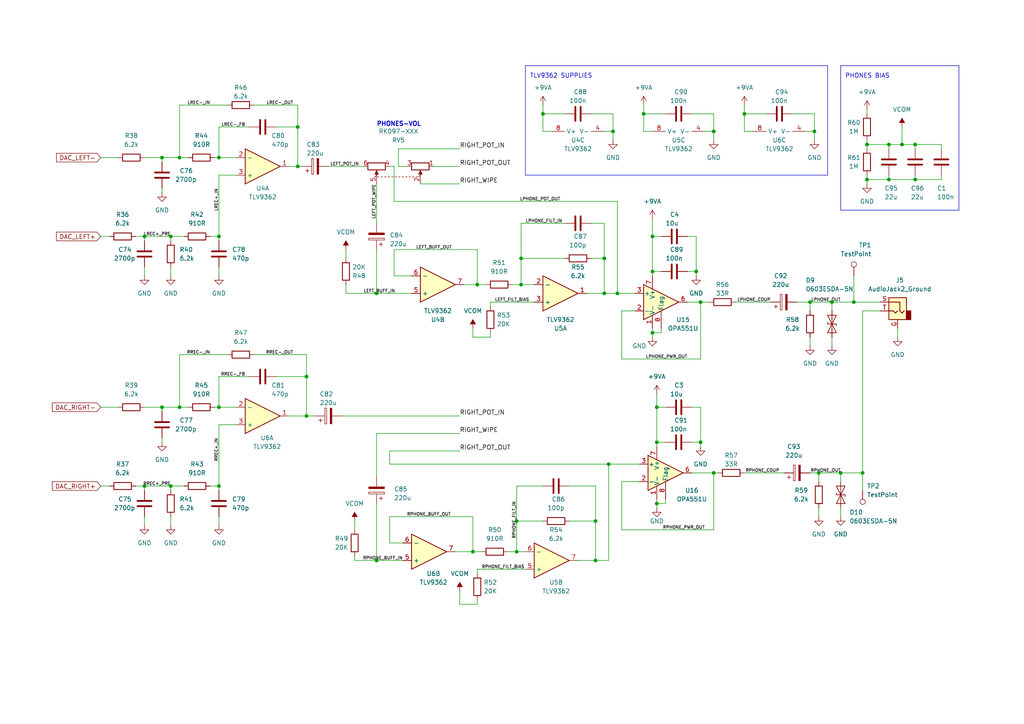
<source format=kicad_sch>
(kicad_sch (version 20230121) (generator eeschema)

  (uuid d2ea6e22-5520-40b5-97c6-12fb64861d34)

  (paper "A4")

  (lib_symbols
    (symbol "Amplifier_Operational:OPA551U" (pin_names (offset 0.127)) (in_bom yes) (on_board yes)
      (property "Reference" "U" (at 5.08 7.62 0)
        (effects (font (size 1.27 1.27)) (justify left))
      )
      (property "Value" "OPA551U" (at 5.08 5.08 0)
        (effects (font (size 1.27 1.27)) (justify left))
      )
      (property "Footprint" "Package_SO:SOIC-8_3.9x4.9mm_P1.27mm" (at 5.08 -5.08 0)
        (effects (font (size 1.27 1.27)) (justify left) hide)
      )
      (property "Datasheet" "http://www.ti.com/lit/ds/symlink/opa551.pdf" (at 30.48 -2.54 0)
        (effects (font (size 1.27 1.27)) hide)
      )
      (property "ki_keywords" "single opamp" (at 0 0 0)
        (effects (font (size 1.27 1.27)) hide)
      )
      (property "ki_description" "High-Voltage High-Current Operational Amplifier, bandwidth 3MHz, slew-rate 15V/us, SOIC-8" (at 0 0 0)
        (effects (font (size 1.27 1.27)) hide)
      )
      (property "ki_fp_filters" "SOIC*3.9x4.9mm*P1.27mm*" (at 0 0 0)
        (effects (font (size 1.27 1.27)) hide)
      )
      (symbol "OPA551U_1_1"
        (polyline
          (pts
            (xy -5.08 5.08)
            (xy 5.08 0)
            (xy -5.08 -5.08)
            (xy -5.08 5.08)
          )
          (stroke (width 0.254) (type default))
          (fill (type background))
        )
        (pin power_in line (at -2.54 -7.62 90) (length 3.81)
          (name "V-" (effects (font (size 1.27 1.27))))
          (number "1" (effects (font (size 1.27 1.27))))
        )
        (pin input line (at -7.62 -2.54 0) (length 2.54)
          (name "-" (effects (font (size 1.27 1.27))))
          (number "2" (effects (font (size 1.27 1.27))))
        )
        (pin input line (at -7.62 2.54 0) (length 2.54)
          (name "+" (effects (font (size 1.27 1.27))))
          (number "3" (effects (font (size 1.27 1.27))))
        )
        (pin power_in line (at -2.54 -7.62 90) (length 3.81) hide
          (name "V-" (effects (font (size 1.27 1.27))))
          (number "4" (effects (font (size 1.27 1.27))))
        )
        (pin power_in line (at -2.54 -7.62 90) (length 3.81) hide
          (name "V-" (effects (font (size 1.27 1.27))))
          (number "5" (effects (font (size 1.27 1.27))))
        )
        (pin output line (at 7.62 0 180) (length 2.54)
          (name "~" (effects (font (size 1.27 1.27))))
          (number "6" (effects (font (size 1.27 1.27))))
        )
        (pin power_in line (at -2.54 7.62 270) (length 3.81)
          (name "V+" (effects (font (size 1.27 1.27))))
          (number "7" (effects (font (size 1.27 1.27))))
        )
        (pin output line (at 0 -7.62 90) (length 5.08)
          (name "Flag" (effects (font (size 1.27 1.27))))
          (number "8" (effects (font (size 1.27 1.27))))
        )
      )
    )
    (symbol "Connector:TestPoint" (pin_numbers hide) (pin_names (offset 0.762) hide) (in_bom yes) (on_board yes)
      (property "Reference" "TP" (at 0 6.858 0)
        (effects (font (size 1.27 1.27)))
      )
      (property "Value" "TestPoint" (at 0 5.08 0)
        (effects (font (size 1.27 1.27)))
      )
      (property "Footprint" "" (at 5.08 0 0)
        (effects (font (size 1.27 1.27)) hide)
      )
      (property "Datasheet" "~" (at 5.08 0 0)
        (effects (font (size 1.27 1.27)) hide)
      )
      (property "ki_keywords" "test point tp" (at 0 0 0)
        (effects (font (size 1.27 1.27)) hide)
      )
      (property "ki_description" "test point" (at 0 0 0)
        (effects (font (size 1.27 1.27)) hide)
      )
      (property "ki_fp_filters" "Pin* Test*" (at 0 0 0)
        (effects (font (size 1.27 1.27)) hide)
      )
      (symbol "TestPoint_0_1"
        (circle (center 0 3.302) (radius 0.762)
          (stroke (width 0) (type default))
          (fill (type none))
        )
      )
      (symbol "TestPoint_1_1"
        (pin passive line (at 0 0 90) (length 2.54)
          (name "1" (effects (font (size 1.27 1.27))))
          (number "1" (effects (font (size 1.27 1.27))))
        )
      )
    )
    (symbol "Connector_Audio:AudioJack2_Ground" (in_bom yes) (on_board yes)
      (property "Reference" "J" (at 0 8.89 0)
        (effects (font (size 1.27 1.27)))
      )
      (property "Value" "AudioJack2_Ground" (at 0 6.35 0)
        (effects (font (size 1.27 1.27)))
      )
      (property "Footprint" "" (at 0 0 0)
        (effects (font (size 1.27 1.27)) hide)
      )
      (property "Datasheet" "~" (at 0 0 0)
        (effects (font (size 1.27 1.27)) hide)
      )
      (property "ki_keywords" "audio jack receptacle mono phone headphone TS connector" (at 0 0 0)
        (effects (font (size 1.27 1.27)) hide)
      )
      (property "ki_description" "Audio Jack, 2 Poles (Mono / TS), Grounded Sleeve" (at 0 0 0)
        (effects (font (size 1.27 1.27)) hide)
      )
      (property "ki_fp_filters" "Jack*" (at 0 0 0)
        (effects (font (size 1.27 1.27)) hide)
      )
      (symbol "AudioJack2_Ground_0_1"
        (rectangle (start -2.54 -2.54) (end -3.81 0)
          (stroke (width 0.254) (type default))
          (fill (type outline))
        )
        (polyline
          (pts
            (xy 0 0)
            (xy 0.635 -0.635)
            (xy 1.27 0)
            (xy 2.54 0)
          )
          (stroke (width 0.254) (type default))
          (fill (type none))
        )
        (polyline
          (pts
            (xy 2.54 2.54)
            (xy -0.635 2.54)
            (xy -0.635 0)
            (xy -1.27 -0.635)
            (xy -1.905 0)
          )
          (stroke (width 0.254) (type default))
          (fill (type none))
        )
        (rectangle (start 2.54 3.81) (end -2.54 -2.54)
          (stroke (width 0.254) (type default))
          (fill (type background))
        )
      )
      (symbol "AudioJack2_Ground_1_1"
        (pin passive line (at 0 -5.08 90) (length 2.54)
          (name "~" (effects (font (size 1.27 1.27))))
          (number "G" (effects (font (size 1.27 1.27))))
        )
        (pin passive line (at 5.08 2.54 180) (length 2.54)
          (name "~" (effects (font (size 1.27 1.27))))
          (number "S" (effects (font (size 1.27 1.27))))
        )
        (pin passive line (at 5.08 0 180) (length 2.54)
          (name "~" (effects (font (size 1.27 1.27))))
          (number "T" (effects (font (size 1.27 1.27))))
        )
      )
    )
    (symbol "Device:C" (pin_numbers hide) (pin_names (offset 0.254)) (in_bom yes) (on_board yes)
      (property "Reference" "C" (at 0.635 2.54 0)
        (effects (font (size 1.27 1.27)) (justify left))
      )
      (property "Value" "C" (at 0.635 -2.54 0)
        (effects (font (size 1.27 1.27)) (justify left))
      )
      (property "Footprint" "" (at 0.9652 -3.81 0)
        (effects (font (size 1.27 1.27)) hide)
      )
      (property "Datasheet" "~" (at 0 0 0)
        (effects (font (size 1.27 1.27)) hide)
      )
      (property "ki_keywords" "cap capacitor" (at 0 0 0)
        (effects (font (size 1.27 1.27)) hide)
      )
      (property "ki_description" "Unpolarized capacitor" (at 0 0 0)
        (effects (font (size 1.27 1.27)) hide)
      )
      (property "ki_fp_filters" "C_*" (at 0 0 0)
        (effects (font (size 1.27 1.27)) hide)
      )
      (symbol "C_0_1"
        (polyline
          (pts
            (xy -2.032 -0.762)
            (xy 2.032 -0.762)
          )
          (stroke (width 0.508) (type default))
          (fill (type none))
        )
        (polyline
          (pts
            (xy -2.032 0.762)
            (xy 2.032 0.762)
          )
          (stroke (width 0.508) (type default))
          (fill (type none))
        )
      )
      (symbol "C_1_1"
        (pin passive line (at 0 3.81 270) (length 2.794)
          (name "~" (effects (font (size 1.27 1.27))))
          (number "1" (effects (font (size 1.27 1.27))))
        )
        (pin passive line (at 0 -3.81 90) (length 2.794)
          (name "~" (effects (font (size 1.27 1.27))))
          (number "2" (effects (font (size 1.27 1.27))))
        )
      )
    )
    (symbol "Device:C_Polarized" (pin_numbers hide) (pin_names (offset 0.254)) (in_bom yes) (on_board yes)
      (property "Reference" "C" (at 0.635 2.54 0)
        (effects (font (size 1.27 1.27)) (justify left))
      )
      (property "Value" "C_Polarized" (at 0.635 -2.54 0)
        (effects (font (size 1.27 1.27)) (justify left))
      )
      (property "Footprint" "" (at 0.9652 -3.81 0)
        (effects (font (size 1.27 1.27)) hide)
      )
      (property "Datasheet" "~" (at 0 0 0)
        (effects (font (size 1.27 1.27)) hide)
      )
      (property "ki_keywords" "cap capacitor" (at 0 0 0)
        (effects (font (size 1.27 1.27)) hide)
      )
      (property "ki_description" "Polarized capacitor" (at 0 0 0)
        (effects (font (size 1.27 1.27)) hide)
      )
      (property "ki_fp_filters" "CP_*" (at 0 0 0)
        (effects (font (size 1.27 1.27)) hide)
      )
      (symbol "C_Polarized_0_1"
        (rectangle (start -2.286 0.508) (end 2.286 1.016)
          (stroke (width 0) (type default))
          (fill (type none))
        )
        (polyline
          (pts
            (xy -1.778 2.286)
            (xy -0.762 2.286)
          )
          (stroke (width 0) (type default))
          (fill (type none))
        )
        (polyline
          (pts
            (xy -1.27 2.794)
            (xy -1.27 1.778)
          )
          (stroke (width 0) (type default))
          (fill (type none))
        )
        (rectangle (start 2.286 -0.508) (end -2.286 -1.016)
          (stroke (width 0) (type default))
          (fill (type outline))
        )
      )
      (symbol "C_Polarized_1_1"
        (pin passive line (at 0 3.81 270) (length 2.794)
          (name "~" (effects (font (size 1.27 1.27))))
          (number "1" (effects (font (size 1.27 1.27))))
        )
        (pin passive line (at 0 -3.81 90) (length 2.794)
          (name "~" (effects (font (size 1.27 1.27))))
          (number "2" (effects (font (size 1.27 1.27))))
        )
      )
    )
    (symbol "Device:Opamp_Dual" (in_bom yes) (on_board yes)
      (property "Reference" "U" (at 0 5.08 0)
        (effects (font (size 1.27 1.27)) (justify left))
      )
      (property "Value" "Opamp_Dual" (at 0 -5.08 0)
        (effects (font (size 1.27 1.27)) (justify left))
      )
      (property "Footprint" "" (at 0 0 0)
        (effects (font (size 1.27 1.27)) hide)
      )
      (property "Datasheet" "~" (at 0 0 0)
        (effects (font (size 1.27 1.27)) hide)
      )
      (property "ki_locked" "" (at 0 0 0)
        (effects (font (size 1.27 1.27)))
      )
      (property "ki_keywords" "dual opamp" (at 0 0 0)
        (effects (font (size 1.27 1.27)) hide)
      )
      (property "ki_description" "Dual operational amplifier" (at 0 0 0)
        (effects (font (size 1.27 1.27)) hide)
      )
      (property "ki_fp_filters" "SOIC*3.9x4.9mm*P1.27mm* DIP*W7.62mm* MSOP*3x3mm*P0.65mm* SSOP*2.95x2.8mm*P0.65mm* TSSOP*3x3mm*P0.65mm* VSSOP*P0.5mm* TO?99*" (at 0 0 0)
        (effects (font (size 1.27 1.27)) hide)
      )
      (symbol "Opamp_Dual_1_1"
        (polyline
          (pts
            (xy -5.08 5.08)
            (xy 5.08 0)
            (xy -5.08 -5.08)
            (xy -5.08 5.08)
          )
          (stroke (width 0.254) (type default))
          (fill (type background))
        )
        (pin output line (at 7.62 0 180) (length 2.54)
          (name "~" (effects (font (size 1.27 1.27))))
          (number "1" (effects (font (size 1.27 1.27))))
        )
        (pin input line (at -7.62 -2.54 0) (length 2.54)
          (name "-" (effects (font (size 1.27 1.27))))
          (number "2" (effects (font (size 1.27 1.27))))
        )
        (pin input line (at -7.62 2.54 0) (length 2.54)
          (name "+" (effects (font (size 1.27 1.27))))
          (number "3" (effects (font (size 1.27 1.27))))
        )
      )
      (symbol "Opamp_Dual_2_1"
        (polyline
          (pts
            (xy -5.08 5.08)
            (xy 5.08 0)
            (xy -5.08 -5.08)
            (xy -5.08 5.08)
          )
          (stroke (width 0.254) (type default))
          (fill (type background))
        )
        (pin input line (at -7.62 2.54 0) (length 2.54)
          (name "+" (effects (font (size 1.27 1.27))))
          (number "5" (effects (font (size 1.27 1.27))))
        )
        (pin input line (at -7.62 -2.54 0) (length 2.54)
          (name "-" (effects (font (size 1.27 1.27))))
          (number "6" (effects (font (size 1.27 1.27))))
        )
        (pin output line (at 7.62 0 180) (length 2.54)
          (name "~" (effects (font (size 1.27 1.27))))
          (number "7" (effects (font (size 1.27 1.27))))
        )
      )
      (symbol "Opamp_Dual_3_1"
        (pin power_in line (at -2.54 -7.62 90) (length 3.81)
          (name "V-" (effects (font (size 1.27 1.27))))
          (number "4" (effects (font (size 1.27 1.27))))
        )
        (pin power_in line (at -2.54 7.62 270) (length 3.81)
          (name "V+" (effects (font (size 1.27 1.27))))
          (number "8" (effects (font (size 1.27 1.27))))
        )
      )
    )
    (symbol "Device:R" (pin_numbers hide) (pin_names (offset 0)) (in_bom yes) (on_board yes)
      (property "Reference" "R" (at 2.032 0 90)
        (effects (font (size 1.27 1.27)))
      )
      (property "Value" "R" (at 0 0 90)
        (effects (font (size 1.27 1.27)))
      )
      (property "Footprint" "" (at -1.778 0 90)
        (effects (font (size 1.27 1.27)) hide)
      )
      (property "Datasheet" "~" (at 0 0 0)
        (effects (font (size 1.27 1.27)) hide)
      )
      (property "ki_keywords" "R res resistor" (at 0 0 0)
        (effects (font (size 1.27 1.27)) hide)
      )
      (property "ki_description" "Resistor" (at 0 0 0)
        (effects (font (size 1.27 1.27)) hide)
      )
      (property "ki_fp_filters" "R_*" (at 0 0 0)
        (effects (font (size 1.27 1.27)) hide)
      )
      (symbol "R_0_1"
        (rectangle (start -1.016 -2.54) (end 1.016 2.54)
          (stroke (width 0.254) (type default))
          (fill (type none))
        )
      )
      (symbol "R_1_1"
        (pin passive line (at 0 3.81 270) (length 1.27)
          (name "~" (effects (font (size 1.27 1.27))))
          (number "1" (effects (font (size 1.27 1.27))))
        )
        (pin passive line (at 0 -3.81 90) (length 1.27)
          (name "~" (effects (font (size 1.27 1.27))))
          (number "2" (effects (font (size 1.27 1.27))))
        )
      )
    )
    (symbol "Device:R_Potentiometer_Dual" (pin_names (offset 1.016) hide) (in_bom yes) (on_board yes)
      (property "Reference" "RV" (at 0 3.81 0)
        (effects (font (size 1.27 1.27)))
      )
      (property "Value" "R_Potentiometer_Dual" (at 0 1.905 0)
        (effects (font (size 1.27 1.27)))
      )
      (property "Footprint" "" (at 6.35 -1.905 0)
        (effects (font (size 1.27 1.27)) hide)
      )
      (property "Datasheet" "~" (at 6.35 -1.905 0)
        (effects (font (size 1.27 1.27)) hide)
      )
      (property "ki_keywords" "resistor variable" (at 0 0 0)
        (effects (font (size 1.27 1.27)) hide)
      )
      (property "ki_description" "Dual potentiometer" (at 0 0 0)
        (effects (font (size 1.27 1.27)) hide)
      )
      (property "ki_fp_filters" "Potentiometer*" (at 0 0 0)
        (effects (font (size 1.27 1.27)) hide)
      )
      (symbol "R_Potentiometer_Dual_0_1"
        (rectangle (start -8.89 -1.524) (end -3.81 -3.556)
          (stroke (width 0.254) (type default))
          (fill (type none))
        )
        (polyline
          (pts
            (xy -6.35 0)
            (xy -6.35 -1.016)
          )
          (stroke (width 0) (type default))
          (fill (type none))
        )
        (polyline
          (pts
            (xy -6.35 0)
            (xy -6.35 -1.016)
          )
          (stroke (width 0) (type default))
          (fill (type none))
        )
        (polyline
          (pts
            (xy -6.35 0)
            (xy -5.842 0.508)
          )
          (stroke (width 0) (type default))
          (fill (type none))
        )
        (polyline
          (pts
            (xy -5.588 0.508)
            (xy -5.08 0.508)
          )
          (stroke (width 0) (type default))
          (fill (type none))
        )
        (polyline
          (pts
            (xy -4.572 0.508)
            (xy -4.064 0.508)
          )
          (stroke (width 0) (type default))
          (fill (type none))
        )
        (polyline
          (pts
            (xy -3.556 0.508)
            (xy -3.048 0.508)
          )
          (stroke (width 0) (type default))
          (fill (type none))
        )
        (polyline
          (pts
            (xy -2.54 0.508)
            (xy -2.032 0.508)
          )
          (stroke (width 0) (type default))
          (fill (type none))
        )
        (polyline
          (pts
            (xy -1.524 0.508)
            (xy -1.016 0.508)
          )
          (stroke (width 0) (type default))
          (fill (type none))
        )
        (polyline
          (pts
            (xy -0.508 0.508)
            (xy 0 0.508)
          )
          (stroke (width 0) (type default))
          (fill (type none))
        )
        (polyline
          (pts
            (xy 0.508 0.508)
            (xy 1.016 0.508)
          )
          (stroke (width 0) (type default))
          (fill (type none))
        )
        (polyline
          (pts
            (xy 1.524 0.508)
            (xy 2.032 0.508)
          )
          (stroke (width 0) (type default))
          (fill (type none))
        )
        (polyline
          (pts
            (xy 2.54 0.508)
            (xy 3.048 0.508)
          )
          (stroke (width 0) (type default))
          (fill (type none))
        )
        (polyline
          (pts
            (xy 3.556 0.508)
            (xy 4.064 0.508)
          )
          (stroke (width 0) (type default))
          (fill (type none))
        )
        (polyline
          (pts
            (xy 4.572 0.508)
            (xy 5.08 0.508)
          )
          (stroke (width 0) (type default))
          (fill (type none))
        )
        (polyline
          (pts
            (xy 5.588 0.508)
            (xy 6.096 0.508)
          )
          (stroke (width 0) (type default))
          (fill (type none))
        )
        (polyline
          (pts
            (xy 6.35 0)
            (xy 6.35 -1.016)
          )
          (stroke (width 0) (type default))
          (fill (type none))
        )
        (polyline
          (pts
            (xy 6.35 0)
            (xy 6.35 -1.016)
          )
          (stroke (width 0) (type default))
          (fill (type none))
        )
        (polyline
          (pts
            (xy 6.604 0.508)
            (xy 6.858 0.508)
            (xy 6.35 0)
          )
          (stroke (width 0) (type default))
          (fill (type none))
        )
        (polyline
          (pts
            (xy -6.35 -1.397)
            (xy -6.858 -0.254)
            (xy -5.842 -0.254)
            (xy -6.35 -1.397)
          )
          (stroke (width 0) (type default))
          (fill (type outline))
        )
        (polyline
          (pts
            (xy 6.35 -1.397)
            (xy 5.842 -0.254)
            (xy 6.858 -0.254)
            (xy 6.35 -1.397)
          )
          (stroke (width 0) (type default))
          (fill (type outline))
        )
        (rectangle (start 3.81 -1.524) (end 8.89 -3.556)
          (stroke (width 0.254) (type default))
          (fill (type none))
        )
      )
      (symbol "R_Potentiometer_Dual_1_1"
        (pin passive line (at -10.16 -2.54 0) (length 1.27)
          (name "1" (effects (font (size 1.27 1.27))))
          (number "1" (effects (font (size 1.27 1.27))))
        )
        (pin passive line (at -6.35 2.54 270) (length 2.54)
          (name "2" (effects (font (size 1.27 1.27))))
          (number "2" (effects (font (size 1.27 1.27))))
        )
        (pin passive line (at -2.54 -2.54 180) (length 1.27)
          (name "3" (effects (font (size 1.27 1.27))))
          (number "3" (effects (font (size 1.27 1.27))))
        )
        (pin passive line (at 2.54 -2.54 0) (length 1.27)
          (name "4" (effects (font (size 1.27 1.27))))
          (number "4" (effects (font (size 1.27 1.27))))
        )
        (pin passive line (at 6.35 2.54 270) (length 2.54)
          (name "5" (effects (font (size 1.27 1.27))))
          (number "5" (effects (font (size 1.27 1.27))))
        )
        (pin passive line (at 10.16 -2.54 180) (length 1.27)
          (name "6" (effects (font (size 1.27 1.27))))
          (number "6" (effects (font (size 1.27 1.27))))
        )
      )
    )
    (symbol "Diode:ESD9B3.3ST5G" (pin_numbers hide) (pin_names (offset 1.016) hide) (in_bom yes) (on_board yes)
      (property "Reference" "D" (at 0 2.54 0)
        (effects (font (size 1.27 1.27)))
      )
      (property "Value" "ESD9B3.3ST5G" (at 0 -2.54 0)
        (effects (font (size 1.27 1.27)))
      )
      (property "Footprint" "Diode_SMD:D_SOD-923" (at 0 0 0)
        (effects (font (size 1.27 1.27)) hide)
      )
      (property "Datasheet" "https://www.onsemi.com/pub/Collateral/ESD9B-D.PDF" (at 0 0 0)
        (effects (font (size 1.27 1.27)) hide)
      )
      (property "ki_keywords" "diode TVS ESD" (at 0 0 0)
        (effects (font (size 1.27 1.27)) hide)
      )
      (property "ki_description" "ESD protection diode, 3.3Vrwm, SOD-923" (at 0 0 0)
        (effects (font (size 1.27 1.27)) hide)
      )
      (property "ki_fp_filters" "D*SOD?923*" (at 0 0 0)
        (effects (font (size 1.27 1.27)) hide)
      )
      (symbol "ESD9B3.3ST5G_0_1"
        (polyline
          (pts
            (xy 1.27 0)
            (xy -1.27 0)
          )
          (stroke (width 0) (type default))
          (fill (type none))
        )
        (polyline
          (pts
            (xy -2.54 -1.27)
            (xy 0 0)
            (xy -2.54 1.27)
            (xy -2.54 -1.27)
          )
          (stroke (width 0.2032) (type default))
          (fill (type none))
        )
        (polyline
          (pts
            (xy 0.508 1.27)
            (xy 0 1.27)
            (xy 0 -1.27)
            (xy -0.508 -1.27)
          )
          (stroke (width 0.2032) (type default))
          (fill (type none))
        )
        (polyline
          (pts
            (xy 2.54 1.27)
            (xy 2.54 -1.27)
            (xy 0 0)
            (xy 2.54 1.27)
          )
          (stroke (width 0.2032) (type default))
          (fill (type none))
        )
      )
      (symbol "ESD9B3.3ST5G_1_1"
        (pin passive line (at -3.81 0 0) (length 2.54)
          (name "A1" (effects (font (size 1.27 1.27))))
          (number "1" (effects (font (size 1.27 1.27))))
        )
        (pin passive line (at 3.81 0 180) (length 2.54)
          (name "A2" (effects (font (size 1.27 1.27))))
          (number "2" (effects (font (size 1.27 1.27))))
        )
      )
    )
    (symbol "power:+9VA" (power) (pin_names (offset 0)) (in_bom yes) (on_board yes)
      (property "Reference" "#PWR" (at 0 -3.175 0)
        (effects (font (size 1.27 1.27)) hide)
      )
      (property "Value" "+9VA" (at 0 3.81 0)
        (effects (font (size 1.27 1.27)))
      )
      (property "Footprint" "" (at 0 0 0)
        (effects (font (size 1.27 1.27)) hide)
      )
      (property "Datasheet" "" (at 0 0 0)
        (effects (font (size 1.27 1.27)) hide)
      )
      (property "ki_keywords" "global power" (at 0 0 0)
        (effects (font (size 1.27 1.27)) hide)
      )
      (property "ki_description" "Power symbol creates a global label with name \"+9VA\"" (at 0 0 0)
        (effects (font (size 1.27 1.27)) hide)
      )
      (symbol "+9VA_0_1"
        (polyline
          (pts
            (xy -0.762 1.27)
            (xy 0 2.54)
          )
          (stroke (width 0) (type default))
          (fill (type none))
        )
        (polyline
          (pts
            (xy 0 0)
            (xy 0 2.54)
          )
          (stroke (width 0) (type default))
          (fill (type none))
        )
        (polyline
          (pts
            (xy 0 2.54)
            (xy 0.762 1.27)
          )
          (stroke (width 0) (type default))
          (fill (type none))
        )
      )
      (symbol "+9VA_1_1"
        (pin power_in line (at 0 0 90) (length 0) hide
          (name "+9VA" (effects (font (size 1.27 1.27))))
          (number "1" (effects (font (size 1.27 1.27))))
        )
      )
    )
    (symbol "power:GND" (power) (pin_names (offset 0)) (in_bom yes) (on_board yes)
      (property "Reference" "#PWR" (at 0 -6.35 0)
        (effects (font (size 1.27 1.27)) hide)
      )
      (property "Value" "GND" (at 0 -3.81 0)
        (effects (font (size 1.27 1.27)))
      )
      (property "Footprint" "" (at 0 0 0)
        (effects (font (size 1.27 1.27)) hide)
      )
      (property "Datasheet" "" (at 0 0 0)
        (effects (font (size 1.27 1.27)) hide)
      )
      (property "ki_keywords" "power-flag" (at 0 0 0)
        (effects (font (size 1.27 1.27)) hide)
      )
      (property "ki_description" "Power symbol creates a global label with name \"GND\" , ground" (at 0 0 0)
        (effects (font (size 1.27 1.27)) hide)
      )
      (symbol "GND_0_1"
        (polyline
          (pts
            (xy 0 0)
            (xy 0 -1.27)
            (xy 1.27 -1.27)
            (xy 0 -2.54)
            (xy -1.27 -1.27)
            (xy 0 -1.27)
          )
          (stroke (width 0) (type default))
          (fill (type none))
        )
      )
      (symbol "GND_1_1"
        (pin power_in line (at 0 0 270) (length 0) hide
          (name "GND" (effects (font (size 1.27 1.27))))
          (number "1" (effects (font (size 1.27 1.27))))
        )
      )
    )
    (symbol "power:VCOM" (power) (pin_names (offset 0)) (in_bom yes) (on_board yes)
      (property "Reference" "#PWR" (at 0 -3.81 0)
        (effects (font (size 1.27 1.27)) hide)
      )
      (property "Value" "VCOM" (at 0 3.81 0)
        (effects (font (size 1.27 1.27)))
      )
      (property "Footprint" "" (at 0 0 0)
        (effects (font (size 1.27 1.27)) hide)
      )
      (property "Datasheet" "" (at 0 0 0)
        (effects (font (size 1.27 1.27)) hide)
      )
      (property "ki_keywords" "global power" (at 0 0 0)
        (effects (font (size 1.27 1.27)) hide)
      )
      (property "ki_description" "Power symbol creates a global label with name \"VCOM\"" (at 0 0 0)
        (effects (font (size 1.27 1.27)) hide)
      )
      (symbol "VCOM_0_1"
        (polyline
          (pts
            (xy 0 0)
            (xy 0 2.54)
          )
          (stroke (width 0) (type default))
          (fill (type none))
        )
        (polyline
          (pts
            (xy 0.762 1.27)
            (xy -0.762 1.27)
            (xy 0 2.54)
            (xy 0.762 1.27)
          )
          (stroke (width 0) (type default))
          (fill (type outline))
        )
      )
      (symbol "VCOM_1_1"
        (pin power_in line (at 0 0 90) (length 0) hide
          (name "VCOM" (effects (font (size 1.27 1.27))))
          (number "1" (effects (font (size 1.27 1.27))))
        )
      )
    )
  )

  (junction (at 203.2 87.63) (diameter 0) (color 0 0 0 0)
    (uuid 0186be6c-a7de-4b12-b899-6c738342f850)
  )
  (junction (at 137.16 160.02) (diameter 0) (color 0 0 0 0)
    (uuid 03682d18-f3e1-4642-83ca-9f50f8e4e09a)
  )
  (junction (at 63.5 140.97) (diameter 0) (color 0 0 0 0)
    (uuid 07a95709-e780-4d64-b4a7-7499d1241e79)
  )
  (junction (at 63.5 45.72) (diameter 0) (color 0 0 0 0)
    (uuid 0e86b11b-2ca9-402b-87cd-1164a9f1f172)
  )
  (junction (at 41.91 68.58) (diameter 0) (color 0 0 0 0)
    (uuid 14e185d4-6609-4177-96d2-50cea6a32cea)
  )
  (junction (at 149.86 160.02) (diameter 0) (color 0 0 0 0)
    (uuid 15c9fa30-e418-418b-b077-f3093f57b51e)
  )
  (junction (at 190.5 128.27) (diameter 0) (color 0 0 0 0)
    (uuid 18c02eac-a9e1-4fa3-b5ab-5dd53cdde715)
  )
  (junction (at 86.36 36.83) (diameter 0) (color 0 0 0 0)
    (uuid 19a3d8c3-cd33-41d7-8895-6e3eefb2ba3a)
  )
  (junction (at 201.93 78.74) (diameter 0) (color 0 0 0 0)
    (uuid 1bb6a533-283f-4df1-b623-9913b903fb7d)
  )
  (junction (at 251.46 52.07) (diameter 0) (color 0 0 0 0)
    (uuid 27bce3a8-ee5f-481b-8632-52a9a026aa91)
  )
  (junction (at 151.13 74.93) (diameter 0) (color 0 0 0 0)
    (uuid 29bb5ed5-16be-435c-bfbc-2d09a3fd2721)
  )
  (junction (at 86.36 48.26) (diameter 0) (color 0 0 0 0)
    (uuid 2f23dc45-8b2a-462b-bda3-cb061d031a32)
  )
  (junction (at 237.49 137.16) (diameter 0) (color 0 0 0 0)
    (uuid 301a3250-b224-49a3-90ad-5b3d58b1e805)
  )
  (junction (at 49.53 140.97) (diameter 0) (color 0 0 0 0)
    (uuid 30e420c6-b778-49ee-997d-202fa6c9bb3a)
  )
  (junction (at 250.19 137.16) (diameter 0) (color 0 0 0 0)
    (uuid 3867e979-d392-4bb4-ad8c-7fc1104a2ade)
  )
  (junction (at 243.84 137.16) (diameter 0) (color 0 0 0 0)
    (uuid 435cf51c-9033-4718-b501-02b06baf210b)
  )
  (junction (at 234.95 87.63) (diameter 0) (color 0 0 0 0)
    (uuid 44b43f6b-8138-4211-a06c-8069ecbc38a5)
  )
  (junction (at 63.5 68.58) (diameter 0) (color 0 0 0 0)
    (uuid 44f15115-f4bc-4c08-b09e-8e7abab1ae04)
  )
  (junction (at 189.23 68.58) (diameter 0) (color 0 0 0 0)
    (uuid 4610dc09-2656-4b0f-8e1c-3cba3f5e7deb)
  )
  (junction (at 41.91 140.97) (diameter 0) (color 0 0 0 0)
    (uuid 49283a6c-8e7f-48e5-afc4-040a6ec9a8a4)
  )
  (junction (at 172.72 151.13) (diameter 0) (color 0 0 0 0)
    (uuid 4bb31dfe-282f-414a-ad44-6c66fe50b987)
  )
  (junction (at 46.99 45.72) (diameter 0) (color 0 0 0 0)
    (uuid 4ce70ddc-412c-48be-9278-d1bbc381bb98)
  )
  (junction (at 149.86 151.13) (diameter 0) (color 0 0 0 0)
    (uuid 4ec7d33f-3c4a-4ec3-a751-273a8403178f)
  )
  (junction (at 190.5 118.11) (diameter 0) (color 0 0 0 0)
    (uuid 54fd24dd-fdf9-414c-8229-08e20b933f86)
  )
  (junction (at 257.81 52.07) (diameter 0) (color 0 0 0 0)
    (uuid 57f41b3e-e98f-4a53-9279-873e89eb3943)
  )
  (junction (at 52.07 118.11) (diameter 0) (color 0 0 0 0)
    (uuid 58a59558-0a4a-48c4-870b-c1e5ebc28013)
  )
  (junction (at 207.01 38.1) (diameter 0) (color 0 0 0 0)
    (uuid 5d50a09e-17a7-4c66-b881-78259df093f3)
  )
  (junction (at 265.43 52.07) (diameter 0) (color 0 0 0 0)
    (uuid 5eff41e8-6f8d-4cfe-9185-78cda043e991)
  )
  (junction (at 215.9 33.02) (diameter 0) (color 0 0 0 0)
    (uuid 69e13254-f6e5-4a80-ab3e-0b2defbdaa86)
  )
  (junction (at 46.99 118.11) (diameter 0) (color 0 0 0 0)
    (uuid 6d67bf3d-a7c6-4e89-ab06-acc3f467e1c8)
  )
  (junction (at 251.46 41.91) (diameter 0) (color 0 0 0 0)
    (uuid 7145bd86-517b-4308-b65f-97c11f932050)
  )
  (junction (at 176.53 134.62) (diameter 0) (color 0 0 0 0)
    (uuid 75ac1c55-91df-4203-8e75-d8b0d147c76b)
  )
  (junction (at 175.26 85.09) (diameter 0) (color 0 0 0 0)
    (uuid 76a403ac-cedc-4a37-aa1d-0f169ae7170e)
  )
  (junction (at 179.07 85.09) (diameter 0) (color 0 0 0 0)
    (uuid 78ee3170-93c9-47af-97b5-c538fe7cf371)
  )
  (junction (at 177.8 38.1) (diameter 0) (color 0 0 0 0)
    (uuid 85fa0c8c-f786-4175-936d-2e9122c540e4)
  )
  (junction (at 261.62 41.91) (diameter 0) (color 0 0 0 0)
    (uuid 876043d7-5c1d-4ef4-9737-1171ee955069)
  )
  (junction (at 203.2 128.27) (diameter 0) (color 0 0 0 0)
    (uuid 8bfdf2d6-8f68-4b2e-ad79-8c52f1647447)
  )
  (junction (at 109.22 85.09) (diameter 0) (color 0 0 0 0)
    (uuid 9006b418-7c7b-488e-be23-e016bf3388e1)
  )
  (junction (at 138.43 82.55) (diameter 0) (color 0 0 0 0)
    (uuid 9911bff3-4616-49aa-9e02-6c9669c7d2c5)
  )
  (junction (at 257.81 41.91) (diameter 0) (color 0 0 0 0)
    (uuid 9aba50a2-abdc-404d-a414-0cfc912c4145)
  )
  (junction (at 52.07 45.72) (diameter 0) (color 0 0 0 0)
    (uuid aa7c958a-0e2a-4093-8514-fb9484e4cbbb)
  )
  (junction (at 175.26 74.93) (diameter 0) (color 0 0 0 0)
    (uuid ad21897d-58be-43e1-98da-571e6e7704af)
  )
  (junction (at 186.69 33.02) (diameter 0) (color 0 0 0 0)
    (uuid b565088a-9e6b-4696-a2ec-5e9f2bce467e)
  )
  (junction (at 88.9 120.65) (diameter 0) (color 0 0 0 0)
    (uuid bc5dfaa8-5a5e-4916-8d80-04f7238dcc67)
  )
  (junction (at 189.23 78.74) (diameter 0) (color 0 0 0 0)
    (uuid bc7aa900-202d-47df-85af-cd6a682c087a)
  )
  (junction (at 172.72 162.56) (diameter 0) (color 0 0 0 0)
    (uuid bf175164-190f-464e-93df-44939219d2c1)
  )
  (junction (at 265.43 41.91) (diameter 0) (color 0 0 0 0)
    (uuid c0a12b05-42ee-4f2d-8728-93577e3342c8)
  )
  (junction (at 236.22 38.1) (diameter 0) (color 0 0 0 0)
    (uuid c9e22b54-779e-424d-bc20-6cb7651d4787)
  )
  (junction (at 88.9 109.22) (diameter 0) (color 0 0 0 0)
    (uuid cd0dba26-e7bc-49e2-bfa1-e4097d0aa749)
  )
  (junction (at 241.3 87.63) (diameter 0) (color 0 0 0 0)
    (uuid d65b0486-cb9c-445e-8b6b-39598661659c)
  )
  (junction (at 207.01 137.16) (diameter 0) (color 0 0 0 0)
    (uuid dc047380-5a80-4812-821d-2985d1215692)
  )
  (junction (at 190.5 146.05) (diameter 0) (color 0 0 0 0)
    (uuid def06e75-f886-4949-b836-272480ffe03d)
  )
  (junction (at 109.22 162.56) (diameter 0) (color 0 0 0 0)
    (uuid df09ee20-7892-43f9-bbe5-55c5624a06bf)
  )
  (junction (at 157.48 33.02) (diameter 0) (color 0 0 0 0)
    (uuid dfdc3f9a-2631-41d2-82e3-0eeb08dff954)
  )
  (junction (at 63.5 118.11) (diameter 0) (color 0 0 0 0)
    (uuid e18abde4-e38b-4bd4-97b1-e7ce7882455f)
  )
  (junction (at 247.65 87.63) (diameter 0) (color 0 0 0 0)
    (uuid e5855db5-0f5a-4f96-8e54-e74857b0921f)
  )
  (junction (at 151.13 82.55) (diameter 0) (color 0 0 0 0)
    (uuid f6596bf5-0110-4a2b-9866-40eb453ac69e)
  )
  (junction (at 189.23 96.52) (diameter 0) (color 0 0 0 0)
    (uuid f961271e-ff86-4390-a52a-dbeeea31354a)
  )
  (junction (at 49.53 68.58) (diameter 0) (color 0 0 0 0)
    (uuid fd397480-6080-4950-a7ce-05a1d2febb95)
  )

  (wire (pts (xy 115.57 48.26) (xy 115.57 43.18))
    (stroke (width 0) (type default))
    (uuid 00d35621-8474-4836-834b-cb3625aaf388)
  )
  (wire (pts (xy 137.16 149.86) (xy 113.03 149.86))
    (stroke (width 0) (type default))
    (uuid 0267d418-1959-44ad-91f6-cb80b628c8e7)
  )
  (wire (pts (xy 207.01 153.67) (xy 207.01 137.16))
    (stroke (width 0) (type default))
    (uuid 030dfddc-d19f-47ed-834b-fed06492a11f)
  )
  (wire (pts (xy 177.8 33.02) (xy 177.8 38.1))
    (stroke (width 0) (type default))
    (uuid 03455a75-e6b9-46a8-889e-252bf59635de)
  )
  (wire (pts (xy 102.87 151.13) (xy 102.87 153.67))
    (stroke (width 0) (type default))
    (uuid 044dab74-623a-4177-9175-2cb7eef447bd)
  )
  (wire (pts (xy 191.77 96.52) (xy 189.23 96.52))
    (stroke (width 0) (type default))
    (uuid 046843a1-23f4-49a5-9381-6701f3165829)
  )
  (wire (pts (xy 151.13 82.55) (xy 148.59 82.55))
    (stroke (width 0) (type default))
    (uuid 0536cce6-58ff-48f5-b0cd-6658303e1a3f)
  )
  (wire (pts (xy 190.5 146.05) (xy 190.5 147.32))
    (stroke (width 0) (type default))
    (uuid 072db668-276d-4bdb-be01-86e8f926a432)
  )
  (wire (pts (xy 73.66 30.48) (xy 86.36 30.48))
    (stroke (width 0) (type default))
    (uuid 078063e7-0990-4a41-9706-17f5991dea3f)
  )
  (wire (pts (xy 186.69 38.1) (xy 189.23 38.1))
    (stroke (width 0) (type default))
    (uuid 08a0b972-a663-4863-b85f-92b5e8fca317)
  )
  (wire (pts (xy 100.33 72.39) (xy 100.33 74.93))
    (stroke (width 0) (type default))
    (uuid 08c76edb-32c3-4ecd-8cab-7a2c78bab297)
  )
  (wire (pts (xy 63.5 45.72) (xy 68.58 45.72))
    (stroke (width 0) (type default))
    (uuid 0abb91ce-fc92-43ce-a1f3-b303f96c39a4)
  )
  (wire (pts (xy 251.46 52.07) (xy 251.46 53.34))
    (stroke (width 0) (type default))
    (uuid 0ac284a3-f2d0-4b98-83af-75ec5deab945)
  )
  (wire (pts (xy 102.87 162.56) (xy 109.22 162.56))
    (stroke (width 0) (type default))
    (uuid 0b16e647-a954-444b-989b-0138ba66ab91)
  )
  (wire (pts (xy 41.91 68.58) (xy 49.53 68.58))
    (stroke (width 0) (type default))
    (uuid 0c0a06f9-0961-4cc8-8e58-6329a936226d)
  )
  (wire (pts (xy 63.5 118.11) (xy 68.58 118.11))
    (stroke (width 0) (type default))
    (uuid 0c877f0d-0a09-43e4-b413-915402f0ab3d)
  )
  (wire (pts (xy 250.19 137.16) (xy 250.19 90.17))
    (stroke (width 0) (type default))
    (uuid 0d5c064c-2007-40ff-a643-7f2c46bd2341)
  )
  (wire (pts (xy 102.87 161.29) (xy 102.87 162.56))
    (stroke (width 0) (type default))
    (uuid 0e247df2-d4e5-42c9-9910-81d00f04493d)
  )
  (wire (pts (xy 189.23 95.25) (xy 189.23 96.52))
    (stroke (width 0) (type default))
    (uuid 0f70b16a-0e5c-4e32-8296-8910a718a131)
  )
  (wire (pts (xy 257.81 50.8) (xy 257.81 52.07))
    (stroke (width 0) (type default))
    (uuid 10dacb88-42db-42f9-8b4d-76afde20d0f5)
  )
  (wire (pts (xy 251.46 41.91) (xy 257.81 41.91))
    (stroke (width 0) (type default))
    (uuid 1149cd70-0bf0-4cc0-96f1-7fb99d1cde44)
  )
  (wire (pts (xy 62.23 118.11) (xy 63.5 118.11))
    (stroke (width 0) (type default))
    (uuid 120c18c3-c072-4a78-9597-a211defa00a3)
  )
  (wire (pts (xy 63.5 109.22) (xy 63.5 118.11))
    (stroke (width 0) (type default))
    (uuid 12602ff0-9f4b-43d4-a72e-24fb16fe35db)
  )
  (wire (pts (xy 115.57 43.18) (xy 133.35 43.18))
    (stroke (width 0) (type default))
    (uuid 13513e33-d5e8-469f-b7e1-7e67d54e525d)
  )
  (wire (pts (xy 86.36 48.26) (xy 87.63 48.26))
    (stroke (width 0) (type default))
    (uuid 136e5fe4-d062-48c2-bfd8-f30baf3e0090)
  )
  (wire (pts (xy 215.9 137.16) (xy 227.33 137.16))
    (stroke (width 0) (type default))
    (uuid 1411a690-bda7-4439-bc32-dcbdab8baf57)
  )
  (wire (pts (xy 203.2 118.11) (xy 203.2 128.27))
    (stroke (width 0) (type default))
    (uuid 1537aa9f-333d-4526-bb17-546be26f6dcd)
  )
  (wire (pts (xy 163.83 64.77) (xy 151.13 64.77))
    (stroke (width 0) (type default))
    (uuid 15e07a05-ae71-4f9e-89a9-13e3d703b66c)
  )
  (wire (pts (xy 29.21 68.58) (xy 31.75 68.58))
    (stroke (width 0) (type default))
    (uuid 16dd08f9-6f85-487d-98a3-4056d523602c)
  )
  (wire (pts (xy 261.62 41.91) (xy 265.43 41.91))
    (stroke (width 0) (type default))
    (uuid 18bdbaa5-3397-446e-bdd1-1042134c391e)
  )
  (wire (pts (xy 132.08 160.02) (xy 137.16 160.02))
    (stroke (width 0) (type default))
    (uuid 190af43c-ca31-482b-b279-d5e82c8555c7)
  )
  (wire (pts (xy 83.82 120.65) (xy 88.9 120.65))
    (stroke (width 0) (type default))
    (uuid 1e036e4f-2557-44c4-847b-97d5c5bf9906)
  )
  (wire (pts (xy 52.07 102.87) (xy 52.07 118.11))
    (stroke (width 0) (type default))
    (uuid 20c57719-4f7e-4996-9146-2ed345372c25)
  )
  (wire (pts (xy 88.9 120.65) (xy 88.9 109.22))
    (stroke (width 0) (type default))
    (uuid 217e6ca5-4490-493f-ba92-01ddf733235d)
  )
  (wire (pts (xy 133.35 171.45) (xy 133.35 175.26))
    (stroke (width 0) (type default))
    (uuid 219ce866-c9a9-4f5b-bec9-eb7b9cc255ca)
  )
  (wire (pts (xy 273.05 50.8) (xy 273.05 52.07))
    (stroke (width 0) (type default))
    (uuid 23dbe079-08f3-4556-ba94-f77b81416491)
  )
  (wire (pts (xy 236.22 38.1) (xy 236.22 40.64))
    (stroke (width 0) (type default))
    (uuid 26588cda-dc79-489c-98a0-2dd120845e81)
  )
  (wire (pts (xy 189.23 78.74) (xy 191.77 78.74))
    (stroke (width 0) (type default))
    (uuid 2664a2f9-d636-4d18-b305-5520a90f9984)
  )
  (wire (pts (xy 204.47 38.1) (xy 207.01 38.1))
    (stroke (width 0) (type default))
    (uuid 27595148-db34-467e-964c-d9bf3d670b16)
  )
  (wire (pts (xy 172.72 140.97) (xy 172.72 151.13))
    (stroke (width 0) (type default))
    (uuid 27e42fc0-f936-4d6a-bc1d-319bdad7036b)
  )
  (wire (pts (xy 125.73 48.26) (xy 133.35 48.26))
    (stroke (width 0) (type default))
    (uuid 28ed00be-eb11-46d9-afd2-b2bef4bdd563)
  )
  (wire (pts (xy 41.91 77.47) (xy 41.91 80.01))
    (stroke (width 0) (type default))
    (uuid 2c953e1b-d96b-45ae-8040-b71c8e07b302)
  )
  (wire (pts (xy 138.43 175.26) (xy 133.35 175.26))
    (stroke (width 0) (type default))
    (uuid 2cf92a41-607a-486f-b47a-0b240de76293)
  )
  (polyline (pts (xy 152.4 19.05) (xy 240.03 19.05))
    (stroke (width 0) (type default))
    (uuid 31bbd9f9-df13-4967-9dc6-77679e31bbfb)
  )

  (wire (pts (xy 175.26 64.77) (xy 175.26 74.93))
    (stroke (width 0) (type default))
    (uuid 33135416-7e97-46f0-843e-d6c1cd884d15)
  )
  (wire (pts (xy 86.36 48.26) (xy 86.36 36.83))
    (stroke (width 0) (type default))
    (uuid 34bd2dab-af6d-43aa-bc12-6722686e586a)
  )
  (wire (pts (xy 180.34 104.14) (xy 203.2 104.14))
    (stroke (width 0) (type default))
    (uuid 354370a6-d6cc-41db-bb85-805c4660a588)
  )
  (wire (pts (xy 237.49 137.16) (xy 243.84 137.16))
    (stroke (width 0) (type default))
    (uuid 36001e1a-66ea-4320-9d73-662a26f38bad)
  )
  (wire (pts (xy 62.23 45.72) (xy 63.5 45.72))
    (stroke (width 0) (type default))
    (uuid 375075cd-5cfb-43c4-8e5b-4a24002ee494)
  )
  (wire (pts (xy 203.2 87.63) (xy 199.39 87.63))
    (stroke (width 0) (type default))
    (uuid 37636996-f5ed-4bd7-b23a-f39ad6e18d8b)
  )
  (wire (pts (xy 114.3 72.39) (xy 114.3 80.01))
    (stroke (width 0) (type default))
    (uuid 3765b9d9-0a62-4d0a-a535-4e858a791c9b)
  )
  (wire (pts (xy 176.53 134.62) (xy 185.42 134.62))
    (stroke (width 0) (type default))
    (uuid 37fa9a9f-c112-4af4-af49-1e2f37637497)
  )
  (wire (pts (xy 68.58 123.19) (xy 63.5 123.19))
    (stroke (width 0) (type default))
    (uuid 39277e3a-8a39-4db4-b2f7-c28c70217ac5)
  )
  (wire (pts (xy 241.3 87.63) (xy 247.65 87.63))
    (stroke (width 0) (type default))
    (uuid 3972e1d1-6913-4e83-8184-75db397067b1)
  )
  (wire (pts (xy 113.03 134.62) (xy 113.03 130.81))
    (stroke (width 0) (type default))
    (uuid 3aeceec5-4f5e-4c80-af66-4903cee998d5)
  )
  (wire (pts (xy 41.91 68.58) (xy 41.91 69.85))
    (stroke (width 0) (type default))
    (uuid 3bb93899-a488-4507-a7ad-930a2f8c5d56)
  )
  (wire (pts (xy 46.99 45.72) (xy 52.07 45.72))
    (stroke (width 0) (type default))
    (uuid 3ca1ec77-3585-4080-870b-ec581ed40855)
  )
  (wire (pts (xy 39.37 68.58) (xy 41.91 68.58))
    (stroke (width 0) (type default))
    (uuid 3cfd4849-d69b-4f57-9c8a-a79d364b7a63)
  )
  (wire (pts (xy 265.43 50.8) (xy 265.43 52.07))
    (stroke (width 0) (type default))
    (uuid 3e5e8bbf-c474-4677-9b9c-b8a27ed3c72e)
  )
  (wire (pts (xy 167.64 162.56) (xy 172.72 162.56))
    (stroke (width 0) (type default))
    (uuid 3eb0bc7a-6877-4990-a6da-7254ffa160ca)
  )
  (wire (pts (xy 157.48 38.1) (xy 160.02 38.1))
    (stroke (width 0) (type default))
    (uuid 3ee6c9fd-23f5-4a39-9673-75984c226f0a)
  )
  (wire (pts (xy 109.22 162.56) (xy 116.84 162.56))
    (stroke (width 0) (type default))
    (uuid 3f55932d-adfc-45af-8bd4-cdc5cde50d5e)
  )
  (wire (pts (xy 142.24 97.79) (xy 137.16 97.79))
    (stroke (width 0) (type default))
    (uuid 40201a3e-06f8-4e52-87cf-6f53a12c8c1b)
  )
  (polyline (pts (xy 243.84 19.05) (xy 243.84 60.96))
    (stroke (width 0) (type default))
    (uuid 412cfe17-6d83-4b29-bb12-c740ecdb534c)
  )

  (wire (pts (xy 203.2 87.63) (xy 205.74 87.63))
    (stroke (width 0) (type default))
    (uuid 43dec546-f66f-44cf-bc29-8145f864258e)
  )
  (wire (pts (xy 190.5 114.3) (xy 190.5 118.11))
    (stroke (width 0) (type default))
    (uuid 46049492-0715-43a3-80ea-ce03869b738b)
  )
  (wire (pts (xy 250.19 137.16) (xy 250.19 142.24))
    (stroke (width 0) (type default))
    (uuid 46d1e34f-bc94-43d0-8a68-9130db0da6f9)
  )
  (wire (pts (xy 138.43 173.99) (xy 138.43 175.26))
    (stroke (width 0) (type default))
    (uuid 479050b9-cfa5-41cd-bd36-ba98d276295f)
  )
  (wire (pts (xy 52.07 118.11) (xy 54.61 118.11))
    (stroke (width 0) (type default))
    (uuid 48858ed1-b923-4d59-8d85-b2dff4fbcd6d)
  )
  (wire (pts (xy 200.66 33.02) (xy 207.01 33.02))
    (stroke (width 0) (type default))
    (uuid 48a20173-9254-43e9-9ec4-3c457f432a25)
  )
  (wire (pts (xy 215.9 30.48) (xy 215.9 33.02))
    (stroke (width 0) (type default))
    (uuid 4954c970-a729-4a0d-a1fb-07f204e96aa8)
  )
  (wire (pts (xy 241.3 97.79) (xy 241.3 100.33))
    (stroke (width 0) (type default))
    (uuid 4aadd43f-21dd-48ef-a111-1aeebcc40bcf)
  )
  (wire (pts (xy 134.62 82.55) (xy 138.43 82.55))
    (stroke (width 0) (type default))
    (uuid 4ae7b338-ccb7-48c9-99fc-39e765c6db02)
  )
  (wire (pts (xy 49.53 140.97) (xy 49.53 142.24))
    (stroke (width 0) (type default))
    (uuid 4b49bad6-c654-40b0-92e6-07b9680e2d7d)
  )
  (wire (pts (xy 46.99 46.99) (xy 46.99 45.72))
    (stroke (width 0) (type default))
    (uuid 4b9cec71-e5eb-43d5-b88c-ce9cba803857)
  )
  (wire (pts (xy 86.36 36.83) (xy 80.01 36.83))
    (stroke (width 0) (type default))
    (uuid 4c0718c4-cfb0-4215-bb4b-070164ec5a88)
  )
  (wire (pts (xy 190.5 144.78) (xy 190.5 146.05))
    (stroke (width 0) (type default))
    (uuid 4c847f05-30ec-4af2-b55a-f866dc866cef)
  )
  (wire (pts (xy 137.16 160.02) (xy 139.7 160.02))
    (stroke (width 0) (type default))
    (uuid 4cb4c654-32eb-4cda-9dbe-55727d0aca93)
  )
  (wire (pts (xy 88.9 120.65) (xy 91.44 120.65))
    (stroke (width 0) (type default))
    (uuid 4e595ad7-6477-41e9-b01b-a8625ec2e630)
  )
  (wire (pts (xy 165.1 140.97) (xy 172.72 140.97))
    (stroke (width 0) (type default))
    (uuid 4e824781-1816-4885-9071-8d19df93d4ee)
  )
  (wire (pts (xy 29.21 140.97) (xy 31.75 140.97))
    (stroke (width 0) (type default))
    (uuid 4eff3a98-10f1-4ccd-a3cf-a37b72970fd6)
  )
  (wire (pts (xy 46.99 119.38) (xy 46.99 118.11))
    (stroke (width 0) (type default))
    (uuid 509b185e-f602-4e3d-aadd-ce5b8f290cc9)
  )
  (wire (pts (xy 66.04 102.87) (xy 52.07 102.87))
    (stroke (width 0) (type default))
    (uuid 50de5e84-f374-4bc3-8e6a-b6e1d30d07e2)
  )
  (wire (pts (xy 170.18 85.09) (xy 175.26 85.09))
    (stroke (width 0) (type default))
    (uuid 52490f28-3b8a-42c8-b4ce-a5551354e1de)
  )
  (wire (pts (xy 113.03 130.81) (xy 133.35 130.81))
    (stroke (width 0) (type default))
    (uuid 52976ac5-311c-4aed-a79f-570e922c065b)
  )
  (wire (pts (xy 157.48 140.97) (xy 149.86 140.97))
    (stroke (width 0) (type default))
    (uuid 52a66ff6-f177-4df9-a179-04db70d50808)
  )
  (wire (pts (xy 63.5 77.47) (xy 63.5 80.01))
    (stroke (width 0) (type default))
    (uuid 52dd1d02-09ff-4c44-99e7-f96483b348bb)
  )
  (wire (pts (xy 237.49 147.32) (xy 237.49 149.86))
    (stroke (width 0) (type default))
    (uuid 52f7fa78-089d-4abf-ab4e-1527ac1cb63d)
  )
  (wire (pts (xy 236.22 33.02) (xy 236.22 38.1))
    (stroke (width 0) (type default))
    (uuid 53b90a2e-224c-4a53-9e18-512c16720476)
  )
  (wire (pts (xy 265.43 41.91) (xy 273.05 41.91))
    (stroke (width 0) (type default))
    (uuid 59b48ff3-f542-4b31-9d3f-13bcaf5dd6e7)
  )
  (wire (pts (xy 190.5 118.11) (xy 190.5 128.27))
    (stroke (width 0) (type default))
    (uuid 5a401c87-804b-4c98-afec-ddcd3fa0ffe0)
  )
  (wire (pts (xy 46.99 118.11) (xy 52.07 118.11))
    (stroke (width 0) (type default))
    (uuid 5acfd7b1-e957-420d-8f06-f284ee1f863f)
  )
  (wire (pts (xy 213.36 87.63) (xy 223.52 87.63))
    (stroke (width 0) (type default))
    (uuid 5b865067-10b0-457e-b3e9-f2a00f334216)
  )
  (wire (pts (xy 265.43 41.91) (xy 265.43 43.18))
    (stroke (width 0) (type default))
    (uuid 5befd0c1-534f-4aca-a69e-e452e40d6773)
  )
  (wire (pts (xy 189.23 97.79) (xy 189.23 96.52))
    (stroke (width 0) (type default))
    (uuid 5ce9672f-74d7-45b7-b43b-04bd15c61b29)
  )
  (wire (pts (xy 176.53 162.56) (xy 172.72 162.56))
    (stroke (width 0) (type default))
    (uuid 5db98c81-c48c-4733-8622-9dd0e8f180d7)
  )
  (wire (pts (xy 186.69 30.48) (xy 186.69 33.02))
    (stroke (width 0) (type default))
    (uuid 5e7a4168-e51e-457c-8bc7-8f76c520a7b6)
  )
  (wire (pts (xy 109.22 53.34) (xy 109.22 64.77))
    (stroke (width 0) (type default))
    (uuid 5eda4282-e39e-4d27-b9cc-da2316752939)
  )
  (wire (pts (xy 265.43 52.07) (xy 273.05 52.07))
    (stroke (width 0) (type default))
    (uuid 60f263c3-d2ad-4fba-b530-b84c2d22b248)
  )
  (wire (pts (xy 41.91 140.97) (xy 41.91 142.24))
    (stroke (width 0) (type default))
    (uuid 6107dcab-3f29-4efb-b376-95aa985e5470)
  )
  (wire (pts (xy 114.3 58.42) (xy 179.07 58.42))
    (stroke (width 0) (type default))
    (uuid 62dd57a4-fa16-4a64-8f7a-4c02a33815c9)
  )
  (wire (pts (xy 200.66 118.11) (xy 203.2 118.11))
    (stroke (width 0) (type default))
    (uuid 6391ce33-4322-4994-b87b-37e7b6910ace)
  )
  (wire (pts (xy 260.35 95.25) (xy 260.35 97.79))
    (stroke (width 0) (type default))
    (uuid 6613a109-52b9-4eb2-bb7f-342222acf72e)
  )
  (wire (pts (xy 147.32 160.02) (xy 149.86 160.02))
    (stroke (width 0) (type default))
    (uuid 66517ea1-8924-4ea7-ad64-100c29e54799)
  )
  (wire (pts (xy 247.65 80.01) (xy 247.65 87.63))
    (stroke (width 0) (type default))
    (uuid 67a9b0db-5345-47d9-be31-5339dc29bc21)
  )
  (wire (pts (xy 193.04 146.05) (xy 190.5 146.05))
    (stroke (width 0) (type default))
    (uuid 6f31b916-c56d-49fa-9cce-af25fc0ef325)
  )
  (polyline (pts (xy 278.13 19.05) (xy 278.13 60.96))
    (stroke (width 0) (type default))
    (uuid 6f891c8e-4a63-42ed-bb7e-80de0f38a08f)
  )

  (wire (pts (xy 73.66 102.87) (xy 88.9 102.87))
    (stroke (width 0) (type default))
    (uuid 6ff283f1-6774-4e3a-a8e7-bf37970e84e5)
  )
  (wire (pts (xy 231.14 87.63) (xy 234.95 87.63))
    (stroke (width 0) (type default))
    (uuid 70412bb9-2909-4c62-8361-a32b693abbbd)
  )
  (wire (pts (xy 241.3 87.63) (xy 241.3 90.17))
    (stroke (width 0) (type default))
    (uuid 70724ef7-d7a7-449e-80a8-dda6bc3138b4)
  )
  (wire (pts (xy 234.95 87.63) (xy 234.95 90.17))
    (stroke (width 0) (type default))
    (uuid 7163ced5-f6a0-411b-8d23-9b0310eb7e21)
  )
  (wire (pts (xy 63.5 140.97) (xy 63.5 142.24))
    (stroke (width 0) (type default))
    (uuid 71a1e12a-17d9-4e23-a7e8-351f36bc9ffe)
  )
  (wire (pts (xy 257.81 41.91) (xy 257.81 43.18))
    (stroke (width 0) (type default))
    (uuid 72b9081b-1ea2-47e9-b9dd-7a665d2570e4)
  )
  (wire (pts (xy 171.45 33.02) (xy 177.8 33.02))
    (stroke (width 0) (type default))
    (uuid 72fb62c0-a908-4d61-a425-7e030af2d49d)
  )
  (wire (pts (xy 114.3 80.01) (xy 119.38 80.01))
    (stroke (width 0) (type default))
    (uuid 747cfa0f-0367-4a14-a787-419f83cde64c)
  )
  (wire (pts (xy 203.2 128.27) (xy 200.66 128.27))
    (stroke (width 0) (type default))
    (uuid 74bbeb18-6b58-444b-ba23-49724e35b075)
  )
  (wire (pts (xy 180.34 153.67) (xy 207.01 153.67))
    (stroke (width 0) (type default))
    (uuid 76cef34c-2b04-43b3-b2a1-68fe91ad8828)
  )
  (wire (pts (xy 201.93 68.58) (xy 201.93 78.74))
    (stroke (width 0) (type default))
    (uuid 771acb50-e7d2-420e-b139-affcc1d11fb6)
  )
  (wire (pts (xy 184.15 90.17) (xy 180.34 90.17))
    (stroke (width 0) (type default))
    (uuid 77781254-92d3-4d81-8e52-ee4396cb7b4f)
  )
  (wire (pts (xy 261.62 36.83) (xy 261.62 41.91))
    (stroke (width 0) (type default))
    (uuid 77d08404-8e42-4305-aa02-6bcc0e08bb7b)
  )
  (wire (pts (xy 247.65 87.63) (xy 255.27 87.63))
    (stroke (width 0) (type default))
    (uuid 77e0f71c-af7c-4384-892b-d70d357c8549)
  )
  (wire (pts (xy 207.01 137.16) (xy 200.66 137.16))
    (stroke (width 0) (type default))
    (uuid 78df1943-66b2-4810-b583-4a172de316da)
  )
  (wire (pts (xy 251.46 50.8) (xy 251.46 52.07))
    (stroke (width 0) (type default))
    (uuid 79cea3b5-a0a4-4a76-bc52-105f798c1c15)
  )
  (wire (pts (xy 203.2 129.54) (xy 203.2 128.27))
    (stroke (width 0) (type default))
    (uuid 7a75278d-785e-47ac-a7bc-e3483006287f)
  )
  (wire (pts (xy 165.1 151.13) (xy 172.72 151.13))
    (stroke (width 0) (type default))
    (uuid 7bdf6a61-acf6-4209-83fb-5d60ed98b2b7)
  )
  (wire (pts (xy 151.13 64.77) (xy 151.13 74.93))
    (stroke (width 0) (type default))
    (uuid 7bfa4099-cfca-4df3-96bf-2cb152e69fda)
  )
  (wire (pts (xy 149.86 151.13) (xy 157.48 151.13))
    (stroke (width 0) (type default))
    (uuid 7c8dcbea-f999-4a39-8f01-44ed57d95cec)
  )
  (polyline (pts (xy 152.4 19.05) (xy 152.4 50.8))
    (stroke (width 0) (type default))
    (uuid 7dd855ff-dae8-4add-8beb-2111ac685b24)
  )

  (wire (pts (xy 133.35 125.73) (xy 109.22 125.73))
    (stroke (width 0) (type default))
    (uuid 7f7fc8fd-088f-4d50-aef2-472398b84624)
  )
  (wire (pts (xy 63.5 68.58) (xy 63.5 69.85))
    (stroke (width 0) (type default))
    (uuid 7f8ffff0-b75c-49e0-a1e9-1cd1c5910f31)
  )
  (wire (pts (xy 177.8 38.1) (xy 177.8 40.64))
    (stroke (width 0) (type default))
    (uuid 8131221a-7016-4af9-9f06-404ee10f7202)
  )
  (wire (pts (xy 203.2 104.14) (xy 203.2 87.63))
    (stroke (width 0) (type default))
    (uuid 8148dbb0-60cc-4004-932a-64dcc743203d)
  )
  (wire (pts (xy 193.04 144.78) (xy 193.04 146.05))
    (stroke (width 0) (type default))
    (uuid 81493789-fcc6-478a-af16-473afb858855)
  )
  (wire (pts (xy 72.39 36.83) (xy 63.5 36.83))
    (stroke (width 0) (type default))
    (uuid 824e1e4a-cbe2-4419-aaa7-6bcfa9b57ba7)
  )
  (wire (pts (xy 186.69 33.02) (xy 193.04 33.02))
    (stroke (width 0) (type default))
    (uuid 83fc74fc-0b9e-4108-8240-e812c9e17bc8)
  )
  (wire (pts (xy 88.9 109.22) (xy 80.01 109.22))
    (stroke (width 0) (type default))
    (uuid 84422cd5-f6e5-45bf-a4ce-95b4b5f4b260)
  )
  (wire (pts (xy 189.23 68.58) (xy 189.23 78.74))
    (stroke (width 0) (type default))
    (uuid 84e7c76f-ab14-49d1-9b16-52226918b44a)
  )
  (wire (pts (xy 234.95 97.79) (xy 234.95 100.33))
    (stroke (width 0) (type default))
    (uuid 87c955e1-4381-42a1-8bbb-568012cf14ba)
  )
  (wire (pts (xy 179.07 85.09) (xy 184.15 85.09))
    (stroke (width 0) (type default))
    (uuid 8a0821f9-9dcb-4b1a-af66-a1ff3894239f)
  )
  (wire (pts (xy 142.24 87.63) (xy 154.94 87.63))
    (stroke (width 0) (type default))
    (uuid 8db4f8bc-b860-4ef5-a50d-0a52f6786998)
  )
  (wire (pts (xy 215.9 33.02) (xy 222.25 33.02))
    (stroke (width 0) (type default))
    (uuid 8ed08f25-95a1-4b77-a3fd-afef68fb8290)
  )
  (wire (pts (xy 229.87 33.02) (xy 236.22 33.02))
    (stroke (width 0) (type default))
    (uuid 8ffc20bc-5e18-4dd6-b893-19360695f206)
  )
  (wire (pts (xy 109.22 85.09) (xy 119.38 85.09))
    (stroke (width 0) (type default))
    (uuid 9119e035-a70c-4ddb-b638-38a9e0a4109b)
  )
  (wire (pts (xy 149.86 151.13) (xy 149.86 160.02))
    (stroke (width 0) (type default))
    (uuid 926038e7-3a8e-4a0d-ac3e-ac61dcf211af)
  )
  (wire (pts (xy 86.36 30.48) (xy 86.36 36.83))
    (stroke (width 0) (type default))
    (uuid 93735f0a-bbae-4f05-936a-f5f8273b4a8e)
  )
  (wire (pts (xy 191.77 95.25) (xy 191.77 96.52))
    (stroke (width 0) (type default))
    (uuid 93ad8a2b-ed1e-473b-ad67-b3a98f96b2a4)
  )
  (wire (pts (xy 142.24 96.52) (xy 142.24 97.79))
    (stroke (width 0) (type default))
    (uuid 93be89dc-1ef6-4cf6-9562-8bf211ea99db)
  )
  (wire (pts (xy 207.01 137.16) (xy 208.28 137.16))
    (stroke (width 0) (type default))
    (uuid 94ffaeb4-a65e-48af-9f13-6c2b750d7d51)
  )
  (wire (pts (xy 151.13 74.93) (xy 151.13 82.55))
    (stroke (width 0) (type default))
    (uuid 95b3cf7a-1c6e-424d-aa93-f0b7fd7ef92f)
  )
  (wire (pts (xy 41.91 149.86) (xy 41.91 152.4))
    (stroke (width 0) (type default))
    (uuid 997e22d7-3dca-4b62-a6e3-2af342bae089)
  )
  (wire (pts (xy 113.03 149.86) (xy 113.03 157.48))
    (stroke (width 0) (type default))
    (uuid 9b1cfbe5-efc2-4f58-8f57-0bef5ce6cac1)
  )
  (wire (pts (xy 201.93 80.01) (xy 201.93 78.74))
    (stroke (width 0) (type default))
    (uuid 9b7b21df-df18-42c3-9e98-5f1cf5bb8c3b)
  )
  (wire (pts (xy 109.22 125.73) (xy 109.22 138.43))
    (stroke (width 0) (type default))
    (uuid 9d2fbed9-3dfb-4efd-bde5-bfa7cdc3a3df)
  )
  (wire (pts (xy 49.53 77.47) (xy 49.53 80.01))
    (stroke (width 0) (type default))
    (uuid 9d3df480-5586-4966-b3bb-d60eb4ebe62d)
  )
  (wire (pts (xy 179.07 85.09) (xy 175.26 85.09))
    (stroke (width 0) (type default))
    (uuid a1127895-80b9-4997-8f4c-fa4aa6d7cffc)
  )
  (wire (pts (xy 29.21 118.11) (xy 34.29 118.11))
    (stroke (width 0) (type default))
    (uuid a136a305-35eb-404e-9e14-5554dc85a71d)
  )
  (wire (pts (xy 113.03 157.48) (xy 116.84 157.48))
    (stroke (width 0) (type default))
    (uuid a2ea9b45-54b1-475d-a23d-da6b77de2a40)
  )
  (wire (pts (xy 138.43 165.1) (xy 152.4 165.1))
    (stroke (width 0) (type default))
    (uuid a3f83c33-1fbe-4924-a16c-04f8683130fe)
  )
  (wire (pts (xy 41.91 118.11) (xy 46.99 118.11))
    (stroke (width 0) (type default))
    (uuid a51d2fb6-a84e-49e0-abff-8a8be9cb9058)
  )
  (wire (pts (xy 201.93 78.74) (xy 199.39 78.74))
    (stroke (width 0) (type default))
    (uuid a529e11a-e3c1-47b0-9b42-972ce028527d)
  )
  (wire (pts (xy 99.06 120.65) (xy 133.35 120.65))
    (stroke (width 0) (type default))
    (uuid a57f9b7a-1923-4d4e-9735-3040c53c7043)
  )
  (wire (pts (xy 175.26 38.1) (xy 177.8 38.1))
    (stroke (width 0) (type default))
    (uuid a5dc2472-ad44-4f36-af62-a45008a52e98)
  )
  (wire (pts (xy 171.45 64.77) (xy 175.26 64.77))
    (stroke (width 0) (type default))
    (uuid a64f3de3-d310-4ae9-8a74-1d534e2aea37)
  )
  (wire (pts (xy 46.99 127) (xy 46.99 128.27))
    (stroke (width 0) (type default))
    (uuid a6d62983-13d6-4126-9507-6fb5b2c07192)
  )
  (wire (pts (xy 199.39 68.58) (xy 201.93 68.58))
    (stroke (width 0) (type default))
    (uuid a8e11ded-6fda-4171-8231-6c5bb81edd5c)
  )
  (wire (pts (xy 243.84 147.32) (xy 243.84 149.86))
    (stroke (width 0) (type default))
    (uuid a9489862-d7b9-4b4e-89fe-5357fa4c8fae)
  )
  (wire (pts (xy 189.23 63.5) (xy 189.23 68.58))
    (stroke (width 0) (type default))
    (uuid a99e6689-38de-475c-a95f-fef0ca2e7970)
  )
  (wire (pts (xy 189.23 78.74) (xy 189.23 80.01))
    (stroke (width 0) (type default))
    (uuid aa67adb0-8198-4090-9054-1026d43ac5ce)
  )
  (wire (pts (xy 49.53 149.86) (xy 49.53 152.4))
    (stroke (width 0) (type default))
    (uuid add429ad-3cc7-45e0-a609-30a3a6710634)
  )
  (wire (pts (xy 88.9 102.87) (xy 88.9 109.22))
    (stroke (width 0) (type default))
    (uuid aebff6f1-6eaa-4ec8-a859-a5a20674167b)
  )
  (wire (pts (xy 189.23 68.58) (xy 191.77 68.58))
    (stroke (width 0) (type default))
    (uuid aed2281a-f3d0-4903-baad-b0e63f46d7c5)
  )
  (wire (pts (xy 157.48 33.02) (xy 163.83 33.02))
    (stroke (width 0) (type default))
    (uuid af982f9b-a640-467a-9c12-041dd40146b5)
  )
  (wire (pts (xy 63.5 149.86) (xy 63.5 152.4))
    (stroke (width 0) (type default))
    (uuid b007365b-0221-43bb-8bde-c17140ece783)
  )
  (wire (pts (xy 114.3 48.26) (xy 114.3 58.42))
    (stroke (width 0) (type default))
    (uuid b2d2894f-5439-43fb-8210-c2ffe6cd73f4)
  )
  (wire (pts (xy 251.46 40.64) (xy 251.46 41.91))
    (stroke (width 0) (type default))
    (uuid b3e0d6ff-6419-443b-baf0-1b6f2ba90e6d)
  )
  (wire (pts (xy 243.84 137.16) (xy 243.84 139.7))
    (stroke (width 0) (type default))
    (uuid b3f82ae7-1697-42ff-a301-cd1878d52d1b)
  )
  (wire (pts (xy 207.01 33.02) (xy 207.01 38.1))
    (stroke (width 0) (type default))
    (uuid b5bc63ff-7834-4acc-9d0c-e862a813ff0e)
  )
  (wire (pts (xy 63.5 36.83) (xy 63.5 45.72))
    (stroke (width 0) (type default))
    (uuid b647bc41-d3e4-4412-b075-d52588f85301)
  )
  (wire (pts (xy 83.82 48.26) (xy 86.36 48.26))
    (stroke (width 0) (type default))
    (uuid b746eda3-77a3-471f-8701-be0ce34553b6)
  )
  (wire (pts (xy 234.95 87.63) (xy 241.3 87.63))
    (stroke (width 0) (type default))
    (uuid b7859e03-5d45-4b33-a5d9-6828102c52a3)
  )
  (wire (pts (xy 185.42 139.7) (xy 180.34 139.7))
    (stroke (width 0) (type default))
    (uuid b90b2908-0de7-4d27-8857-ed0f2034be87)
  )
  (wire (pts (xy 190.5 128.27) (xy 193.04 128.27))
    (stroke (width 0) (type default))
    (uuid b9d8dd11-daf8-4141-b4ac-ace671839de1)
  )
  (wire (pts (xy 49.53 68.58) (xy 53.34 68.58))
    (stroke (width 0) (type default))
    (uuid ba82184a-f624-4824-9cd5-920da63bf2b6)
  )
  (wire (pts (xy 186.69 33.02) (xy 186.69 38.1))
    (stroke (width 0) (type default))
    (uuid bb678611-1830-4154-aa50-641418d69afd)
  )
  (wire (pts (xy 138.43 165.1) (xy 138.43 166.37))
    (stroke (width 0) (type default))
    (uuid be85a0db-2ec7-4112-82dd-a8fa304b0039)
  )
  (wire (pts (xy 63.5 50.8) (xy 63.5 68.58))
    (stroke (width 0) (type default))
    (uuid c18cd7c4-11e8-4555-ba16-7fa65e478f17)
  )
  (wire (pts (xy 66.04 30.48) (xy 52.07 30.48))
    (stroke (width 0) (type default))
    (uuid c1ed88f5-5ef1-4214-be04-810462ce36da)
  )
  (wire (pts (xy 151.13 74.93) (xy 163.83 74.93))
    (stroke (width 0) (type default))
    (uuid c30593db-e36a-4803-a328-0f828f8d0356)
  )
  (wire (pts (xy 257.81 52.07) (xy 251.46 52.07))
    (stroke (width 0) (type default))
    (uuid c5aed958-5e7f-4e53-8540-ce4f192a0308)
  )
  (wire (pts (xy 250.19 90.17) (xy 255.27 90.17))
    (stroke (width 0) (type default))
    (uuid c6c84b41-4210-485c-8fa9-e32403937c9c)
  )
  (wire (pts (xy 52.07 30.48) (xy 52.07 45.72))
    (stroke (width 0) (type default))
    (uuid c7595e12-761e-4a34-96fe-b041522e759c)
  )
  (wire (pts (xy 63.5 123.19) (xy 63.5 140.97))
    (stroke (width 0) (type default))
    (uuid c8a479c3-3131-466f-852c-17c28cc42c0f)
  )
  (wire (pts (xy 142.24 87.63) (xy 142.24 88.9))
    (stroke (width 0) (type default))
    (uuid ca3e5c9b-45c0-4f0b-89de-ef5533566996)
  )
  (wire (pts (xy 175.26 85.09) (xy 175.26 74.93))
    (stroke (width 0) (type default))
    (uuid cd37d905-170c-4fb9-b933-0027170ef4b7)
  )
  (wire (pts (xy 233.68 38.1) (xy 236.22 38.1))
    (stroke (width 0) (type default))
    (uuid cea9e1e2-a7ad-459a-b09b-deb28ccfddc3)
  )
  (wire (pts (xy 138.43 82.55) (xy 138.43 72.39))
    (stroke (width 0) (type default))
    (uuid ced3cb74-2df1-4c1c-ad77-720c0c04b714)
  )
  (wire (pts (xy 52.07 45.72) (xy 54.61 45.72))
    (stroke (width 0) (type default))
    (uuid d0725aea-3464-4713-aab4-133dcb398bdc)
  )
  (wire (pts (xy 100.33 85.09) (xy 109.22 85.09))
    (stroke (width 0) (type default))
    (uuid d11b417b-3215-4510-b1a5-aecaa8d9ce9b)
  )
  (wire (pts (xy 157.48 30.48) (xy 157.48 33.02))
    (stroke (width 0) (type default))
    (uuid d171033c-7075-4e75-9561-4edc79a50eb3)
  )
  (wire (pts (xy 180.34 90.17) (xy 180.34 104.14))
    (stroke (width 0) (type default))
    (uuid d2bff36c-c75a-484d-a49b-8e87072f4c8f)
  )
  (polyline (pts (xy 243.84 19.05) (xy 278.13 19.05))
    (stroke (width 0) (type default))
    (uuid d46ab0b6-50d2-48cd-aef8-4f1e76baa075)
  )

  (wire (pts (xy 149.86 160.02) (xy 152.4 160.02))
    (stroke (width 0) (type default))
    (uuid d4d0fd92-3e11-48d6-b874-33f6ea4d01ba)
  )
  (wire (pts (xy 138.43 82.55) (xy 140.97 82.55))
    (stroke (width 0) (type default))
    (uuid d605f948-a289-4229-bc01-edf6a66b9bf6)
  )
  (wire (pts (xy 190.5 118.11) (xy 193.04 118.11))
    (stroke (width 0) (type default))
    (uuid d63fc124-6dba-4357-a097-7dad6b34db64)
  )
  (wire (pts (xy 243.84 137.16) (xy 250.19 137.16))
    (stroke (width 0) (type default))
    (uuid d76bdf57-4e60-492e-a904-9b7df78ead32)
  )
  (wire (pts (xy 257.81 41.91) (xy 261.62 41.91))
    (stroke (width 0) (type default))
    (uuid d7c1b8eb-1965-49fa-b646-fe7b67a396d4)
  )
  (wire (pts (xy 157.48 33.02) (xy 157.48 38.1))
    (stroke (width 0) (type default))
    (uuid d85641d8-5bf7-4979-becc-eeeac10046d3)
  )
  (wire (pts (xy 137.16 160.02) (xy 137.16 149.86))
    (stroke (width 0) (type default))
    (uuid d9686007-4ce0-4edc-88b7-3c2082f7be7f)
  )
  (wire (pts (xy 151.13 82.55) (xy 154.94 82.55))
    (stroke (width 0) (type default))
    (uuid d9b92d65-0b0d-49d2-b0dc-ba41f8597a43)
  )
  (wire (pts (xy 138.43 72.39) (xy 114.3 72.39))
    (stroke (width 0) (type default))
    (uuid d9ed3b12-b950-4a3c-805c-00ad1e5956b7)
  )
  (polyline (pts (xy 240.03 19.05) (xy 240.03 50.8))
    (stroke (width 0) (type default))
    (uuid daf37faa-a197-4924-8ec4-5f724c5d188c)
  )

  (wire (pts (xy 41.91 140.97) (xy 49.53 140.97))
    (stroke (width 0) (type default))
    (uuid db8e40cf-7472-4bf4-b7fd-15264e6efd90)
  )
  (wire (pts (xy 113.03 134.62) (xy 176.53 134.62))
    (stroke (width 0) (type default))
    (uuid dda22f56-f5c4-4625-a97c-1e238078fe81)
  )
  (wire (pts (xy 49.53 68.58) (xy 49.53 69.85))
    (stroke (width 0) (type default))
    (uuid df42edd5-d9dd-4f2b-b06d-df8e534d1590)
  )
  (wire (pts (xy 149.86 140.97) (xy 149.86 151.13))
    (stroke (width 0) (type default))
    (uuid dfed5ea4-2e52-4bdf-bcd8-fd727a3832da)
  )
  (wire (pts (xy 121.92 53.34) (xy 133.35 53.34))
    (stroke (width 0) (type default))
    (uuid e0d415e3-9e23-42bb-a243-ceb7a552b7a6)
  )
  (wire (pts (xy 215.9 38.1) (xy 218.44 38.1))
    (stroke (width 0) (type default))
    (uuid e1b9c33e-8124-49db-8929-aec1b9de78d1)
  )
  (wire (pts (xy 100.33 82.55) (xy 100.33 85.09))
    (stroke (width 0) (type default))
    (uuid e1c3f797-6b7c-4f32-95f4-4ec8cb55f6a6)
  )
  (wire (pts (xy 265.43 52.07) (xy 257.81 52.07))
    (stroke (width 0) (type default))
    (uuid e1da2acd-dcda-4f0a-842c-00632ce53549)
  )
  (wire (pts (xy 179.07 58.42) (xy 179.07 85.09))
    (stroke (width 0) (type default))
    (uuid e3f48e28-8c6e-4789-80be-6b7e104a6b38)
  )
  (wire (pts (xy 234.95 137.16) (xy 237.49 137.16))
    (stroke (width 0) (type default))
    (uuid e4f45f18-000f-45be-94ec-1ca06d651e5d)
  )
  (wire (pts (xy 251.46 31.75) (xy 251.46 33.02))
    (stroke (width 0) (type default))
    (uuid e52cbb52-0644-447b-b883-ff8af4af2600)
  )
  (wire (pts (xy 172.72 162.56) (xy 172.72 151.13))
    (stroke (width 0) (type default))
    (uuid e569be04-804c-4d19-9436-595b75bbc841)
  )
  (polyline (pts (xy 278.13 60.96) (xy 243.84 60.96))
    (stroke (width 0) (type default))
    (uuid e7e53e33-5120-4c18-9419-b4a126640e99)
  )

  (wire (pts (xy 190.5 128.27) (xy 190.5 129.54))
    (stroke (width 0) (type default))
    (uuid ed483b90-c3b6-4e38-af4d-cb2b0a18a1a3)
  )
  (wire (pts (xy 72.39 109.22) (xy 63.5 109.22))
    (stroke (width 0) (type default))
    (uuid ee2836c8-0d6a-470e-9a0e-6d452bab297a)
  )
  (wire (pts (xy 207.01 38.1) (xy 207.01 40.64))
    (stroke (width 0) (type default))
    (uuid f05f1672-31ba-4a7a-ba78-9a208b9c5fed)
  )
  (wire (pts (xy 114.3 48.26) (xy 113.03 48.26))
    (stroke (width 0) (type default))
    (uuid f071e4a1-fd8a-436a-85e5-b1119b4d6bd1)
  )
  (wire (pts (xy 68.58 50.8) (xy 63.5 50.8))
    (stroke (width 0) (type default))
    (uuid f0b157df-efdf-4977-966c-f24652148067)
  )
  (wire (pts (xy 109.22 72.39) (xy 109.22 85.09))
    (stroke (width 0) (type default))
    (uuid f0fc98c8-afe9-46d6-876f-cda35853c272)
  )
  (wire (pts (xy 29.21 45.72) (xy 34.29 45.72))
    (stroke (width 0) (type default))
    (uuid f248a23b-1ee1-40d4-8a15-c5c14e038f95)
  )
  (wire (pts (xy 137.16 95.25) (xy 137.16 97.79))
    (stroke (width 0) (type default))
    (uuid f2dd4467-3865-4c4e-a9f2-61db40747c4e)
  )
  (wire (pts (xy 95.25 48.26) (xy 105.41 48.26))
    (stroke (width 0) (type default))
    (uuid f4ca7b64-9a08-487e-b603-9d92880b907d)
  )
  (wire (pts (xy 60.96 140.97) (xy 63.5 140.97))
    (stroke (width 0) (type default))
    (uuid f65b013c-481b-4869-be6f-2706de5d9a6a)
  )
  (wire (pts (xy 60.96 68.58) (xy 63.5 68.58))
    (stroke (width 0) (type default))
    (uuid f79e4928-bcb6-4e46-a48a-2e10ca54d026)
  )
  (wire (pts (xy 251.46 41.91) (xy 251.46 43.18))
    (stroke (width 0) (type default))
    (uuid f87e2b8d-cbe8-4d35-ba4c-16317d6c9f35)
  )
  (wire (pts (xy 180.34 139.7) (xy 180.34 153.67))
    (stroke (width 0) (type default))
    (uuid f95b5ade-89b3-4997-bafb-fba3f284323c)
  )
  (wire (pts (xy 237.49 137.16) (xy 237.49 139.7))
    (stroke (width 0) (type default))
    (uuid f95f64af-11b9-4f4a-91c0-7f107a0a77f8)
  )
  (wire (pts (xy 175.26 74.93) (xy 171.45 74.93))
    (stroke (width 0) (type default))
    (uuid f9c07221-54da-49ec-91f5-a13f61b36873)
  )
  (wire (pts (xy 46.99 54.61) (xy 46.99 55.88))
    (stroke (width 0) (type default))
    (uuid f9d0b9dc-f6d5-480d-9c23-5fde941fcf07)
  )
  (wire (pts (xy 109.22 146.05) (xy 109.22 162.56))
    (stroke (width 0) (type default))
    (uuid fa583ed9-7e65-4805-9460-2ab95ffa2960)
  )
  (wire (pts (xy 273.05 43.18) (xy 273.05 41.91))
    (stroke (width 0) (type default))
    (uuid fc161bc2-29de-4f40-92a1-6ec4c958888b)
  )
  (polyline (pts (xy 240.03 50.8) (xy 152.4 50.8))
    (stroke (width 0) (type default))
    (uuid fc9f1da8-7de3-4715-ad08-bdf82a7c3d0a)
  )

  (wire (pts (xy 176.53 134.62) (xy 176.53 162.56))
    (stroke (width 0) (type default))
    (uuid fccb1566-b37a-499d-a5ff-21ce22bc0e51)
  )
  (wire (pts (xy 215.9 33.02) (xy 215.9 38.1))
    (stroke (width 0) (type default))
    (uuid fd264075-0019-42fa-b645-a20a274fec1c)
  )
  (wire (pts (xy 118.11 48.26) (xy 115.57 48.26))
    (stroke (width 0) (type default))
    (uuid fe4115fd-0d3b-4331-9381-79db78d175d5)
  )
  (wire (pts (xy 41.91 45.72) (xy 46.99 45.72))
    (stroke (width 0) (type default))
    (uuid fea9fdc4-3c79-4cb9-a5d5-4a8bade765e2)
  )
  (wire (pts (xy 39.37 140.97) (xy 41.91 140.97))
    (stroke (width 0) (type default))
    (uuid ff25768e-91ab-4aec-b423-86025cd8f44f)
  )
  (wire (pts (xy 49.53 140.97) (xy 53.34 140.97))
    (stroke (width 0) (type default))
    (uuid ffe38347-896a-4ebe-8db5-e3a3361ccf0a)
  )

  (text "PHONES-VOL\n" (at 109.22 36.83 0)
    (effects (font (size 1.27 1.27) bold) (justify left bottom))
    (uuid 4acbf037-f0b1-4a91-975a-f5d0d8e72735)
  )
  (text "TLV9362 SUPPLIES\n" (at 153.67 22.86 0)
    (effects (font (size 1.27 1.27)) (justify left bottom))
    (uuid 6ba42c91-afd6-4ece-9fd6-44f7d875e3b0)
  )
  (text "PHONES BIAS\n" (at 245.11 22.86 0)
    (effects (font (size 1.27 1.27)) (justify left bottom))
    (uuid bcd2fd33-6987-4610-afcd-e5e99ae910c7)
  )

  (label "LREC+_PRE" (at 49.53 68.58 180) (fields_autoplaced)
    (effects (font (size 0.889 0.889)) (justify right bottom))
    (uuid 02df79ca-a068-426a-99cc-348f85c3400f)
  )
  (label "LEFT_POT_WIPE" (at 109.22 63.5 90) (fields_autoplaced)
    (effects (font (size 0.889 0.889)) (justify left bottom))
    (uuid 1193aaf4-22f1-41bc-aa8f-51b549000fc7)
  )
  (label "RREC-_OUT" (at 85.09 102.87 180) (fields_autoplaced)
    (effects (font (size 0.889 0.889)) (justify right bottom))
    (uuid 1c343b0d-5cf3-4fb8-9ad1-1e650e4d7c0b)
  )
  (label "RIGHT_WIPE" (at 133.35 53.34 0) (fields_autoplaced)
    (effects (font (size 1.27 1.27)) (justify left bottom))
    (uuid 24c4ac79-3108-488e-94fe-79bae7604035)
  )
  (label "RPHONE_PWR_OUT" (at 204.47 153.67 180) (fields_autoplaced)
    (effects (font (size 0.889 0.889)) (justify right bottom))
    (uuid 2787607b-d6f9-42b3-a8f1-4161e859d519)
  )
  (label "LEFT_BUFF_OUT" (at 120.65 72.39 0) (fields_autoplaced)
    (effects (font (size 0.889 0.889)) (justify left bottom))
    (uuid 2b375930-7879-4885-869f-5111ca7a5c4d)
  )
  (label "LREC-_IN" (at 60.96 30.48 180) (fields_autoplaced)
    (effects (font (size 0.889 0.889)) (justify right bottom))
    (uuid 3beaedbe-5844-4e05-9352-ee5c8c67a367)
  )
  (label "RREC-_IN" (at 60.96 102.87 180) (fields_autoplaced)
    (effects (font (size 0.889 0.889)) (justify right bottom))
    (uuid 4776c252-0924-44fb-9fd4-77b6a7714430)
  )
  (label "RREC+_IN" (at 63.5 127 270) (fields_autoplaced)
    (effects (font (size 0.889 0.889)) (justify right bottom))
    (uuid 4beeb467-526f-4a64-a614-3632a251ee01)
  )
  (label "RIGHT_POT_OUT" (at 133.35 48.26 0) (fields_autoplaced)
    (effects (font (size 1.27 1.27)) (justify left bottom))
    (uuid 5342dcd2-5252-4392-9dab-91ac489a5790)
  )
  (label "RPHONE_BUFF_OUT" (at 130.81 149.86 180) (fields_autoplaced)
    (effects (font (size 0.889 0.889)) (justify right bottom))
    (uuid 6e1e175e-78b9-4a79-95bc-7d5db31786d1)
  )
  (label "LREC-_FB" (at 71.12 36.83 180) (fields_autoplaced)
    (effects (font (size 0.889 0.889)) (justify right bottom))
    (uuid 72fea9e0-750a-4560-a47b-7ca6481f2a10)
  )
  (label "RIGHT_WIPE" (at 133.35 125.73 0) (fields_autoplaced)
    (effects (font (size 1.27 1.27)) (justify left bottom))
    (uuid 786f15ef-ead2-466d-abda-2d36ef69b449)
  )
  (label "LPHONE_OUT" (at 243.84 87.63 180) (fields_autoplaced)
    (effects (font (size 0.889 0.889)) (justify right bottom))
    (uuid 7dcd393a-9e2c-43f8-b8bf-1f59017b048a)
  )
  (label "RIGHT_POT_IN" (at 133.35 43.18 0) (fields_autoplaced)
    (effects (font (size 1.27 1.27)) (justify left bottom))
    (uuid 87492dd4-844d-4c62-9a5c-3332ceecdc5f)
  )
  (label "LEFT_BUFF_IN" (at 105.41 85.09 0) (fields_autoplaced)
    (effects (font (size 0.889 0.889)) (justify left bottom))
    (uuid 87e4f20a-8042-45e9-a373-ce673be89e1e)
  )
  (label "RPHONE_BUFF_IN" (at 116.84 162.56 180) (fields_autoplaced)
    (effects (font (size 0.889 0.889)) (justify right bottom))
    (uuid 9068b00d-3962-4e5d-b34b-bd206d2528bc)
  )
  (label "LREC-_OUT" (at 85.09 30.48 180) (fields_autoplaced)
    (effects (font (size 0.889 0.889)) (justify right bottom))
    (uuid 95a6ab4e-9361-4e0c-9f08-682a8e4e0d16)
  )
  (label "RPHONE_FILT_IN" (at 149.86 156.21 90) (fields_autoplaced)
    (effects (font (size 0.889 0.889)) (justify left bottom))
    (uuid 9c7b94b5-b359-4319-a7a7-79b611ddd59b)
  )
  (label "RIGHT_POT_OUT" (at 133.35 130.81 0) (fields_autoplaced)
    (effects (font (size 1.27 1.27)) (justify left bottom))
    (uuid 9e123f94-4222-4935-acf4-2e14a10f50bd)
  )
  (label "RPHONE_OUT" (at 243.84 137.16 180) (fields_autoplaced)
    (effects (font (size 0.889 0.889)) (justify right bottom))
    (uuid bab49ed8-4b37-4573-9861-fd2ea49312cd)
  )
  (label "LEFT_POT_IN" (at 104.14 48.26 180) (fields_autoplaced)
    (effects (font (size 0.889 0.889)) (justify right bottom))
    (uuid bb8744ea-f661-4b04-bd86-4e7ead56a9c2)
  )
  (label "RPHONE_COUP" (at 226.06 137.16 180) (fields_autoplaced)
    (effects (font (size 0.889 0.889)) (justify right bottom))
    (uuid bcea487b-db4c-4e34-ad76-9cf6fa8a9951)
  )
  (label "LPHONE_FILT_IN" (at 152.4 64.77 0) (fields_autoplaced)
    (effects (font (size 0.889 0.889)) (justify left bottom))
    (uuid bdb920b9-6bf3-4c3b-a205-18e4354a7eb2)
  )
  (label "LPHONE_PWR_OUT" (at 199.39 104.14 180) (fields_autoplaced)
    (effects (font (size 0.889 0.889)) (justify right bottom))
    (uuid c7353b74-f71e-43b3-9396-bb940dd26133)
  )
  (label "LPHONE_COUP" (at 223.52 87.63 180) (fields_autoplaced)
    (effects (font (size 0.889 0.889)) (justify right bottom))
    (uuid d1203496-fa66-460a-90eb-3e463b59deed)
  )
  (label "LPHONE_POT_OUT" (at 162.56 58.42 180) (fields_autoplaced)
    (effects (font (size 0.889 0.889)) (justify right bottom))
    (uuid d7c9a38b-55db-4e1d-8ef4-e37395c99dcc)
  )
  (label "RREC+_PRE" (at 49.53 140.97 180) (fields_autoplaced)
    (effects (font (size 0.889 0.889)) (justify right bottom))
    (uuid da37928c-c832-4220-9704-771c4ee3fccb)
  )
  (label "LREC+_IN" (at 63.5 54.61 270) (fields_autoplaced)
    (effects (font (size 0.889 0.889)) (justify right bottom))
    (uuid e20d0de8-770a-4fd2-8d37-3769cbe7d015)
  )
  (label "LEFT_FILT_BIAS" (at 143.51 87.63 0) (fields_autoplaced)
    (effects (font (size 0.889 0.889)) (justify left bottom))
    (uuid ec9d848c-be70-48eb-8353-9d2087b8bc59)
  )
  (label "RREC-_FB" (at 71.12 109.22 180) (fields_autoplaced)
    (effects (font (size 0.889 0.889)) (justify right bottom))
    (uuid eecbf117-a6dc-496e-80d0-d94d501ff02b)
  )
  (label "RPHONE_FILT_BIAS" (at 139.7 165.1 0) (fields_autoplaced)
    (effects (font (size 0.889 0.889)) (justify left bottom))
    (uuid f1d96bb4-f323-4028-9ef3-6ca0c5ac0ef7)
  )
  (label "RIGHT_POT_IN" (at 133.35 120.65 0) (fields_autoplaced)
    (effects (font (size 1.27 1.27)) (justify left bottom))
    (uuid fc893c13-e88a-4f2f-81ea-c672c9e25a21)
  )

  (global_label "DAC_LEFT-" (shape input) (at 29.21 45.72 180) (fields_autoplaced)
    (effects (font (size 1.27 1.27)) (justify right))
    (uuid 2defac94-09ee-4a6b-a135-1a8ab406c4eb)
    (property "Intersheetrefs" "${INTERSHEET_REFS}" (at 16.395 45.7994 0)
      (effects (font (size 1.27 1.27)) (justify right) hide)
    )
  )
  (global_label "DAC_RIGHT+" (shape input) (at 29.21 140.97 180) (fields_autoplaced)
    (effects (font (size 1.27 1.27)) (justify right))
    (uuid 46064f83-9de6-4d30-8777-ccd19dfb0ef6)
    (property "Intersheetrefs" "${INTERSHEET_REFS}" (at 14.6133 140.97 0)
      (effects (font (size 1.27 1.27)) (justify right) hide)
    )
  )
  (global_label "DAC_RIGHT-" (shape input) (at 29.21 118.11 180) (fields_autoplaced)
    (effects (font (size 1.27 1.27)) (justify right))
    (uuid 7551a9e3-f86e-4fc3-9452-91ea76efdba4)
    (property "Intersheetrefs" "${INTERSHEET_REFS}" (at 14.6133 118.11 0)
      (effects (font (size 1.27 1.27)) (justify right) hide)
    )
  )
  (global_label "DAC_LEFT+" (shape input) (at 29.21 68.58 180) (fields_autoplaced)
    (effects (font (size 1.27 1.27)) (justify right))
    (uuid dd111a85-b337-4ce3-a5a4-f994b11abd86)
    (property "Intersheetrefs" "${INTERSHEET_REFS}" (at 16.395 68.6594 0)
      (effects (font (size 1.27 1.27)) (justify right) hide)
    )
  )

  (symbol (lib_id "Device:C") (at 257.81 46.99 0) (unit 1)
    (in_bom yes) (on_board yes) (dnp no)
    (uuid 0339ccf0-9409-4684-9f08-45f66f93f3b3)
    (property "Reference" "C95" (at 256.54 54.61 0)
      (effects (font (size 1.27 1.27)) (justify left))
    )
    (property "Value" "22u" (at 256.54 57.15 0)
      (effects (font (size 1.27 1.27)) (justify left))
    )
    (property "Footprint" "Capacitor_SMD:C_0805_2012Metric" (at 258.7752 50.8 0)
      (effects (font (size 1.27 1.27)) hide)
    )
    (property "Datasheet" "~" (at 257.81 46.99 0)
      (effects (font (size 1.27 1.27)) hide)
    )
    (pin "1" (uuid 16c1a270-d0ec-422d-ae98-deb861232678))
    (pin "2" (uuid ff45b0f1-d2a8-416d-ac96-28a0ee19de9f))
    (instances
      (project "Apothecary - DSP Development Board"
        (path "/74076231-107d-4bdf-9dd5-32b56350c043/c034d351-0666-460b-9836-d4a100c31fdd"
          (reference "C95") (unit 1)
        )
      )
    )
  )

  (symbol (lib_id "power:GND") (at 201.93 80.01 0) (unit 1)
    (in_bom yes) (on_board yes) (dnp no) (fields_autoplaced)
    (uuid 03540837-b1e8-4a11-97e4-1db0ec2bb8cd)
    (property "Reference" "#PWR080" (at 201.93 86.36 0)
      (effects (font (size 1.27 1.27)) hide)
    )
    (property "Value" "GND" (at 201.93 85.09 0)
      (effects (font (size 1.27 1.27)))
    )
    (property "Footprint" "" (at 201.93 80.01 0)
      (effects (font (size 1.27 1.27)) hide)
    )
    (property "Datasheet" "" (at 201.93 80.01 0)
      (effects (font (size 1.27 1.27)) hide)
    )
    (pin "1" (uuid 1e48abad-3549-4af6-b4d8-c8f68bb51253))
    (instances
      (project "Apothecary - DSP Development Board"
        (path "/74076231-107d-4bdf-9dd5-32b56350c043/c034d351-0666-460b-9836-d4a100c31fdd"
          (reference "#PWR080") (unit 1)
        )
      )
    )
  )

  (symbol (lib_id "Device:C") (at 195.58 68.58 270) (unit 1)
    (in_bom yes) (on_board yes) (dnp no)
    (uuid 06f7a9d0-ede4-40a4-8c73-106375a706a1)
    (property "Reference" "C4" (at 194.31 62.23 90)
      (effects (font (size 1.27 1.27)) (justify left))
    )
    (property "Value" "10u" (at 193.04 64.77 90)
      (effects (font (size 1.27 1.27)) (justify left))
    )
    (property "Footprint" "Capacitor_SMD:C_0805_2012Metric" (at 191.77 69.5452 0)
      (effects (font (size 1.27 1.27)) hide)
    )
    (property "Datasheet" "~" (at 195.58 68.58 0)
      (effects (font (size 1.27 1.27)) hide)
    )
    (pin "1" (uuid cde05a26-15b5-4251-8ea3-2138eecdf546))
    (pin "2" (uuid 26b3a5cb-132f-420d-9ba0-fba316967cb4))
    (instances
      (project "Apothecary - DSP Development Board"
        (path "/74076231-107d-4bdf-9dd5-32b56350c043/c034d351-0666-460b-9836-d4a100c31fdd"
          (reference "C4") (unit 1)
        )
      )
    )
  )

  (symbol (lib_id "Amplifier_Operational:OPA551U") (at 191.77 87.63 0) (unit 1)
    (in_bom yes) (on_board yes) (dnp no)
    (uuid 0dcd4349-131a-4557-9199-332f2ffd0eaf)
    (property "Reference" "U15" (at 198.12 92.71 0)
      (effects (font (size 1.27 1.27)))
    )
    (property "Value" "OPA551U" (at 198.12 95.25 0)
      (effects (font (size 1.27 1.27)))
    )
    (property "Footprint" "Package_SO:SOIC-8_3.9x4.9mm_P1.27mm" (at 196.85 92.71 0)
      (effects (font (size 1.27 1.27)) (justify left) hide)
    )
    (property "Datasheet" "http://www.ti.com/lit/ds/symlink/opa551.pdf" (at 222.25 90.17 0)
      (effects (font (size 1.27 1.27)) hide)
    )
    (pin "1" (uuid 928e45b0-faaa-4410-bac4-38330d03e982))
    (pin "2" (uuid cb299ab2-b08c-411c-ad54-4717f706825b))
    (pin "3" (uuid ffcd754b-d3b8-4b00-af97-def340e09ad6))
    (pin "4" (uuid 5859551f-af59-48e2-83f7-43b868da32a3))
    (pin "5" (uuid 219ffd60-1d35-4597-bd1c-bd1662676601))
    (pin "6" (uuid 8e746d52-6bba-4e75-9376-510a5ecf886d))
    (pin "7" (uuid 1a16f1f5-0642-4c9c-ad05-df298115477e))
    (pin "8" (uuid 91c95a67-6a08-4f95-99c2-9c5b41f945c5))
    (instances
      (project "Apothecary - DSP Development Board"
        (path "/74076231-107d-4bdf-9dd5-32b56350c043/c034d351-0666-460b-9836-d4a100c31fdd"
          (reference "U15") (unit 1)
        )
      )
    )
  )

  (symbol (lib_id "power:VCOM") (at 261.62 36.83 0) (unit 1)
    (in_bom yes) (on_board yes) (dnp no) (fields_autoplaced)
    (uuid 0ecc9f5d-1a4d-4df4-8054-1bbc7c3e9f51)
    (property "Reference" "#PWR014" (at 261.62 40.64 0)
      (effects (font (size 1.27 1.27)) hide)
    )
    (property "Value" "VCOM" (at 261.62 31.75 0)
      (effects (font (size 1.27 1.27)))
    )
    (property "Footprint" "" (at 261.62 36.83 0)
      (effects (font (size 1.27 1.27)) hide)
    )
    (property "Datasheet" "" (at 261.62 36.83 0)
      (effects (font (size 1.27 1.27)) hide)
    )
    (pin "1" (uuid fe5344e3-9b8f-4404-812d-56aff6381e22))
    (instances
      (project "Apothecary - DSP Development Board"
        (path "/74076231-107d-4bdf-9dd5-32b56350c043/c034d351-0666-460b-9836-d4a100c31fdd"
          (reference "#PWR014") (unit 1)
        )
      )
    )
  )

  (symbol (lib_id "Device:Opamp_Dual") (at 76.2 48.26 0) (mirror x) (unit 1)
    (in_bom yes) (on_board yes) (dnp no)
    (uuid 0f6c525b-847b-4acc-88c7-7128cda33810)
    (property "Reference" "U4" (at 76.2 54.61 0)
      (effects (font (size 1.27 1.27)))
    )
    (property "Value" "TLV9362" (at 76.2 57.15 0)
      (effects (font (size 1.27 1.27)))
    )
    (property "Footprint" "Package_SO:SOIC-8-1EP_3.9x4.9mm_P1.27mm_EP2.41x3.81mm" (at 76.2 48.26 0)
      (effects (font (size 1.27 1.27)) hide)
    )
    (property "Datasheet" "~" (at 76.2 48.26 0)
      (effects (font (size 1.27 1.27)) hide)
    )
    (pin "3" (uuid 8312dc2a-c553-420d-8e47-c6676e393952))
    (pin "5" (uuid f98d4261-5454-4604-b9ce-de7ec0a4f2f4))
    (pin "6" (uuid b06977b9-9fc5-4bcf-b40c-01163fafe7c5))
    (pin "8" (uuid 891d68fe-347b-4310-ac32-bcd5db5fb6d9))
    (pin "7" (uuid d4cd52d4-643d-42f3-91f5-1e80804a2a19))
    (pin "1" (uuid 51136bc6-18da-4752-873e-223fdb55e2bd))
    (pin "2" (uuid 644e301e-b31f-444d-bde8-ccec9f77a806))
    (pin "4" (uuid 2defc418-ceb0-4b14-b1e5-5650f4029e04))
    (instances
      (project "Apothecary - DSP Development Board"
        (path "/74076231-107d-4bdf-9dd5-32b56350c043/c034d351-0666-460b-9836-d4a100c31fdd"
          (reference "U4") (unit 1)
        )
      )
    )
  )

  (symbol (lib_id "Device:C_Polarized") (at 109.22 68.58 180) (unit 1)
    (in_bom yes) (on_board yes) (dnp no) (fields_autoplaced)
    (uuid 12e3eb98-ae64-4644-a8c8-74a1da3957b2)
    (property "Reference" "C84" (at 113.03 68.199 0)
      (effects (font (size 1.27 1.27)) (justify right))
    )
    (property "Value" "220u" (at 113.03 70.739 0)
      (effects (font (size 1.27 1.27)) (justify right))
    )
    (property "Footprint" "Capacitor_SMD:CP_Elec_5x5.8" (at 108.2548 64.77 0)
      (effects (font (size 1.27 1.27)) hide)
    )
    (property "Datasheet" "~" (at 109.22 68.58 0)
      (effects (font (size 1.27 1.27)) hide)
    )
    (pin "1" (uuid 8fd1ac03-ad52-4f60-a727-f9472a857d8e))
    (pin "2" (uuid a42b1d05-cd1a-4c05-bdc6-f1795d2c05d1))
    (instances
      (project "Apothecary - DSP Development Board"
        (path "/74076231-107d-4bdf-9dd5-32b56350c043/c034d351-0666-460b-9836-d4a100c31fdd"
          (reference "C84") (unit 1)
        )
      )
    )
  )

  (symbol (lib_id "Device:R") (at 58.42 118.11 90) (unit 1)
    (in_bom yes) (on_board yes) (dnp no) (fields_autoplaced)
    (uuid 14597995-8b11-40c7-bd2c-0c60ce0c6b9c)
    (property "Reference" "R45" (at 58.42 111.76 90)
      (effects (font (size 1.27 1.27)))
    )
    (property "Value" "910R" (at 58.42 114.3 90)
      (effects (font (size 1.27 1.27)))
    )
    (property "Footprint" "Resistor_SMD:R_0603_1608Metric" (at 58.42 119.888 90)
      (effects (font (size 1.27 1.27)) hide)
    )
    (property "Datasheet" "~" (at 58.42 118.11 0)
      (effects (font (size 1.27 1.27)) hide)
    )
    (pin "1" (uuid b909e4e2-f6c4-4ca4-82bf-7867cb1463e9))
    (pin "2" (uuid 1991cd22-567b-40f3-81ff-6a8d0510c0e1))
    (instances
      (project "Apothecary - DSP Development Board"
        (path "/74076231-107d-4bdf-9dd5-32b56350c043/c034d351-0666-460b-9836-d4a100c31fdd"
          (reference "R45") (unit 1)
        )
      )
    )
  )

  (symbol (lib_id "Device:C_Polarized") (at 91.44 48.26 90) (unit 1)
    (in_bom yes) (on_board yes) (dnp no)
    (uuid 150a1e2f-745d-4a53-aee0-ad15e43759a5)
    (property "Reference" "C83" (at 88.9 41.91 90)
      (effects (font (size 1.27 1.27)) (justify right))
    )
    (property "Value" "220u" (at 88.9 44.45 90)
      (effects (font (size 1.27 1.27)) (justify right))
    )
    (property "Footprint" "Capacitor_SMD:CP_Elec_5x5.8" (at 95.25 47.2948 0)
      (effects (font (size 1.27 1.27)) hide)
    )
    (property "Datasheet" "~" (at 91.44 48.26 0)
      (effects (font (size 1.27 1.27)) hide)
    )
    (pin "1" (uuid db166c8e-e8af-4ff9-9947-88c9568a73b7))
    (pin "2" (uuid 78c49892-2ab0-444d-9d43-372e3f3a288c))
    (instances
      (project "Apothecary - DSP Development Board"
        (path "/74076231-107d-4bdf-9dd5-32b56350c043/c034d351-0666-460b-9836-d4a100c31fdd"
          (reference "C83") (unit 1)
        )
      )
    )
  )

  (symbol (lib_id "Device:R") (at 209.55 87.63 270) (unit 1)
    (in_bom yes) (on_board yes) (dnp no)
    (uuid 1666c058-0bf9-4b5b-a162-05cbd5ab8727)
    (property "Reference" "R56" (at 209.55 82.55 90)
      (effects (font (size 1.27 1.27)))
    )
    (property "Value" "33R" (at 209.55 85.09 90)
      (effects (font (size 1.27 1.27)))
    )
    (property "Footprint" "Resistor_SMD:R_0603_1608Metric" (at 209.55 85.852 90)
      (effects (font (size 1.27 1.27)) hide)
    )
    (property "Datasheet" "~" (at 209.55 87.63 0)
      (effects (font (size 1.27 1.27)) hide)
    )
    (pin "1" (uuid 7f09b7b3-d5e9-4b69-8ed2-4a10d7cd8f20))
    (pin "2" (uuid 3e27e729-a007-45ad-9ea4-496b62823f63))
    (instances
      (project "Apothecary - DSP Development Board"
        (path "/74076231-107d-4bdf-9dd5-32b56350c043/c034d351-0666-460b-9836-d4a100c31fdd"
          (reference "R56") (unit 1)
        )
      )
    )
  )

  (symbol (lib_id "Device:R") (at 58.42 45.72 90) (unit 1)
    (in_bom yes) (on_board yes) (dnp no) (fields_autoplaced)
    (uuid 16f5b6cc-b0c0-401d-982f-a1551a1ccaac)
    (property "Reference" "R44" (at 58.42 39.37 90)
      (effects (font (size 1.27 1.27)))
    )
    (property "Value" "910R" (at 58.42 41.91 90)
      (effects (font (size 1.27 1.27)))
    )
    (property "Footprint" "Resistor_SMD:R_0603_1608Metric" (at 58.42 47.498 90)
      (effects (font (size 1.27 1.27)) hide)
    )
    (property "Datasheet" "~" (at 58.42 45.72 0)
      (effects (font (size 1.27 1.27)) hide)
    )
    (pin "1" (uuid ae54a3d4-5234-4c49-82a3-48cae8a45474))
    (pin "2" (uuid 8b910254-72af-4eaa-a0c6-cb9015263187))
    (instances
      (project "Apothecary - DSP Development Board"
        (path "/74076231-107d-4bdf-9dd5-32b56350c043/c034d351-0666-460b-9836-d4a100c31fdd"
          (reference "R44") (unit 1)
        )
      )
    )
  )

  (symbol (lib_id "power:GND") (at 243.84 149.86 0) (unit 1)
    (in_bom yes) (on_board yes) (dnp no) (fields_autoplaced)
    (uuid 18e5ec1f-dc9b-41c1-92f4-0e6a3a7b4367)
    (property "Reference" "#PWR087" (at 243.84 156.21 0)
      (effects (font (size 1.27 1.27)) hide)
    )
    (property "Value" "GND" (at 243.84 154.94 0)
      (effects (font (size 1.27 1.27)))
    )
    (property "Footprint" "" (at 243.84 149.86 0)
      (effects (font (size 1.27 1.27)) hide)
    )
    (property "Datasheet" "" (at 243.84 149.86 0)
      (effects (font (size 1.27 1.27)) hide)
    )
    (pin "1" (uuid 40276345-3151-4c59-b70e-7662b335b7f4))
    (instances
      (project "Apothecary - DSP Development Board"
        (path "/74076231-107d-4bdf-9dd5-32b56350c043/c034d351-0666-460b-9836-d4a100c31fdd"
          (reference "#PWR087") (unit 1)
        )
      )
    )
  )

  (symbol (lib_id "Device:R") (at 38.1 45.72 90) (unit 1)
    (in_bom yes) (on_board yes) (dnp no) (fields_autoplaced)
    (uuid 1e083da5-9133-4e73-8183-6198e2d451ed)
    (property "Reference" "R38" (at 38.1 39.37 90)
      (effects (font (size 1.27 1.27)))
    )
    (property "Value" "6.2k" (at 38.1 41.91 90)
      (effects (font (size 1.27 1.27)))
    )
    (property "Footprint" "Resistor_SMD:R_0603_1608Metric" (at 38.1 47.498 90)
      (effects (font (size 1.27 1.27)) hide)
    )
    (property "Datasheet" "~" (at 38.1 45.72 0)
      (effects (font (size 1.27 1.27)) hide)
    )
    (pin "1" (uuid 032e0302-874f-4b29-ae72-e135bce94d9b))
    (pin "2" (uuid f7717c22-84d5-494e-863d-1e3c69766134))
    (instances
      (project "Apothecary - DSP Development Board"
        (path "/74076231-107d-4bdf-9dd5-32b56350c043/c034d351-0666-460b-9836-d4a100c31fdd"
          (reference "R38") (unit 1)
        )
      )
    )
  )

  (symbol (lib_id "Device:R") (at 35.56 68.58 90) (unit 1)
    (in_bom yes) (on_board yes) (dnp no) (fields_autoplaced)
    (uuid 1e611e97-857e-4980-bbaa-b6619445d53f)
    (property "Reference" "R36" (at 35.56 62.23 90)
      (effects (font (size 1.27 1.27)))
    )
    (property "Value" "6.2k" (at 35.56 64.77 90)
      (effects (font (size 1.27 1.27)))
    )
    (property "Footprint" "Resistor_SMD:R_0603_1608Metric" (at 35.56 70.358 90)
      (effects (font (size 1.27 1.27)) hide)
    )
    (property "Datasheet" "~" (at 35.56 68.58 0)
      (effects (font (size 1.27 1.27)) hide)
    )
    (pin "1" (uuid 98f868c8-a48c-4ab9-a929-124c0d7f9553))
    (pin "2" (uuid 05c686d3-76d4-4d67-96c0-6f826406987b))
    (instances
      (project "Apothecary - DSP Development Board"
        (path "/74076231-107d-4bdf-9dd5-32b56350c043/c034d351-0666-460b-9836-d4a100c31fdd"
          (reference "R36") (unit 1)
        )
      )
    )
  )

  (symbol (lib_id "power:GND") (at 234.95 100.33 0) (unit 1)
    (in_bom yes) (on_board yes) (dnp no) (fields_autoplaced)
    (uuid 1fe49fd0-b48c-44b6-b344-64b77a05a866)
    (property "Reference" "#PWR083" (at 234.95 106.68 0)
      (effects (font (size 1.27 1.27)) hide)
    )
    (property "Value" "GND" (at 234.95 105.41 0)
      (effects (font (size 1.27 1.27)))
    )
    (property "Footprint" "" (at 234.95 100.33 0)
      (effects (font (size 1.27 1.27)) hide)
    )
    (property "Datasheet" "" (at 234.95 100.33 0)
      (effects (font (size 1.27 1.27)) hide)
    )
    (pin "1" (uuid d26ad736-2aeb-4631-bc73-ac5f90dae230))
    (instances
      (project "Apothecary - DSP Development Board"
        (path "/74076231-107d-4bdf-9dd5-32b56350c043/c034d351-0666-460b-9836-d4a100c31fdd"
          (reference "#PWR083") (unit 1)
        )
      )
    )
  )

  (symbol (lib_id "Device:C") (at 167.64 33.02 270) (unit 1)
    (in_bom yes) (on_board yes) (dnp no)
    (uuid 25202a99-5648-4134-b9d1-f19acbed75d9)
    (property "Reference" "C88" (at 166.37 26.67 90)
      (effects (font (size 1.27 1.27)) (justify left))
    )
    (property "Value" "100n" (at 165.1 29.21 90)
      (effects (font (size 1.27 1.27)) (justify left))
    )
    (property "Footprint" "Capacitor_SMD:C_0402_1005Metric" (at 163.83 33.9852 0)
      (effects (font (size 1.27 1.27)) hide)
    )
    (property "Datasheet" "~" (at 167.64 33.02 0)
      (effects (font (size 1.27 1.27)) hide)
    )
    (pin "1" (uuid f9012be1-4e58-43e2-8b3d-d3dd3ab1e11c))
    (pin "2" (uuid 11cd41b7-a35f-4299-8f5e-7dee2e1631d6))
    (instances
      (project "Apothecary - DSP Development Board"
        (path "/74076231-107d-4bdf-9dd5-32b56350c043/c034d351-0666-460b-9836-d4a100c31fdd"
          (reference "C88") (unit 1)
        )
      )
    )
  )

  (symbol (lib_id "Device:R") (at 69.85 102.87 90) (unit 1)
    (in_bom yes) (on_board yes) (dnp no) (fields_autoplaced)
    (uuid 26f827ba-fa40-4f1c-81af-f4f565724165)
    (property "Reference" "R47" (at 69.85 96.52 90)
      (effects (font (size 1.27 1.27)))
    )
    (property "Value" "6.2k" (at 69.85 99.06 90)
      (effects (font (size 1.27 1.27)))
    )
    (property "Footprint" "Resistor_SMD:R_0603_1608Metric" (at 69.85 104.648 90)
      (effects (font (size 1.27 1.27)) hide)
    )
    (property "Datasheet" "~" (at 69.85 102.87 0)
      (effects (font (size 1.27 1.27)) hide)
    )
    (pin "1" (uuid 7824e194-9ddd-417d-934e-bf3893a30719))
    (pin "2" (uuid 6a202115-ea8f-4035-8bab-fede0785b21b))
    (instances
      (project "Apothecary - DSP Development Board"
        (path "/74076231-107d-4bdf-9dd5-32b56350c043/c034d351-0666-460b-9836-d4a100c31fdd"
          (reference "R47") (unit 1)
        )
      )
    )
  )

  (symbol (lib_id "power:VCOM") (at 100.33 72.39 0) (unit 1)
    (in_bom yes) (on_board yes) (dnp no) (fields_autoplaced)
    (uuid 2781b9cb-9f50-4f30-b5cb-1ae8419374ab)
    (property "Reference" "#PWR018" (at 100.33 76.2 0)
      (effects (font (size 1.27 1.27)) hide)
    )
    (property "Value" "VCOM" (at 100.33 67.31 0)
      (effects (font (size 1.27 1.27)))
    )
    (property "Footprint" "" (at 100.33 72.39 0)
      (effects (font (size 1.27 1.27)) hide)
    )
    (property "Datasheet" "" (at 100.33 72.39 0)
      (effects (font (size 1.27 1.27)) hide)
    )
    (pin "1" (uuid c1eb9fe8-89d2-40f2-a9b7-a2f328babdea))
    (instances
      (project "Apothecary - DSP Development Board"
        (path "/74076231-107d-4bdf-9dd5-32b56350c043/c034d351-0666-460b-9836-d4a100c31fdd"
          (reference "#PWR018") (unit 1)
        )
      )
    )
  )

  (symbol (lib_id "Device:R") (at 212.09 137.16 270) (unit 1)
    (in_bom yes) (on_board yes) (dnp no)
    (uuid 28e37b31-e248-4d56-87e9-46630873292b)
    (property "Reference" "R57" (at 212.09 132.08 90)
      (effects (font (size 1.27 1.27)))
    )
    (property "Value" "33R" (at 212.09 134.62 90)
      (effects (font (size 1.27 1.27)))
    )
    (property "Footprint" "Resistor_SMD:R_0603_1608Metric" (at 212.09 135.382 90)
      (effects (font (size 1.27 1.27)) hide)
    )
    (property "Datasheet" "~" (at 212.09 137.16 0)
      (effects (font (size 1.27 1.27)) hide)
    )
    (pin "1" (uuid 5783c40b-9d55-4f8e-aba1-09f603463843))
    (pin "2" (uuid 5adec9e0-281c-45a1-957c-a1b14f4d7d6e))
    (instances
      (project "Apothecary - DSP Development Board"
        (path "/74076231-107d-4bdf-9dd5-32b56350c043/c034d351-0666-460b-9836-d4a100c31fdd"
          (reference "R57") (unit 1)
        )
      )
    )
  )

  (symbol (lib_id "Diode:ESD9B3.3ST5G") (at 243.84 143.51 90) (unit 1)
    (in_bom yes) (on_board yes) (dnp no)
    (uuid 31779409-073e-44a1-a79b-85643f4ef3cc)
    (property "Reference" "D10" (at 246.38 148.5899 90)
      (effects (font (size 1.27 1.27)) (justify right))
    )
    (property "Value" "0603ESDA-5N" (at 246.38 151.13 90)
      (effects (font (size 1.27 1.27)) (justify right))
    )
    (property "Footprint" "Diode_SMD:D_0603_1608Metric" (at 243.84 143.51 0)
      (effects (font (size 1.27 1.27)) hide)
    )
    (property "Datasheet" "https://www.onsemi.com/pub/Collateral/ESD9B-D.PDF" (at 243.84 143.51 0)
      (effects (font (size 1.27 1.27)) hide)
    )
    (pin "1" (uuid ae2904c2-8af5-4631-b2f7-4cc2798325a1))
    (pin "2" (uuid 8fa0e14e-7b37-4ad7-a6ad-630f78ebd05f))
    (instances
      (project "Apothecary - DSP Development Board"
        (path "/74076231-107d-4bdf-9dd5-32b56350c043/c034d351-0666-460b-9836-d4a100c31fdd"
          (reference "D10") (unit 1)
        )
      )
    )
  )

  (symbol (lib_id "Device:R") (at 142.24 92.71 180) (unit 1)
    (in_bom yes) (on_board yes) (dnp no)
    (uuid 31947c3d-9d0f-4e2a-ac10-f141c56240ee)
    (property "Reference" "R53" (at 146.05 91.44 0)
      (effects (font (size 1.27 1.27)))
    )
    (property "Value" "20K" (at 146.05 93.98 0)
      (effects (font (size 1.27 1.27)))
    )
    (property "Footprint" "Resistor_SMD:R_0603_1608Metric" (at 144.018 92.71 90)
      (effects (font (size 1.27 1.27)) hide)
    )
    (property "Datasheet" "~" (at 142.24 92.71 0)
      (effects (font (size 1.27 1.27)) hide)
    )
    (pin "1" (uuid fe9bd205-88dd-4001-9a43-424ff024bbb2))
    (pin "2" (uuid 186a6bf3-91c3-46b5-a737-78ad66441fc8))
    (instances
      (project "Apothecary - DSP Development Board"
        (path "/74076231-107d-4bdf-9dd5-32b56350c043/c034d351-0666-460b-9836-d4a100c31fdd"
          (reference "R53") (unit 1)
        )
      )
    )
  )

  (symbol (lib_id "Device:Opamp_Dual") (at 162.56 85.09 0) (mirror x) (unit 1)
    (in_bom yes) (on_board yes) (dnp no)
    (uuid 34289bff-59ec-4bbe-a264-ccd0f302f926)
    (property "Reference" "U5" (at 162.56 95.25 0)
      (effects (font (size 1.27 1.27)))
    )
    (property "Value" "TLV9362" (at 162.56 92.71 0)
      (effects (font (size 1.27 1.27)))
    )
    (property "Footprint" "Package_SO:SOIC-8-1EP_3.9x4.9mm_P1.27mm_EP2.41x3.81mm" (at 162.56 85.09 0)
      (effects (font (size 1.27 1.27)) hide)
    )
    (property "Datasheet" "~" (at 162.56 85.09 0)
      (effects (font (size 1.27 1.27)) hide)
    )
    (pin "3" (uuid 4209905a-bd62-4b59-8f41-9a733650b16d))
    (pin "5" (uuid f98d4261-5454-4604-b9ce-de7ec0a4f2f5))
    (pin "6" (uuid b06977b9-9fc5-4bcf-b40c-01163fafe7c6))
    (pin "8" (uuid 891d68fe-347b-4310-ac32-bcd5db5fb6da))
    (pin "7" (uuid d4cd52d4-643d-42f3-91f5-1e80804a2a1a))
    (pin "1" (uuid c6322766-afe4-4ecf-a123-b272956c5df6))
    (pin "2" (uuid e6643564-37f5-428a-867f-046bab38c51f))
    (pin "4" (uuid 2defc418-ceb0-4b14-b1e5-5650f4029e05))
    (instances
      (project "Apothecary - DSP Development Board"
        (path "/74076231-107d-4bdf-9dd5-32b56350c043/c034d351-0666-460b-9836-d4a100c31fdd"
          (reference "U5") (unit 1)
        )
      )
    )
  )

  (symbol (lib_id "Connector_Audio:AudioJack2_Ground") (at 260.35 90.17 0) (mirror y) (unit 1)
    (in_bom yes) (on_board yes) (dnp no)
    (uuid 36c21878-c66f-4569-979d-566463af6326)
    (property "Reference" "J5" (at 260.985 81.28 0)
      (effects (font (size 1.27 1.27)))
    )
    (property "Value" "AudioJack2_Ground" (at 260.985 83.82 0)
      (effects (font (size 1.27 1.27)))
    )
    (property "Footprint" "Connector_Audio:Jack_3.5mm_CUI_SJ1-3535NG_Horizontal" (at 260.35 90.17 0)
      (effects (font (size 1.27 1.27)) hide)
    )
    (property "Datasheet" "~" (at 260.35 90.17 0)
      (effects (font (size 1.27 1.27)) hide)
    )
    (pin "G" (uuid 13b6a9cc-d346-46b8-98e0-9aac2ed46f34))
    (pin "T" (uuid c0e0b13d-9674-4f01-b51d-c52a52ff7349))
    (pin "S" (uuid 140b7a89-17ce-4143-bcef-017a717230b1))
    (instances
      (project "Apothecary - DSP Development Board"
        (path "/74076231-107d-4bdf-9dd5-32b56350c043/c034d351-0666-460b-9836-d4a100c31fdd"
          (reference "J5") (unit 1)
        )
      )
    )
  )

  (symbol (lib_id "Connector:TestPoint") (at 250.19 142.24 180) (unit 1)
    (in_bom yes) (on_board yes) (dnp no)
    (uuid 37fd32eb-6733-401f-bbf0-26987520d3ab)
    (property "Reference" "TP2" (at 251.46 140.97 0)
      (effects (font (size 1.27 1.27)) (justify right))
    )
    (property "Value" "TestPoint" (at 251.46 143.51 0)
      (effects (font (size 1.27 1.27)) (justify right))
    )
    (property "Footprint" "TestPoint:TestPoint_Pad_D1.0mm" (at 245.11 142.24 0)
      (effects (font (size 1.27 1.27)) hide)
    )
    (property "Datasheet" "~" (at 245.11 142.24 0)
      (effects (font (size 1.27 1.27)) hide)
    )
    (pin "1" (uuid 09b19500-491f-4b7a-81e9-6892db4d6743))
    (instances
      (project "Apothecary - DSP Development Board"
        (path "/74076231-107d-4bdf-9dd5-32b56350c043/a85a4262-e899-48f2-9453-14624b95fe8d"
          (reference "TP2") (unit 1)
        )
        (path "/74076231-107d-4bdf-9dd5-32b56350c043/c034d351-0666-460b-9836-d4a100c31fdd"
          (reference "TP14") (unit 1)
        )
      )
    )
  )

  (symbol (lib_id "Device:C") (at 167.64 64.77 270) (unit 1)
    (in_bom yes) (on_board yes) (dnp no)
    (uuid 382c23a4-bbd7-4f0c-82af-8dff00958c67)
    (property "Reference" "C87" (at 166.37 68.58 90)
      (effects (font (size 1.27 1.27)) (justify left))
    )
    (property "Value" "100p" (at 165.1 71.12 90)
      (effects (font (size 1.27 1.27)) (justify left))
    )
    (property "Footprint" "Capacitor_SMD:C_0402_1005Metric" (at 163.83 65.7352 0)
      (effects (font (size 1.27 1.27)) hide)
    )
    (property "Datasheet" "~" (at 167.64 64.77 0)
      (effects (font (size 1.27 1.27)) hide)
    )
    (pin "1" (uuid f3c658f1-ab1a-4c2b-a79c-7d01ab57996f))
    (pin "2" (uuid 42d0c594-f922-4891-9113-0e71d73dddb4))
    (instances
      (project "Apothecary - DSP Development Board"
        (path "/74076231-107d-4bdf-9dd5-32b56350c043/c034d351-0666-460b-9836-d4a100c31fdd"
          (reference "C87") (unit 1)
        )
      )
    )
  )

  (symbol (lib_id "power:+9VA") (at 251.46 31.75 0) (unit 1)
    (in_bom yes) (on_board yes) (dnp no) (fields_autoplaced)
    (uuid 39bfc74c-5a82-48d5-8ab2-e2cc21a8d259)
    (property "Reference" "#PWR013" (at 251.46 34.925 0)
      (effects (font (size 1.27 1.27)) hide)
    )
    (property "Value" "+9VA" (at 251.46 26.67 0)
      (effects (font (size 1.27 1.27)))
    )
    (property "Footprint" "" (at 251.46 31.75 0)
      (effects (font (size 1.27 1.27)) hide)
    )
    (property "Datasheet" "" (at 251.46 31.75 0)
      (effects (font (size 1.27 1.27)) hide)
    )
    (pin "1" (uuid 5be9c2bd-0746-4b9c-ac80-0929ef70ae25))
    (instances
      (project "Apothecary - DSP Development Board"
        (path "/74076231-107d-4bdf-9dd5-32b56350c043/c034d351-0666-460b-9836-d4a100c31fdd"
          (reference "#PWR013") (unit 1)
        )
      )
    )
  )

  (symbol (lib_id "power:GND") (at 241.3 100.33 0) (unit 1)
    (in_bom yes) (on_board yes) (dnp no) (fields_autoplaced)
    (uuid 3ba24bff-cde3-4dbb-9023-af01f84a8236)
    (property "Reference" "#PWR085" (at 241.3 106.68 0)
      (effects (font (size 1.27 1.27)) hide)
    )
    (property "Value" "GND" (at 241.3 105.41 0)
      (effects (font (size 1.27 1.27)))
    )
    (property "Footprint" "" (at 241.3 100.33 0)
      (effects (font (size 1.27 1.27)) hide)
    )
    (property "Datasheet" "" (at 241.3 100.33 0)
      (effects (font (size 1.27 1.27)) hide)
    )
    (pin "1" (uuid 438d272c-b518-4336-a5ef-80944e5a1b39))
    (instances
      (project "Apothecary - DSP Development Board"
        (path "/74076231-107d-4bdf-9dd5-32b56350c043/c034d351-0666-460b-9836-d4a100c31fdd"
          (reference "#PWR085") (unit 1)
        )
      )
    )
  )

  (symbol (lib_id "Device:C") (at 46.99 123.19 0) (unit 1)
    (in_bom yes) (on_board yes) (dnp no)
    (uuid 3e9dbf9b-97b3-4503-8066-f68846112171)
    (property "Reference" "C77" (at 52.07 121.92 0)
      (effects (font (size 1.27 1.27)) (justify left))
    )
    (property "Value" "2700p" (at 50.8 124.46 0)
      (effects (font (size 1.27 1.27)) (justify left))
    )
    (property "Footprint" "Capacitor_SMD:C_0402_1005Metric" (at 47.9552 127 0)
      (effects (font (size 1.27 1.27)) hide)
    )
    (property "Datasheet" "~" (at 46.99 123.19 0)
      (effects (font (size 1.27 1.27)) hide)
    )
    (pin "1" (uuid c681d8f9-e23b-4716-a253-4d7798a92906))
    (pin "2" (uuid 82576b57-5e80-43ee-b91a-28e2aa187efe))
    (instances
      (project "Apothecary - DSP Development Board"
        (path "/74076231-107d-4bdf-9dd5-32b56350c043/c034d351-0666-460b-9836-d4a100c31fdd"
          (reference "C77") (unit 1)
        )
      )
    )
  )

  (symbol (lib_id "power:GND") (at 189.23 97.79 0) (mirror y) (unit 1)
    (in_bom yes) (on_board yes) (dnp no)
    (uuid 3ee80964-bc30-4026-8d55-04368c3f0e06)
    (property "Reference" "#PWR078" (at 189.23 104.14 0)
      (effects (font (size 1.27 1.27)) hide)
    )
    (property "Value" "GND" (at 185.42 100.33 0)
      (effects (font (size 1.27 1.27)))
    )
    (property "Footprint" "" (at 189.23 97.79 0)
      (effects (font (size 1.27 1.27)) hide)
    )
    (property "Datasheet" "" (at 189.23 97.79 0)
      (effects (font (size 1.27 1.27)) hide)
    )
    (pin "1" (uuid f109edb4-d474-433a-88dc-96b865119def))
    (instances
      (project "Apothecary - DSP Development Board"
        (path "/74076231-107d-4bdf-9dd5-32b56350c043/c034d351-0666-460b-9836-d4a100c31fdd"
          (reference "#PWR078") (unit 1)
        )
      )
    )
  )

  (symbol (lib_id "Device:C_Polarized") (at 109.22 142.24 180) (unit 1)
    (in_bom yes) (on_board yes) (dnp no)
    (uuid 4a67ad79-287f-45c8-9b94-0678d5360ccb)
    (property "Reference" "C85" (at 114.3 141.8589 0)
      (effects (font (size 1.27 1.27)) (justify right))
    )
    (property "Value" "220u" (at 114.3 144.3989 0)
      (effects (font (size 1.27 1.27)) (justify right))
    )
    (property "Footprint" "Capacitor_SMD:CP_Elec_5x5.8" (at 108.2548 138.43 0)
      (effects (font (size 1.27 1.27)) hide)
    )
    (property "Datasheet" "~" (at 109.22 142.24 0)
      (effects (font (size 1.27 1.27)) hide)
    )
    (pin "1" (uuid 42ff3f7f-630b-4cde-b6eb-47585daaed0f))
    (pin "2" (uuid c4d3ca87-3efd-4739-a38f-027971447bd2))
    (instances
      (project "Apothecary - DSP Development Board"
        (path "/74076231-107d-4bdf-9dd5-32b56350c043/c034d351-0666-460b-9836-d4a100c31fdd"
          (reference "C85") (unit 1)
        )
      )
    )
  )

  (symbol (lib_id "Device:R") (at 251.46 36.83 180) (unit 1)
    (in_bom yes) (on_board yes) (dnp no)
    (uuid 4a7b0f4d-7643-42d8-b28c-2c67fdd5c5f2)
    (property "Reference" "R60" (at 247.65 35.56 0)
      (effects (font (size 1.27 1.27)))
    )
    (property "Value" "1M" (at 247.65 38.1 0)
      (effects (font (size 1.27 1.27)))
    )
    (property "Footprint" "Resistor_SMD:R_0603_1608Metric" (at 253.238 36.83 90)
      (effects (font (size 1.27 1.27)) hide)
    )
    (property "Datasheet" "~" (at 251.46 36.83 0)
      (effects (font (size 1.27 1.27)) hide)
    )
    (pin "1" (uuid 029b1799-6b4f-489c-a257-b7e46e5c0491))
    (pin "2" (uuid 10221f4f-1d63-45a1-bf95-3a0a1283e975))
    (instances
      (project "Apothecary - DSP Development Board"
        (path "/74076231-107d-4bdf-9dd5-32b56350c043/c034d351-0666-460b-9836-d4a100c31fdd"
          (reference "R60") (unit 1)
        )
      )
    )
  )

  (symbol (lib_id "power:GND") (at 190.5 147.32 0) (unit 1)
    (in_bom yes) (on_board yes) (dnp no)
    (uuid 4bdeb8ff-4e12-48a6-8e4e-b7355e81de70)
    (property "Reference" "#PWR079" (at 190.5 153.67 0)
      (effects (font (size 1.27 1.27)) hide)
    )
    (property "Value" "GND" (at 190.5 151.13 0)
      (effects (font (size 1.27 1.27)))
    )
    (property "Footprint" "" (at 190.5 147.32 0)
      (effects (font (size 1.27 1.27)) hide)
    )
    (property "Datasheet" "" (at 190.5 147.32 0)
      (effects (font (size 1.27 1.27)) hide)
    )
    (pin "1" (uuid 85037b87-ba9f-4f53-ac50-7b9251f8a301))
    (instances
      (project "Apothecary - DSP Development Board"
        (path "/74076231-107d-4bdf-9dd5-32b56350c043/c034d351-0666-460b-9836-d4a100c31fdd"
          (reference "#PWR079") (unit 1)
        )
      )
    )
  )

  (symbol (lib_id "Diode:ESD9B3.3ST5G") (at 241.3 93.98 90) (unit 1)
    (in_bom yes) (on_board yes) (dnp no)
    (uuid 4c547a9b-8769-4ca4-9b26-216a2a8b0041)
    (property "Reference" "D9" (at 233.68 81.2799 90)
      (effects (font (size 1.27 1.27)) (justify right))
    )
    (property "Value" "0603ESDA-5N" (at 233.68 83.82 90)
      (effects (font (size 1.27 1.27)) (justify right))
    )
    (property "Footprint" "Diode_SMD:D_0603_1608Metric" (at 241.3 93.98 0)
      (effects (font (size 1.27 1.27)) hide)
    )
    (property "Datasheet" "https://www.onsemi.com/pub/Collateral/ESD9B-D.PDF" (at 241.3 93.98 0)
      (effects (font (size 1.27 1.27)) hide)
    )
    (pin "1" (uuid 8fc4b58f-fb26-4452-b4d0-e3a5f0ab3540))
    (pin "2" (uuid 50b20a56-1af0-4887-b0a7-b8f297a37bba))
    (instances
      (project "Apothecary - DSP Development Board"
        (path "/74076231-107d-4bdf-9dd5-32b56350c043/c034d351-0666-460b-9836-d4a100c31fdd"
          (reference "D9") (unit 1)
        )
      )
    )
  )

  (symbol (lib_id "Device:R") (at 38.1 118.11 90) (unit 1)
    (in_bom yes) (on_board yes) (dnp no) (fields_autoplaced)
    (uuid 53293d24-93ba-4582-a6e7-1abd958699d9)
    (property "Reference" "R39" (at 38.1 111.76 90)
      (effects (font (size 1.27 1.27)))
    )
    (property "Value" "6.2k" (at 38.1 114.3 90)
      (effects (font (size 1.27 1.27)))
    )
    (property "Footprint" "Resistor_SMD:R_0603_1608Metric" (at 38.1 119.888 90)
      (effects (font (size 1.27 1.27)) hide)
    )
    (property "Datasheet" "~" (at 38.1 118.11 0)
      (effects (font (size 1.27 1.27)) hide)
    )
    (pin "1" (uuid da857a48-4ea0-47a4-b7d2-617f1ed90f10))
    (pin "2" (uuid dfc907e3-9333-4554-b6ab-9c6ffb1b55c6))
    (instances
      (project "Apothecary - DSP Development Board"
        (path "/74076231-107d-4bdf-9dd5-32b56350c043/c034d351-0666-460b-9836-d4a100c31fdd"
          (reference "R39") (unit 1)
        )
      )
    )
  )

  (symbol (lib_id "Device:C") (at 41.91 73.66 0) (unit 1)
    (in_bom yes) (on_board yes) (dnp no)
    (uuid 55e98c8d-f3d0-4a15-96e3-d88fe20ec960)
    (property "Reference" "C74" (at 34.29 72.39 0)
      (effects (font (size 1.27 1.27)) (justify left))
    )
    (property "Value" "2700p" (at 33.02 74.93 0)
      (effects (font (size 1.27 1.27)) (justify left))
    )
    (property "Footprint" "Capacitor_SMD:C_0402_1005Metric" (at 42.8752 77.47 0)
      (effects (font (size 1.27 1.27)) hide)
    )
    (property "Datasheet" "~" (at 41.91 73.66 0)
      (effects (font (size 1.27 1.27)) hide)
    )
    (pin "1" (uuid 29bb20d7-f7dd-4dcb-b678-fa4263183f01))
    (pin "2" (uuid 4fb349e5-e859-4d76-b06d-8c3120184071))
    (instances
      (project "Apothecary - DSP Development Board"
        (path "/74076231-107d-4bdf-9dd5-32b56350c043/c034d351-0666-460b-9836-d4a100c31fdd"
          (reference "C74") (unit 1)
        )
      )
    )
  )

  (symbol (lib_id "power:GND") (at 251.46 53.34 0) (unit 1)
    (in_bom yes) (on_board yes) (dnp no) (fields_autoplaced)
    (uuid 582cba53-fe98-4be4-961c-415f3657418e)
    (property "Reference" "#PWR088" (at 251.46 59.69 0)
      (effects (font (size 1.27 1.27)) hide)
    )
    (property "Value" "GND" (at 251.46 58.42 0)
      (effects (font (size 1.27 1.27)))
    )
    (property "Footprint" "" (at 251.46 53.34 0)
      (effects (font (size 1.27 1.27)) hide)
    )
    (property "Datasheet" "" (at 251.46 53.34 0)
      (effects (font (size 1.27 1.27)) hide)
    )
    (pin "1" (uuid 7dc2eb92-5455-4ae9-8bd9-bcce0efe63be))
    (instances
      (project "Apothecary - DSP Development Board"
        (path "/74076231-107d-4bdf-9dd5-32b56350c043/c034d351-0666-460b-9836-d4a100c31fdd"
          (reference "#PWR088") (unit 1)
        )
      )
    )
  )

  (symbol (lib_id "Device:R") (at 69.85 30.48 90) (unit 1)
    (in_bom yes) (on_board yes) (dnp no)
    (uuid 5cf38e3b-123b-4e8b-8099-638ac69e2c70)
    (property "Reference" "R46" (at 69.85 25.4 90)
      (effects (font (size 1.27 1.27)))
    )
    (property "Value" "6.2k" (at 69.85 27.94 90)
      (effects (font (size 1.27 1.27)))
    )
    (property "Footprint" "Resistor_SMD:R_0603_1608Metric" (at 69.85 32.258 90)
      (effects (font (size 1.27 1.27)) hide)
    )
    (property "Datasheet" "~" (at 69.85 30.48 0)
      (effects (font (size 1.27 1.27)) hide)
    )
    (pin "1" (uuid 14d0d0b2-f967-4b58-aec2-3b3f9a2d81dd))
    (pin "2" (uuid fe0d9066-3669-4d41-b498-14a76eac4434))
    (instances
      (project "Apothecary - DSP Development Board"
        (path "/74076231-107d-4bdf-9dd5-32b56350c043/c034d351-0666-460b-9836-d4a100c31fdd"
          (reference "R46") (unit 1)
        )
      )
    )
  )

  (symbol (lib_id "Device:R") (at 49.53 73.66 180) (unit 1)
    (in_bom yes) (on_board yes) (dnp no) (fields_autoplaced)
    (uuid 5e25b90b-3741-481a-9df5-a0f9a8d0cea8)
    (property "Reference" "R40" (at 52.07 72.3899 0)
      (effects (font (size 1.27 1.27)) (justify right))
    )
    (property "Value" "6.2k" (at 52.07 74.9299 0)
      (effects (font (size 1.27 1.27)) (justify right))
    )
    (property "Footprint" "Resistor_SMD:R_0603_1608Metric" (at 51.308 73.66 90)
      (effects (font (size 1.27 1.27)) hide)
    )
    (property "Datasheet" "~" (at 49.53 73.66 0)
      (effects (font (size 1.27 1.27)) hide)
    )
    (pin "1" (uuid 638b68af-1ba6-4229-a140-4f2a9b9e8683))
    (pin "2" (uuid 2c058f01-e48e-44c6-9fbd-198372884a7a))
    (instances
      (project "Apothecary - DSP Development Board"
        (path "/74076231-107d-4bdf-9dd5-32b56350c043/c034d351-0666-460b-9836-d4a100c31fdd"
          (reference "R40") (unit 1)
        )
      )
    )
  )

  (symbol (lib_id "Device:Opamp_Dual") (at 76.2 120.65 0) (mirror x) (unit 1)
    (in_bom yes) (on_board yes) (dnp no)
    (uuid 61f8de77-f3be-4c78-9da0-a2c3b03d4c9a)
    (property "Reference" "U6" (at 77.47 127 0)
      (effects (font (size 1.27 1.27)))
    )
    (property "Value" "TLV9362" (at 77.47 129.54 0)
      (effects (font (size 1.27 1.27)))
    )
    (property "Footprint" "Package_SO:SOIC-8-1EP_3.9x4.9mm_P1.27mm_EP2.41x3.81mm" (at 76.2 120.65 0)
      (effects (font (size 1.27 1.27)) hide)
    )
    (property "Datasheet" "~" (at 76.2 120.65 0)
      (effects (font (size 1.27 1.27)) hide)
    )
    (pin "3" (uuid 22c4af10-cf24-4d79-a3e1-bbee7e670328))
    (pin "5" (uuid 7e3bf07e-f94a-46ca-a6c6-e4112d5dcd4d))
    (pin "6" (uuid 461b7a8a-c527-4c46-9981-f3eee2036d70))
    (pin "8" (uuid 891d68fe-347b-4310-ac32-bcd5db5fb6db))
    (pin "7" (uuid 11998d41-ebcc-41d8-9532-476ff0422bb7))
    (pin "1" (uuid fd200189-7ed1-4517-95eb-92279c73f8d6))
    (pin "2" (uuid 803996b9-e9f6-4ec9-aa72-c306da3c1513))
    (pin "4" (uuid 2defc418-ceb0-4b14-b1e5-5650f4029e06))
    (instances
      (project "Apothecary - DSP Development Board"
        (path "/74076231-107d-4bdf-9dd5-32b56350c043/c034d351-0666-460b-9836-d4a100c31fdd"
          (reference "U6") (unit 1)
        )
      )
    )
  )

  (symbol (lib_id "Connector:TestPoint") (at 247.65 80.01 0) (unit 1)
    (in_bom yes) (on_board yes) (dnp no)
    (uuid 66205871-d4fd-48ee-b034-bc7211dddc1c)
    (property "Reference" "TP1" (at 252.73 71.12 0)
      (effects (font (size 1.27 1.27)) (justify right))
    )
    (property "Value" "TestPoint" (at 252.73 73.66 0)
      (effects (font (size 1.27 1.27)) (justify right))
    )
    (property "Footprint" "TestPoint:TestPoint_Pad_D1.0mm" (at 252.73 80.01 0)
      (effects (font (size 1.27 1.27)) hide)
    )
    (property "Datasheet" "~" (at 252.73 80.01 0)
      (effects (font (size 1.27 1.27)) hide)
    )
    (pin "1" (uuid ab5e8431-7e38-4aa7-a8c9-1776d0ef4e24))
    (instances
      (project "Apothecary - DSP Development Board"
        (path "/74076231-107d-4bdf-9dd5-32b56350c043/a85a4262-e899-48f2-9453-14624b95fe8d"
          (reference "TP1") (unit 1)
        )
        (path "/74076231-107d-4bdf-9dd5-32b56350c043/c034d351-0666-460b-9836-d4a100c31fdd"
          (reference "TP13") (unit 1)
        )
      )
    )
  )

  (symbol (lib_id "Device:C") (at 196.85 118.11 270) (unit 1)
    (in_bom yes) (on_board yes) (dnp no)
    (uuid 6eaae8e2-0f36-4943-8040-12743e85fe45)
    (property "Reference" "C3" (at 195.58 111.76 90)
      (effects (font (size 1.27 1.27)) (justify left))
    )
    (property "Value" "10u" (at 194.31 114.3 90)
      (effects (font (size 1.27 1.27)) (justify left))
    )
    (property "Footprint" "Capacitor_SMD:C_0805_2012Metric" (at 193.04 119.0752 0)
      (effects (font (size 1.27 1.27)) hide)
    )
    (property "Datasheet" "~" (at 196.85 118.11 0)
      (effects (font (size 1.27 1.27)) hide)
    )
    (pin "1" (uuid 0a428958-4bfa-49ea-9be6-1dce6c0add54))
    (pin "2" (uuid fd7f3478-559e-4017-ad63-d9cf36274beb))
    (instances
      (project "Apothecary - DSP Development Board"
        (path "/74076231-107d-4bdf-9dd5-32b56350c043/c034d351-0666-460b-9836-d4a100c31fdd"
          (reference "C3") (unit 1)
        )
      )
    )
  )

  (symbol (lib_id "Device:C") (at 196.85 33.02 270) (unit 1)
    (in_bom yes) (on_board yes) (dnp no)
    (uuid 768d9ea1-57b1-484f-9cf1-13e1f2b05a77)
    (property "Reference" "C90" (at 195.58 26.67 90)
      (effects (font (size 1.27 1.27)) (justify left))
    )
    (property "Value" "100n" (at 194.31 29.21 90)
      (effects (font (size 1.27 1.27)) (justify left))
    )
    (property "Footprint" "Capacitor_SMD:C_0402_1005Metric" (at 193.04 33.9852 0)
      (effects (font (size 1.27 1.27)) hide)
    )
    (property "Datasheet" "~" (at 196.85 33.02 0)
      (effects (font (size 1.27 1.27)) hide)
    )
    (pin "1" (uuid a25cae33-90de-4c99-b7cc-435acaae1a6b))
    (pin "2" (uuid aabaa31f-ecfd-4ec2-9c65-1998c6d0d6f8))
    (instances
      (project "Apothecary - DSP Development Board"
        (path "/74076231-107d-4bdf-9dd5-32b56350c043/c034d351-0666-460b-9836-d4a100c31fdd"
          (reference "C90") (unit 1)
        )
      )
    )
  )

  (symbol (lib_id "Device:C") (at 76.2 109.22 270) (unit 1)
    (in_bom yes) (on_board yes) (dnp no)
    (uuid 790e6e84-969f-4b82-a7cc-ad896c95216b)
    (property "Reference" "C81" (at 78.74 111.76 90)
      (effects (font (size 1.27 1.27)) (justify left))
    )
    (property "Value" "470p" (at 78.74 114.3 90)
      (effects (font (size 1.27 1.27)) (justify left))
    )
    (property "Footprint" "Capacitor_SMD:C_0402_1005Metric" (at 72.39 110.1852 0)
      (effects (font (size 1.27 1.27)) hide)
    )
    (property "Datasheet" "~" (at 76.2 109.22 0)
      (effects (font (size 1.27 1.27)) hide)
    )
    (pin "1" (uuid 642535c8-aa83-40b7-bb38-c28782440abe))
    (pin "2" (uuid 79755381-5d47-4bc6-86a0-f9a84844eb26))
    (instances
      (project "Apothecary - DSP Development Board"
        (path "/74076231-107d-4bdf-9dd5-32b56350c043/c034d351-0666-460b-9836-d4a100c31fdd"
          (reference "C81") (unit 1)
        )
      )
    )
  )

  (symbol (lib_id "power:GND") (at 41.91 80.01 0) (unit 1)
    (in_bom yes) (on_board yes) (dnp no) (fields_autoplaced)
    (uuid 79d0387d-c507-47ac-9c1c-090f758bfb73)
    (property "Reference" "#PWR069" (at 41.91 86.36 0)
      (effects (font (size 1.27 1.27)) hide)
    )
    (property "Value" "GND" (at 41.91 85.09 0)
      (effects (font (size 1.27 1.27)))
    )
    (property "Footprint" "" (at 41.91 80.01 0)
      (effects (font (size 1.27 1.27)) hide)
    )
    (property "Datasheet" "" (at 41.91 80.01 0)
      (effects (font (size 1.27 1.27)) hide)
    )
    (pin "1" (uuid aaa1755a-de32-4a0f-b0c7-fee327918a98))
    (instances
      (project "Apothecary - DSP Development Board"
        (path "/74076231-107d-4bdf-9dd5-32b56350c043/c034d351-0666-460b-9836-d4a100c31fdd"
          (reference "#PWR069") (unit 1)
        )
      )
    )
  )

  (symbol (lib_id "power:GND") (at 203.2 129.54 0) (unit 1)
    (in_bom yes) (on_board yes) (dnp no) (fields_autoplaced)
    (uuid 7cc13245-2e35-4fd5-8912-65c2bbba2aad)
    (property "Reference" "#PWR081" (at 203.2 135.89 0)
      (effects (font (size 1.27 1.27)) hide)
    )
    (property "Value" "GND" (at 203.2 134.62 0)
      (effects (font (size 1.27 1.27)))
    )
    (property "Footprint" "" (at 203.2 129.54 0)
      (effects (font (size 1.27 1.27)) hide)
    )
    (property "Datasheet" "" (at 203.2 129.54 0)
      (effects (font (size 1.27 1.27)) hide)
    )
    (pin "1" (uuid 899b9cdd-9b71-4fb4-8318-7b75eecf9756))
    (instances
      (project "Apothecary - DSP Development Board"
        (path "/74076231-107d-4bdf-9dd5-32b56350c043/c034d351-0666-460b-9836-d4a100c31fdd"
          (reference "#PWR081") (unit 1)
        )
      )
    )
  )

  (symbol (lib_id "Device:C") (at 196.85 128.27 270) (unit 1)
    (in_bom yes) (on_board yes) (dnp no)
    (uuid 83da30c3-a09b-4ac9-8ea3-57ca1c1b28b0)
    (property "Reference" "C91" (at 195.58 121.92 90)
      (effects (font (size 1.27 1.27)) (justify left))
    )
    (property "Value" "100n" (at 194.31 124.46 90)
      (effects (font (size 1.27 1.27)) (justify left))
    )
    (property "Footprint" "Capacitor_SMD:C_0402_1005Metric" (at 193.04 129.2352 0)
      (effects (font (size 1.27 1.27)) hide)
    )
    (property "Datasheet" "~" (at 196.85 128.27 0)
      (effects (font (size 1.27 1.27)) hide)
    )
    (pin "1" (uuid dadad619-887e-4130-8116-ca2915b7e384))
    (pin "2" (uuid dd55620f-11d1-41f2-aa1a-0b4eb306052c))
    (instances
      (project "Apothecary - DSP Development Board"
        (path "/74076231-107d-4bdf-9dd5-32b56350c043/c034d351-0666-460b-9836-d4a100c31fdd"
          (reference "C91") (unit 1)
        )
      )
    )
  )

  (symbol (lib_id "Device:C") (at 41.91 146.05 0) (unit 1)
    (in_bom yes) (on_board yes) (dnp no)
    (uuid 8417946b-d49e-4f81-bc9c-437b310cacf2)
    (property "Reference" "C75" (at 34.29 144.78 0)
      (effects (font (size 1.27 1.27)) (justify left))
    )
    (property "Value" "2700p" (at 33.02 147.32 0)
      (effects (font (size 1.27 1.27)) (justify left))
    )
    (property "Footprint" "Capacitor_SMD:C_0402_1005Metric" (at 42.8752 149.86 0)
      (effects (font (size 1.27 1.27)) hide)
    )
    (property "Datasheet" "~" (at 41.91 146.05 0)
      (effects (font (size 1.27 1.27)) hide)
    )
    (pin "1" (uuid 1dd1b469-45fb-4a18-9c5b-0fab03d9701a))
    (pin "2" (uuid c6da9130-396e-410a-ae62-e4eddccc0e80))
    (instances
      (project "Apothecary - DSP Development Board"
        (path "/74076231-107d-4bdf-9dd5-32b56350c043/c034d351-0666-460b-9836-d4a100c31fdd"
          (reference "C75") (unit 1)
        )
      )
    )
  )

  (symbol (lib_id "Device:R") (at 57.15 140.97 90) (unit 1)
    (in_bom yes) (on_board yes) (dnp no) (fields_autoplaced)
    (uuid 846008ed-c32d-4a42-98a9-2af976ebbe9c)
    (property "Reference" "R43" (at 57.15 134.62 90)
      (effects (font (size 1.27 1.27)))
    )
    (property "Value" "910R" (at 57.15 137.16 90)
      (effects (font (size 1.27 1.27)))
    )
    (property "Footprint" "Resistor_SMD:R_0603_1608Metric" (at 57.15 142.748 90)
      (effects (font (size 1.27 1.27)) hide)
    )
    (property "Datasheet" "~" (at 57.15 140.97 0)
      (effects (font (size 1.27 1.27)) hide)
    )
    (pin "1" (uuid 668db63e-713f-425d-9f54-d0b4e2e19f46))
    (pin "2" (uuid 952c2ed1-d8d4-42cd-bea8-c745a270d5da))
    (instances
      (project "Apothecary - DSP Development Board"
        (path "/74076231-107d-4bdf-9dd5-32b56350c043/c034d351-0666-460b-9836-d4a100c31fdd"
          (reference "R43") (unit 1)
        )
      )
    )
  )

  (symbol (lib_id "Device:R") (at 234.95 93.98 180) (unit 1)
    (in_bom yes) (on_board yes) (dnp no)
    (uuid 856147ca-8be5-4f00-8d3a-61a18e2616a2)
    (property "Reference" "R58" (at 229.87 92.71 0)
      (effects (font (size 1.27 1.27)))
    )
    (property "Value" "6.2k" (at 229.87 95.25 0)
      (effects (font (size 1.27 1.27)))
    )
    (property "Footprint" "Resistor_SMD:R_0603_1608Metric" (at 236.728 93.98 90)
      (effects (font (size 1.27 1.27)) hide)
    )
    (property "Datasheet" "~" (at 234.95 93.98 0)
      (effects (font (size 1.27 1.27)) hide)
    )
    (pin "1" (uuid 26a1754d-b8a0-4708-8741-9fca4e8f1d36))
    (pin "2" (uuid 8126eb72-1014-4263-9ce0-462211a87e09))
    (instances
      (project "Apothecary - DSP Development Board"
        (path "/74076231-107d-4bdf-9dd5-32b56350c043/c034d351-0666-460b-9836-d4a100c31fdd"
          (reference "R58") (unit 1)
        )
      )
    )
  )

  (symbol (lib_id "Device:C") (at 161.29 140.97 270) (unit 1)
    (in_bom yes) (on_board yes) (dnp no)
    (uuid 86991ca3-d13a-45ce-8b54-edff828d5324)
    (property "Reference" "C86" (at 160.02 144.78 90)
      (effects (font (size 1.27 1.27)) (justify left))
    )
    (property "Value" "100p" (at 158.75 147.32 90)
      (effects (font (size 1.27 1.27)) (justify left))
    )
    (property "Footprint" "Capacitor_SMD:C_0402_1005Metric" (at 157.48 141.9352 0)
      (effects (font (size 1.27 1.27)) hide)
    )
    (property "Datasheet" "~" (at 161.29 140.97 0)
      (effects (font (size 1.27 1.27)) hide)
    )
    (pin "1" (uuid 4ce37af7-0b05-4519-b3e1-1cbb45e90e88))
    (pin "2" (uuid b7fbd571-4b99-41c0-97fa-df8a42bf281e))
    (instances
      (project "Apothecary - DSP Development Board"
        (path "/74076231-107d-4bdf-9dd5-32b56350c043/c034d351-0666-460b-9836-d4a100c31fdd"
          (reference "C86") (unit 1)
        )
      )
    )
  )

  (symbol (lib_id "Device:R") (at 35.56 140.97 90) (unit 1)
    (in_bom yes) (on_board yes) (dnp no) (fields_autoplaced)
    (uuid 87ac3825-bc49-4c54-a05c-387ffbcd528e)
    (property "Reference" "R37" (at 35.56 134.62 90)
      (effects (font (size 1.27 1.27)))
    )
    (property "Value" "6.2k" (at 35.56 137.16 90)
      (effects (font (size 1.27 1.27)))
    )
    (property "Footprint" "Resistor_SMD:R_0603_1608Metric" (at 35.56 142.748 90)
      (effects (font (size 1.27 1.27)) hide)
    )
    (property "Datasheet" "~" (at 35.56 140.97 0)
      (effects (font (size 1.27 1.27)) hide)
    )
    (pin "1" (uuid 22455d40-85df-43aa-8dd6-6ffb695ba5df))
    (pin "2" (uuid ad70be57-c8e6-4101-96fa-7ae081d19130))
    (instances
      (project "Apothecary - DSP Development Board"
        (path "/74076231-107d-4bdf-9dd5-32b56350c043/c034d351-0666-460b-9836-d4a100c31fdd"
          (reference "R37") (unit 1)
        )
      )
    )
  )

  (symbol (lib_id "Device:Opamp_Dual") (at 124.46 160.02 0) (mirror x) (unit 2)
    (in_bom yes) (on_board yes) (dnp no)
    (uuid 8962008b-af88-4f42-83a9-942e05e6cd13)
    (property "Reference" "U6" (at 125.73 166.37 0)
      (effects (font (size 1.27 1.27)))
    )
    (property "Value" "TLV9362" (at 125.73 168.91 0)
      (effects (font (size 1.27 1.27)))
    )
    (property "Footprint" "Package_SO:SOIC-8-1EP_3.9x4.9mm_P1.27mm_EP2.41x3.81mm" (at 124.46 160.02 0)
      (effects (font (size 1.27 1.27)) hide)
    )
    (property "Datasheet" "~" (at 124.46 160.02 0)
      (effects (font (size 1.27 1.27)) hide)
    )
    (pin "3" (uuid 95f4fef6-5c64-4774-839c-082db2c81a52))
    (pin "5" (uuid 7e3bf07e-f94a-46ca-a6c6-e4112d5dcd4e))
    (pin "6" (uuid 461b7a8a-c527-4c46-9981-f3eee2036d71))
    (pin "8" (uuid 891d68fe-347b-4310-ac32-bcd5db5fb6dc))
    (pin "7" (uuid 11998d41-ebcc-41d8-9532-476ff0422bb8))
    (pin "1" (uuid b5524c5e-d5c4-46d8-9df6-56ff385ca069))
    (pin "2" (uuid dd379e34-cc6e-40c5-bcc9-546c6630966e))
    (pin "4" (uuid 2defc418-ceb0-4b14-b1e5-5650f4029e07))
    (instances
      (project "Apothecary - DSP Development Board"
        (path "/74076231-107d-4bdf-9dd5-32b56350c043/c034d351-0666-460b-9836-d4a100c31fdd"
          (reference "U6") (unit 2)
        )
      )
    )
  )

  (symbol (lib_id "power:+9VA") (at 190.5 114.3 0) (unit 1)
    (in_bom yes) (on_board yes) (dnp no) (fields_autoplaced)
    (uuid 8d7fb935-588e-4922-8dc3-6dd5d166ea77)
    (property "Reference" "#PWR019" (at 190.5 117.475 0)
      (effects (font (size 1.27 1.27)) hide)
    )
    (property "Value" "+9VA" (at 190.5 109.22 0)
      (effects (font (size 1.27 1.27)))
    )
    (property "Footprint" "" (at 190.5 114.3 0)
      (effects (font (size 1.27 1.27)) hide)
    )
    (property "Datasheet" "" (at 190.5 114.3 0)
      (effects (font (size 1.27 1.27)) hide)
    )
    (pin "1" (uuid 562933e3-b073-423a-adcb-237d9fdbd497))
    (instances
      (project "Apothecary - DSP Development Board"
        (path "/74076231-107d-4bdf-9dd5-32b56350c043/c034d351-0666-460b-9836-d4a100c31fdd"
          (reference "#PWR019") (unit 1)
        )
      )
    )
  )

  (symbol (lib_id "Device:Opamp_Dual") (at 226.06 35.56 90) (unit 3)
    (in_bom yes) (on_board yes) (dnp no)
    (uuid 8df08e47-d294-461a-ac6c-e637a99c4d50)
    (property "Reference" "U6" (at 226.06 40.64 90)
      (effects (font (size 1.27 1.27)))
    )
    (property "Value" "TLV9362" (at 226.06 43.18 90)
      (effects (font (size 1.27 1.27)))
    )
    (property "Footprint" "Package_SO:SOIC-8-1EP_3.9x4.9mm_P1.27mm_EP2.41x3.81mm" (at 226.06 35.56 0)
      (effects (font (size 1.27 1.27)) hide)
    )
    (property "Datasheet" "~" (at 226.06 35.56 0)
      (effects (font (size 1.27 1.27)) hide)
    )
    (pin "3" (uuid 8312dc2a-c553-420d-8e47-c6676e393953))
    (pin "5" (uuid f98d4261-5454-4604-b9ce-de7ec0a4f2f6))
    (pin "6" (uuid b06977b9-9fc5-4bcf-b40c-01163fafe7c7))
    (pin "8" (uuid f3b6d6e7-e276-4276-aa9b-b634bbae5da4))
    (pin "7" (uuid d4cd52d4-643d-42f3-91f5-1e80804a2a1b))
    (pin "1" (uuid 51136bc6-18da-4752-873e-223fdb55e2be))
    (pin "2" (uuid 644e301e-b31f-444d-bde8-ccec9f77a807))
    (pin "4" (uuid 17fbc837-0c94-45aa-bd44-e6111d251a63))
    (instances
      (project "Apothecary - DSP Development Board"
        (path "/74076231-107d-4bdf-9dd5-32b56350c043/c034d351-0666-460b-9836-d4a100c31fdd"
          (reference "U6") (unit 3)
        )
      )
    )
  )

  (symbol (lib_id "Device:R") (at 237.49 143.51 180) (unit 1)
    (in_bom yes) (on_board yes) (dnp no)
    (uuid 8e1d8a66-9f49-4ec0-a9ac-9138da1ffc0d)
    (property "Reference" "R59" (at 232.41 142.24 0)
      (effects (font (size 1.27 1.27)))
    )
    (property "Value" "6.2k" (at 232.41 144.78 0)
      (effects (font (size 1.27 1.27)))
    )
    (property "Footprint" "Resistor_SMD:R_0603_1608Metric" (at 239.268 143.51 90)
      (effects (font (size 1.27 1.27)) hide)
    )
    (property "Datasheet" "~" (at 237.49 143.51 0)
      (effects (font (size 1.27 1.27)) hide)
    )
    (pin "1" (uuid 0f7e2a94-aba6-47e3-be4a-6d86de3776aa))
    (pin "2" (uuid 35f1fdf0-75ae-49ba-b02f-fd7863951724))
    (instances
      (project "Apothecary - DSP Development Board"
        (path "/74076231-107d-4bdf-9dd5-32b56350c043/c034d351-0666-460b-9836-d4a100c31fdd"
          (reference "R59") (unit 1)
        )
      )
    )
  )

  (symbol (lib_id "power:GND") (at 177.8 40.64 0) (unit 1)
    (in_bom yes) (on_board yes) (dnp no) (fields_autoplaced)
    (uuid 9051ac55-5028-4f9f-a6d4-a2c3cd536e30)
    (property "Reference" "#PWR077" (at 177.8 46.99 0)
      (effects (font (size 1.27 1.27)) hide)
    )
    (property "Value" "GND" (at 177.8 45.72 0)
      (effects (font (size 1.27 1.27)))
    )
    (property "Footprint" "" (at 177.8 40.64 0)
      (effects (font (size 1.27 1.27)) hide)
    )
    (property "Datasheet" "" (at 177.8 40.64 0)
      (effects (font (size 1.27 1.27)) hide)
    )
    (pin "1" (uuid 77571da4-ff85-472c-8763-61f02d202f90))
    (instances
      (project "Apothecary - DSP Development Board"
        (path "/74076231-107d-4bdf-9dd5-32b56350c043/c034d351-0666-460b-9836-d4a100c31fdd"
          (reference "#PWR077") (unit 1)
        )
      )
    )
  )

  (symbol (lib_id "power:GND") (at 49.53 152.4 0) (unit 1)
    (in_bom yes) (on_board yes) (dnp no) (fields_autoplaced)
    (uuid 9187e922-18e8-4327-a709-5f85b9545144)
    (property "Reference" "#PWR074" (at 49.53 158.75 0)
      (effects (font (size 1.27 1.27)) hide)
    )
    (property "Value" "GND" (at 49.53 157.48 0)
      (effects (font (size 1.27 1.27)))
    )
    (property "Footprint" "" (at 49.53 152.4 0)
      (effects (font (size 1.27 1.27)) hide)
    )
    (property "Datasheet" "" (at 49.53 152.4 0)
      (effects (font (size 1.27 1.27)) hide)
    )
    (pin "1" (uuid 862d6eae-527e-4db6-a401-dbd5cf95bc57))
    (instances
      (project "Apothecary - DSP Development Board"
        (path "/74076231-107d-4bdf-9dd5-32b56350c043/c034d351-0666-460b-9836-d4a100c31fdd"
          (reference "#PWR074") (unit 1)
        )
      )
    )
  )

  (symbol (lib_id "power:+9VA") (at 186.69 30.48 0) (unit 1)
    (in_bom yes) (on_board yes) (dnp no) (fields_autoplaced)
    (uuid 9295d124-f77c-43e1-9940-0aea392ebe5c)
    (property "Reference" "#PWR011" (at 186.69 33.655 0)
      (effects (font (size 1.27 1.27)) hide)
    )
    (property "Value" "+9VA" (at 186.69 25.4 0)
      (effects (font (size 1.27 1.27)))
    )
    (property "Footprint" "" (at 186.69 30.48 0)
      (effects (font (size 1.27 1.27)) hide)
    )
    (property "Datasheet" "" (at 186.69 30.48 0)
      (effects (font (size 1.27 1.27)) hide)
    )
    (pin "1" (uuid a44222fe-dec3-4a81-834c-9c9faef9d490))
    (instances
      (project "Apothecary - DSP Development Board"
        (path "/74076231-107d-4bdf-9dd5-32b56350c043/c034d351-0666-460b-9836-d4a100c31fdd"
          (reference "#PWR011") (unit 1)
        )
      )
    )
  )

  (symbol (lib_id "Device:R") (at 100.33 78.74 0) (unit 1)
    (in_bom yes) (on_board yes) (dnp no)
    (uuid 936858d1-9a8d-49f0-bba9-b9ee5e8622ef)
    (property "Reference" "R48" (at 104.14 80.01 0)
      (effects (font (size 1.27 1.27)))
    )
    (property "Value" "20K" (at 104.14 77.47 0)
      (effects (font (size 1.27 1.27)))
    )
    (property "Footprint" "Resistor_SMD:R_0603_1608Metric" (at 98.552 78.74 90)
      (effects (font (size 1.27 1.27)) hide)
    )
    (property "Datasheet" "~" (at 100.33 78.74 0)
      (effects (font (size 1.27 1.27)) hide)
    )
    (pin "1" (uuid 1403b169-ef15-4510-8ad9-21265d191c27))
    (pin "2" (uuid 10c44b79-485e-4682-8f82-8c672f181906))
    (instances
      (project "Apothecary - DSP Development Board"
        (path "/74076231-107d-4bdf-9dd5-32b56350c043/c034d351-0666-460b-9836-d4a100c31fdd"
          (reference "R48") (unit 1)
        )
      )
    )
  )

  (symbol (lib_id "Device:C_Polarized") (at 227.33 87.63 90) (unit 1)
    (in_bom yes) (on_board yes) (dnp no) (fields_autoplaced)
    (uuid 950417b6-16ea-4611-bab9-3e3f7f095eb7)
    (property "Reference" "C92" (at 226.441 80.01 90)
      (effects (font (size 1.27 1.27)))
    )
    (property "Value" "220u" (at 226.441 82.55 90)
      (effects (font (size 1.27 1.27)))
    )
    (property "Footprint" "Capacitor_SMD:CP_Elec_5x5.8" (at 231.14 86.6648 0)
      (effects (font (size 1.27 1.27)) hide)
    )
    (property "Datasheet" "~" (at 227.33 87.63 0)
      (effects (font (size 1.27 1.27)) hide)
    )
    (pin "1" (uuid 197e19b6-d67b-4ad0-9437-0485f9ac1de9))
    (pin "2" (uuid 6475d06a-fffc-43ad-adc4-fad721d12fc5))
    (instances
      (project "Apothecary - DSP Development Board"
        (path "/74076231-107d-4bdf-9dd5-32b56350c043/c034d351-0666-460b-9836-d4a100c31fdd"
          (reference "C92") (unit 1)
        )
      )
    )
  )

  (symbol (lib_id "Device:Opamp_Dual") (at 160.02 162.56 0) (mirror x) (unit 2)
    (in_bom yes) (on_board yes) (dnp no)
    (uuid 95fcda80-455f-47bb-9154-4f807e8c2147)
    (property "Reference" "U5" (at 161.29 168.91 0)
      (effects (font (size 1.27 1.27)))
    )
    (property "Value" "TLV9362" (at 161.29 171.45 0)
      (effects (font (size 1.27 1.27)))
    )
    (property "Footprint" "Package_SO:SOIC-8-1EP_3.9x4.9mm_P1.27mm_EP2.41x3.81mm" (at 160.02 162.56 0)
      (effects (font (size 1.27 1.27)) hide)
    )
    (property "Datasheet" "~" (at 160.02 162.56 0)
      (effects (font (size 1.27 1.27)) hide)
    )
    (pin "3" (uuid 22c4af10-cf24-4d79-a3e1-bbee7e670329))
    (pin "5" (uuid f98d4261-5454-4604-b9ce-de7ec0a4f2f7))
    (pin "6" (uuid b06977b9-9fc5-4bcf-b40c-01163fafe7c8))
    (pin "8" (uuid 891d68fe-347b-4310-ac32-bcd5db5fb6dd))
    (pin "7" (uuid d4cd52d4-643d-42f3-91f5-1e80804a2a1c))
    (pin "1" (uuid fd200189-7ed1-4517-95eb-92279c73f8d7))
    (pin "2" (uuid 803996b9-e9f6-4ec9-aa72-c306da3c1514))
    (pin "4" (uuid 2defc418-ceb0-4b14-b1e5-5650f4029e08))
    (instances
      (project "Apothecary - DSP Development Board"
        (path "/74076231-107d-4bdf-9dd5-32b56350c043/c034d351-0666-460b-9836-d4a100c31fdd"
          (reference "U5") (unit 2)
        )
      )
    )
  )

  (symbol (lib_id "Device:R") (at 49.53 146.05 180) (unit 1)
    (in_bom yes) (on_board yes) (dnp no) (fields_autoplaced)
    (uuid 9c06c8a1-7f8a-4839-90a8-e58e9b9a1cd7)
    (property "Reference" "R41" (at 52.07 144.7799 0)
      (effects (font (size 1.27 1.27)) (justify right))
    )
    (property "Value" "6.2k" (at 52.07 147.3199 0)
      (effects (font (size 1.27 1.27)) (justify right))
    )
    (property "Footprint" "Resistor_SMD:R_0603_1608Metric" (at 51.308 146.05 90)
      (effects (font (size 1.27 1.27)) hide)
    )
    (property "Datasheet" "~" (at 49.53 146.05 0)
      (effects (font (size 1.27 1.27)) hide)
    )
    (pin "1" (uuid 87864a0b-e83b-47a4-9840-3260b6903639))
    (pin "2" (uuid 2b80e47b-6d8a-48a0-96d5-203994f4c97e))
    (instances
      (project "Apothecary - DSP Development Board"
        (path "/74076231-107d-4bdf-9dd5-32b56350c043/c034d351-0666-460b-9836-d4a100c31fdd"
          (reference "R41") (unit 1)
        )
      )
    )
  )

  (symbol (lib_id "Device:Opamp_Dual") (at 127 82.55 0) (mirror x) (unit 2)
    (in_bom yes) (on_board yes) (dnp no)
    (uuid 9c544d2a-5d44-4914-a3bd-f282364e89d6)
    (property "Reference" "U4" (at 127 92.71 0)
      (effects (font (size 1.27 1.27)))
    )
    (property "Value" "TLV9362" (at 127 90.17 0)
      (effects (font (size 1.27 1.27)))
    )
    (property "Footprint" "Package_SO:SOIC-8-1EP_3.9x4.9mm_P1.27mm_EP2.41x3.81mm" (at 127 82.55 0)
      (effects (font (size 1.27 1.27)) hide)
    )
    (property "Datasheet" "~" (at 127 82.55 0)
      (effects (font (size 1.27 1.27)) hide)
    )
    (pin "3" (uuid 8312dc2a-c553-420d-8e47-c6676e393954))
    (pin "5" (uuid f98d4261-5454-4604-b9ce-de7ec0a4f2f8))
    (pin "6" (uuid b06977b9-9fc5-4bcf-b40c-01163fafe7c9))
    (pin "8" (uuid 891d68fe-347b-4310-ac32-bcd5db5fb6de))
    (pin "7" (uuid d4cd52d4-643d-42f3-91f5-1e80804a2a1d))
    (pin "1" (uuid 51136bc6-18da-4752-873e-223fdb55e2bf))
    (pin "2" (uuid 644e301e-b31f-444d-bde8-ccec9f77a808))
    (pin "4" (uuid 2defc418-ceb0-4b14-b1e5-5650f4029e09))
    (instances
      (project "Apothecary - DSP Development Board"
        (path "/74076231-107d-4bdf-9dd5-32b56350c043/c034d351-0666-460b-9836-d4a100c31fdd"
          (reference "U4") (unit 2)
        )
      )
    )
  )

  (symbol (lib_id "power:GND") (at 46.99 128.27 0) (unit 1)
    (in_bom yes) (on_board yes) (dnp no) (fields_autoplaced)
    (uuid 9f0101e9-a851-489c-8b31-bb78ec3ffad9)
    (property "Reference" "#PWR072" (at 46.99 134.62 0)
      (effects (font (size 1.27 1.27)) hide)
    )
    (property "Value" "GND" (at 46.99 133.35 0)
      (effects (font (size 1.27 1.27)))
    )
    (property "Footprint" "" (at 46.99 128.27 0)
      (effects (font (size 1.27 1.27)) hide)
    )
    (property "Datasheet" "" (at 46.99 128.27 0)
      (effects (font (size 1.27 1.27)) hide)
    )
    (pin "1" (uuid d2ce6ec4-f674-43cb-834e-080905ef718d))
    (instances
      (project "Apothecary - DSP Development Board"
        (path "/74076231-107d-4bdf-9dd5-32b56350c043/c034d351-0666-460b-9836-d4a100c31fdd"
          (reference "#PWR072") (unit 1)
        )
      )
    )
  )

  (symbol (lib_id "power:VCOM") (at 102.87 151.13 0) (unit 1)
    (in_bom yes) (on_board yes) (dnp no) (fields_autoplaced)
    (uuid a07f48e8-bff5-454e-ab6e-f708c5262826)
    (property "Reference" "#PWR016" (at 102.87 154.94 0)
      (effects (font (size 1.27 1.27)) hide)
    )
    (property "Value" "VCOM" (at 102.87 146.05 0)
      (effects (font (size 1.27 1.27)))
    )
    (property "Footprint" "" (at 102.87 151.13 0)
      (effects (font (size 1.27 1.27)) hide)
    )
    (property "Datasheet" "" (at 102.87 151.13 0)
      (effects (font (size 1.27 1.27)) hide)
    )
    (pin "1" (uuid f92fda62-e6bc-4290-8977-4ce062f1bc26))
    (instances
      (project "Apothecary - DSP Development Board"
        (path "/74076231-107d-4bdf-9dd5-32b56350c043/c034d351-0666-460b-9836-d4a100c31fdd"
          (reference "#PWR016") (unit 1)
        )
      )
    )
  )

  (symbol (lib_id "power:GND") (at 236.22 40.64 0) (unit 1)
    (in_bom yes) (on_board yes) (dnp no) (fields_autoplaced)
    (uuid a0f5b4ae-5aeb-438e-9bec-4aa72515c09f)
    (property "Reference" "#PWR086" (at 236.22 46.99 0)
      (effects (font (size 1.27 1.27)) hide)
    )
    (property "Value" "GND" (at 236.22 45.72 0)
      (effects (font (size 1.27 1.27)))
    )
    (property "Footprint" "" (at 236.22 40.64 0)
      (effects (font (size 1.27 1.27)) hide)
    )
    (property "Datasheet" "" (at 236.22 40.64 0)
      (effects (font (size 1.27 1.27)) hide)
    )
    (pin "1" (uuid 89f72a3b-738e-4245-b485-173fecc22123))
    (instances
      (project "Apothecary - DSP Development Board"
        (path "/74076231-107d-4bdf-9dd5-32b56350c043/c034d351-0666-460b-9836-d4a100c31fdd"
          (reference "#PWR086") (unit 1)
        )
      )
    )
  )

  (symbol (lib_id "Device:R") (at 138.43 170.18 180) (unit 1)
    (in_bom yes) (on_board yes) (dnp no)
    (uuid a326a64b-650c-4dd8-a71d-498fb0ddedea)
    (property "Reference" "R52" (at 142.24 168.91 0)
      (effects (font (size 1.27 1.27)))
    )
    (property "Value" "20K" (at 142.24 171.45 0)
      (effects (font (size 1.27 1.27)))
    )
    (property "Footprint" "Resistor_SMD:R_0603_1608Metric" (at 140.208 170.18 90)
      (effects (font (size 1.27 1.27)) hide)
    )
    (property "Datasheet" "~" (at 138.43 170.18 0)
      (effects (font (size 1.27 1.27)) hide)
    )
    (pin "1" (uuid 07343df7-c06c-411f-8045-efabd0b81fc1))
    (pin "2" (uuid b0f0dac0-b249-494b-89c8-341ba4eb2174))
    (instances
      (project "Apothecary - DSP Development Board"
        (path "/74076231-107d-4bdf-9dd5-32b56350c043/c034d351-0666-460b-9836-d4a100c31fdd"
          (reference "R52") (unit 1)
        )
      )
    )
  )

  (symbol (lib_id "Device:C") (at 195.58 78.74 270) (unit 1)
    (in_bom yes) (on_board yes) (dnp no)
    (uuid a85e792a-2869-40f7-9c7e-573226d8a202)
    (property "Reference" "C89" (at 194.31 72.39 90)
      (effects (font (size 1.27 1.27)) (justify left))
    )
    (property "Value" "100n" (at 193.04 74.93 90)
      (effects (font (size 1.27 1.27)) (justify left))
    )
    (property "Footprint" "Capacitor_SMD:C_0402_1005Metric" (at 191.77 79.7052 0)
      (effects (font (size 1.27 1.27)) hide)
    )
    (property "Datasheet" "~" (at 195.58 78.74 0)
      (effects (font (size 1.27 1.27)) hide)
    )
    (pin "1" (uuid 4fcfefcc-3016-41e1-954a-be4b22953160))
    (pin "2" (uuid a3a68999-afe9-4b65-b154-9805c0b63eb4))
    (instances
      (project "Apothecary - DSP Development Board"
        (path "/74076231-107d-4bdf-9dd5-32b56350c043/c034d351-0666-460b-9836-d4a100c31fdd"
          (reference "C89") (unit 1)
        )
      )
    )
  )

  (symbol (lib_id "Device:Opamp_Dual") (at 167.64 35.56 90) (unit 3)
    (in_bom yes) (on_board yes) (dnp no)
    (uuid a8c44dcb-ded3-4fc1-9e9b-7a86c98aee48)
    (property "Reference" "U4" (at 167.64 40.64 90)
      (effects (font (size 1.27 1.27)))
    )
    (property "Value" "TLV9362" (at 167.64 43.18 90)
      (effects (font (size 1.27 1.27)))
    )
    (property "Footprint" "Package_SO:SOIC-8-1EP_3.9x4.9mm_P1.27mm_EP2.41x3.81mm" (at 167.64 35.56 0)
      (effects (font (size 1.27 1.27)) hide)
    )
    (property "Datasheet" "~" (at 167.64 35.56 0)
      (effects (font (size 1.27 1.27)) hide)
    )
    (pin "3" (uuid 8312dc2a-c553-420d-8e47-c6676e393955))
    (pin "5" (uuid f98d4261-5454-4604-b9ce-de7ec0a4f2f9))
    (pin "6" (uuid b06977b9-9fc5-4bcf-b40c-01163fafe7ca))
    (pin "8" (uuid 891d68fe-347b-4310-ac32-bcd5db5fb6df))
    (pin "7" (uuid d4cd52d4-643d-42f3-91f5-1e80804a2a1e))
    (pin "1" (uuid 51136bc6-18da-4752-873e-223fdb55e2c0))
    (pin "2" (uuid 644e301e-b31f-444d-bde8-ccec9f77a809))
    (pin "4" (uuid 2defc418-ceb0-4b14-b1e5-5650f4029e0a))
    (instances
      (project "Apothecary - DSP Development Board"
        (path "/74076231-107d-4bdf-9dd5-32b56350c043/c034d351-0666-460b-9836-d4a100c31fdd"
          (reference "U4") (unit 3)
        )
      )
    )
  )

  (symbol (lib_id "Device:C") (at 76.2 36.83 270) (unit 1)
    (in_bom yes) (on_board yes) (dnp no)
    (uuid a9ff5c4b-f5c9-4613-ac7f-86c46b5e955e)
    (property "Reference" "C80" (at 78.74 39.37 90)
      (effects (font (size 1.27 1.27)) (justify left))
    )
    (property "Value" "470p" (at 78.74 41.91 90)
      (effects (font (size 1.27 1.27)) (justify left))
    )
    (property "Footprint" "Capacitor_SMD:C_0402_1005Metric" (at 72.39 37.7952 0)
      (effects (font (size 1.27 1.27)) hide)
    )
    (property "Datasheet" "~" (at 76.2 36.83 0)
      (effects (font (size 1.27 1.27)) hide)
    )
    (pin "1" (uuid 8b6f91f0-001d-45e6-9841-24021b2b4d3d))
    (pin "2" (uuid e59d1e79-20c4-412f-ad07-c6399d478b8f))
    (instances
      (project "Apothecary - DSP Development Board"
        (path "/74076231-107d-4bdf-9dd5-32b56350c043/c034d351-0666-460b-9836-d4a100c31fdd"
          (reference "C80") (unit 1)
        )
      )
    )
  )

  (symbol (lib_id "Device:C") (at 46.99 50.8 0) (unit 1)
    (in_bom yes) (on_board yes) (dnp no)
    (uuid ac9143ba-f1ad-4706-9bc6-3925548fc6b1)
    (property "Reference" "C76" (at 52.07 49.53 0)
      (effects (font (size 1.27 1.27)) (justify left))
    )
    (property "Value" "2700p" (at 50.8 52.07 0)
      (effects (font (size 1.27 1.27)) (justify left))
    )
    (property "Footprint" "Capacitor_SMD:C_0402_1005Metric" (at 47.9552 54.61 0)
      (effects (font (size 1.27 1.27)) hide)
    )
    (property "Datasheet" "~" (at 46.99 50.8 0)
      (effects (font (size 1.27 1.27)) hide)
    )
    (pin "1" (uuid d8530296-a802-4003-9860-1387f9985551))
    (pin "2" (uuid 4ce8595b-3f6e-4351-bef2-9d2589397ab3))
    (instances
      (project "Apothecary - DSP Development Board"
        (path "/74076231-107d-4bdf-9dd5-32b56350c043/c034d351-0666-460b-9836-d4a100c31fdd"
          (reference "C76") (unit 1)
        )
      )
    )
  )

  (symbol (lib_id "Device:R") (at 251.46 46.99 180) (unit 1)
    (in_bom yes) (on_board yes) (dnp no)
    (uuid ae36ae41-07b5-4d11-b03f-3680edd82da7)
    (property "Reference" "R61" (at 247.65 45.72 0)
      (effects (font (size 1.27 1.27)))
    )
    (property "Value" "1M" (at 247.65 48.26 0)
      (effects (font (size 1.27 1.27)))
    )
    (property "Footprint" "Resistor_SMD:R_0603_1608Metric" (at 253.238 46.99 90)
      (effects (font (size 1.27 1.27)) hide)
    )
    (property "Datasheet" "~" (at 251.46 46.99 0)
      (effects (font (size 1.27 1.27)) hide)
    )
    (pin "1" (uuid 6e179726-28f6-4214-9d51-08e7d2b2becf))
    (pin "2" (uuid 1d6aa553-ff8c-4bcf-98a8-1164eefb833b))
    (instances
      (project "Apothecary - DSP Development Board"
        (path "/74076231-107d-4bdf-9dd5-32b56350c043/c034d351-0666-460b-9836-d4a100c31fdd"
          (reference "R61") (unit 1)
        )
      )
    )
  )

  (symbol (lib_id "Device:C") (at 63.5 146.05 0) (unit 1)
    (in_bom yes) (on_board yes) (dnp no)
    (uuid b0246c63-0be9-4df1-af12-7de07872a6b8)
    (property "Reference" "C79" (at 67.31 144.78 0)
      (effects (font (size 1.27 1.27)) (justify left))
    )
    (property "Value" "470p" (at 67.31 147.32 0)
      (effects (font (size 1.27 1.27)) (justify left))
    )
    (property "Footprint" "Capacitor_SMD:C_0402_1005Metric" (at 64.4652 149.86 0)
      (effects (font (size 1.27 1.27)) hide)
    )
    (property "Datasheet" "~" (at 63.5 146.05 0)
      (effects (font (size 1.27 1.27)) hide)
    )
    (pin "1" (uuid 3997d382-8130-4805-9836-15de452d38ae))
    (pin "2" (uuid e8f21b61-de17-4fbc-9193-99ff227a6f99))
    (instances
      (project "Apothecary - DSP Development Board"
        (path "/74076231-107d-4bdf-9dd5-32b56350c043/c034d351-0666-460b-9836-d4a100c31fdd"
          (reference "C79") (unit 1)
        )
      )
    )
  )

  (symbol (lib_id "Device:C") (at 226.06 33.02 270) (unit 1)
    (in_bom yes) (on_board yes) (dnp no)
    (uuid b17f97fe-e760-484f-99fb-491de25b65e2)
    (property "Reference" "C94" (at 224.79 26.67 90)
      (effects (font (size 1.27 1.27)) (justify left))
    )
    (property "Value" "100n" (at 223.52 29.21 90)
      (effects (font (size 1.27 1.27)) (justify left))
    )
    (property "Footprint" "Capacitor_SMD:C_0402_1005Metric" (at 222.25 33.9852 0)
      (effects (font (size 1.27 1.27)) hide)
    )
    (property "Datasheet" "~" (at 226.06 33.02 0)
      (effects (font (size 1.27 1.27)) hide)
    )
    (pin "1" (uuid 9e4a26ed-572d-41cc-839f-964c3c4ed3a5))
    (pin "2" (uuid 40cfff0b-3d44-4e5d-8e59-27d474c59004))
    (instances
      (project "Apothecary - DSP Development Board"
        (path "/74076231-107d-4bdf-9dd5-32b56350c043/c034d351-0666-460b-9836-d4a100c31fdd"
          (reference "C94") (unit 1)
        )
      )
    )
  )

  (symbol (lib_id "power:GND") (at 63.5 152.4 0) (unit 1)
    (in_bom yes) (on_board yes) (dnp no) (fields_autoplaced)
    (uuid b4a63635-7eee-4162-b656-d4febdfe6284)
    (property "Reference" "#PWR076" (at 63.5 158.75 0)
      (effects (font (size 1.27 1.27)) hide)
    )
    (property "Value" "GND" (at 63.5 157.48 0)
      (effects (font (size 1.27 1.27)))
    )
    (property "Footprint" "" (at 63.5 152.4 0)
      (effects (font (size 1.27 1.27)) hide)
    )
    (property "Datasheet" "" (at 63.5 152.4 0)
      (effects (font (size 1.27 1.27)) hide)
    )
    (pin "1" (uuid 35bed603-e2bd-4eee-8a55-52ec36072282))
    (instances
      (project "Apothecary - DSP Development Board"
        (path "/74076231-107d-4bdf-9dd5-32b56350c043/c034d351-0666-460b-9836-d4a100c31fdd"
          (reference "#PWR076") (unit 1)
        )
      )
    )
  )

  (symbol (lib_id "Device:C") (at 273.05 46.99 0) (unit 1)
    (in_bom yes) (on_board yes) (dnp no)
    (uuid b54c2262-ece9-4d91-ab1f-6f20650c434b)
    (property "Reference" "C1" (at 271.78 54.61 0)
      (effects (font (size 1.27 1.27)) (justify left))
    )
    (property "Value" "100n" (at 271.78 57.15 0)
      (effects (font (size 1.27 1.27)) (justify left))
    )
    (property "Footprint" "Capacitor_SMD:C_0402_1005Metric" (at 274.0152 50.8 0)
      (effects (font (size 1.27 1.27)) hide)
    )
    (property "Datasheet" "~" (at 273.05 46.99 0)
      (effects (font (size 1.27 1.27)) hide)
    )
    (pin "1" (uuid 289c6513-56c2-4496-b108-afa04ff27f44))
    (pin "2" (uuid a3f46240-75ca-49d8-89fb-0b2eb9417ab6))
    (instances
      (project "Apothecary - DSP Development Board"
        (path "/74076231-107d-4bdf-9dd5-32b56350c043/c034d351-0666-460b-9836-d4a100c31fdd"
          (reference "C1") (unit 1)
        )
      )
    )
  )

  (symbol (lib_id "Device:C") (at 265.43 46.99 0) (unit 1)
    (in_bom yes) (on_board yes) (dnp no)
    (uuid b61b18a9-ca9b-4d90-a618-fac14e8d364e)
    (property "Reference" "C96" (at 264.16 54.61 0)
      (effects (font (size 1.27 1.27)) (justify left))
    )
    (property "Value" "22u" (at 264.16 57.15 0)
      (effects (font (size 1.27 1.27)) (justify left))
    )
    (property "Footprint" "Capacitor_SMD:C_0805_2012Metric" (at 266.3952 50.8 0)
      (effects (font (size 1.27 1.27)) hide)
    )
    (property "Datasheet" "~" (at 265.43 46.99 0)
      (effects (font (size 1.27 1.27)) hide)
    )
    (pin "1" (uuid d7c0c9c4-e850-4fd3-91a3-f2327833fee3))
    (pin "2" (uuid cd7797e4-cb3b-46de-b9f2-b6bc29b8b38a))
    (instances
      (project "Apothecary - DSP Development Board"
        (path "/74076231-107d-4bdf-9dd5-32b56350c043/c034d351-0666-460b-9836-d4a100c31fdd"
          (reference "C96") (unit 1)
        )
      )
    )
  )

  (symbol (lib_id "power:GND") (at 63.5 80.01 0) (unit 1)
    (in_bom yes) (on_board yes) (dnp no) (fields_autoplaced)
    (uuid b9e41bdf-a191-4a9f-b15f-459b98882078)
    (property "Reference" "#PWR075" (at 63.5 86.36 0)
      (effects (font (size 1.27 1.27)) hide)
    )
    (property "Value" "GND" (at 63.5 85.09 0)
      (effects (font (size 1.27 1.27)))
    )
    (property "Footprint" "" (at 63.5 80.01 0)
      (effects (font (size 1.27 1.27)) hide)
    )
    (property "Datasheet" "" (at 63.5 80.01 0)
      (effects (font (size 1.27 1.27)) hide)
    )
    (pin "1" (uuid f11c593c-bdc6-4c0e-8730-c6e7a169c9df))
    (instances
      (project "Apothecary - DSP Development Board"
        (path "/74076231-107d-4bdf-9dd5-32b56350c043/c034d351-0666-460b-9836-d4a100c31fdd"
          (reference "#PWR075") (unit 1)
        )
      )
    )
  )

  (symbol (lib_id "power:+9VA") (at 157.48 30.48 0) (unit 1)
    (in_bom yes) (on_board yes) (dnp no) (fields_autoplaced)
    (uuid ba3fa055-0e59-4a1e-8d03-f65630c93f67)
    (property "Reference" "#PWR012" (at 157.48 33.655 0)
      (effects (font (size 1.27 1.27)) hide)
    )
    (property "Value" "+9VA" (at 157.48 25.4 0)
      (effects (font (size 1.27 1.27)))
    )
    (property "Footprint" "" (at 157.48 30.48 0)
      (effects (font (size 1.27 1.27)) hide)
    )
    (property "Datasheet" "" (at 157.48 30.48 0)
      (effects (font (size 1.27 1.27)) hide)
    )
    (pin "1" (uuid 7c784e4c-3c23-4dd3-8cb2-6fc67f851b36))
    (instances
      (project "Apothecary - DSP Development Board"
        (path "/74076231-107d-4bdf-9dd5-32b56350c043/c034d351-0666-460b-9836-d4a100c31fdd"
          (reference "#PWR012") (unit 1)
        )
      )
    )
  )

  (symbol (lib_id "power:GND") (at 46.99 55.88 0) (unit 1)
    (in_bom yes) (on_board yes) (dnp no) (fields_autoplaced)
    (uuid bdee7931-506d-4b8e-831d-85fd67e65fcf)
    (property "Reference" "#PWR071" (at 46.99 62.23 0)
      (effects (font (size 1.27 1.27)) hide)
    )
    (property "Value" "GND" (at 46.99 60.96 0)
      (effects (font (size 1.27 1.27)))
    )
    (property "Footprint" "" (at 46.99 55.88 0)
      (effects (font (size 1.27 1.27)) hide)
    )
    (property "Datasheet" "" (at 46.99 55.88 0)
      (effects (font (size 1.27 1.27)) hide)
    )
    (pin "1" (uuid 3b965da1-6c9e-4908-a671-a6cf953b837f))
    (instances
      (project "Apothecary - DSP Development Board"
        (path "/74076231-107d-4bdf-9dd5-32b56350c043/c034d351-0666-460b-9836-d4a100c31fdd"
          (reference "#PWR071") (unit 1)
        )
      )
    )
  )

  (symbol (lib_id "Device:R") (at 144.78 82.55 90) (unit 1)
    (in_bom yes) (on_board yes) (dnp no) (fields_autoplaced)
    (uuid be0d4c95-6c17-4d50-8a38-dffd4f796f4a)
    (property "Reference" "R51" (at 144.78 76.2 90)
      (effects (font (size 1.27 1.27)))
    )
    (property "Value" "910R" (at 144.78 78.74 90)
      (effects (font (size 1.27 1.27)))
    )
    (property "Footprint" "Resistor_SMD:R_0603_1608Metric" (at 144.78 84.328 90)
      (effects (font (size 1.27 1.27)) hide)
    )
    (property "Datasheet" "~" (at 144.78 82.55 0)
      (effects (font (size 1.27 1.27)) hide)
    )
    (pin "1" (uuid 04cc0c48-0e48-46a4-9c47-c567e398c493))
    (pin "2" (uuid 24796d33-085f-42f6-a9f6-4b4da96337fe))
    (instances
      (project "Apothecary - DSP Development Board"
        (path "/74076231-107d-4bdf-9dd5-32b56350c043/c034d351-0666-460b-9836-d4a100c31fdd"
          (reference "R51") (unit 1)
        )
      )
    )
  )

  (symbol (lib_id "power:GND") (at 49.53 80.01 0) (unit 1)
    (in_bom yes) (on_board yes) (dnp no) (fields_autoplaced)
    (uuid be740f8c-9090-4733-9ecb-80d836f65ac3)
    (property "Reference" "#PWR073" (at 49.53 86.36 0)
      (effects (font (size 1.27 1.27)) hide)
    )
    (property "Value" "GND" (at 49.53 85.09 0)
      (effects (font (size 1.27 1.27)))
    )
    (property "Footprint" "" (at 49.53 80.01 0)
      (effects (font (size 1.27 1.27)) hide)
    )
    (property "Datasheet" "" (at 49.53 80.01 0)
      (effects (font (size 1.27 1.27)) hide)
    )
    (pin "1" (uuid 20a5620b-503b-4fcc-b510-47e730ce0b12))
    (instances
      (project "Apothecary - DSP Development Board"
        (path "/74076231-107d-4bdf-9dd5-32b56350c043/c034d351-0666-460b-9836-d4a100c31fdd"
          (reference "#PWR073") (unit 1)
        )
      )
    )
  )

  (symbol (lib_id "Amplifier_Operational:OPA551U") (at 193.04 137.16 0) (unit 1)
    (in_bom yes) (on_board yes) (dnp no)
    (uuid c57d18a2-bc75-43d0-acf1-c5d6135abcb4)
    (property "Reference" "U16" (at 200.66 142.24 0)
      (effects (font (size 1.27 1.27)))
    )
    (property "Value" "OPA551U" (at 200.66 144.78 0)
      (effects (font (size 1.27 1.27)))
    )
    (property "Footprint" "Package_SO:SOIC-8_3.9x4.9mm_P1.27mm" (at 198.12 142.24 0)
      (effects (font (size 1.27 1.27)) (justify left) hide)
    )
    (property "Datasheet" "http://www.ti.com/lit/ds/symlink/opa551.pdf" (at 223.52 139.7 0)
      (effects (font (size 1.27 1.27)) hide)
    )
    (pin "1" (uuid fd8b18f2-50ed-4df8-a73c-7c085acb869b))
    (pin "2" (uuid 810754ab-3c58-42e0-83e8-49dc57db8290))
    (pin "3" (uuid 5cdca939-0da2-4e0e-9d8b-cff5cb2c0f1f))
    (pin "4" (uuid 36535cb0-00dd-4f1e-9ac6-4bea9bd1047f))
    (pin "5" (uuid ab61c834-4b7f-4bb8-9fa6-9671d2fcb65a))
    (pin "6" (uuid fa634940-c8db-47ff-a9ae-47760db0efa4))
    (pin "7" (uuid 0fa7bfb9-d416-4fd6-b6b6-358e0cc045f7))
    (pin "8" (uuid 6ada9fbc-5b32-4c18-a8f6-039219b70169))
    (instances
      (project "Apothecary - DSP Development Board"
        (path "/74076231-107d-4bdf-9dd5-32b56350c043/c034d351-0666-460b-9836-d4a100c31fdd"
          (reference "U16") (unit 1)
        )
      )
    )
  )

  (symbol (lib_id "power:GND") (at 237.49 149.86 0) (unit 1)
    (in_bom yes) (on_board yes) (dnp no) (fields_autoplaced)
    (uuid c6f3730f-967a-4cf3-86cc-d1d7ce1a6d94)
    (property "Reference" "#PWR084" (at 237.49 156.21 0)
      (effects (font (size 1.27 1.27)) hide)
    )
    (property "Value" "GND" (at 237.49 154.94 0)
      (effects (font (size 1.27 1.27)))
    )
    (property "Footprint" "" (at 237.49 149.86 0)
      (effects (font (size 1.27 1.27)) hide)
    )
    (property "Datasheet" "" (at 237.49 149.86 0)
      (effects (font (size 1.27 1.27)) hide)
    )
    (pin "1" (uuid 4e4776ba-4f23-4db8-bf88-41f0732a5b7f))
    (instances
      (project "Apothecary - DSP Development Board"
        (path "/74076231-107d-4bdf-9dd5-32b56350c043/c034d351-0666-460b-9836-d4a100c31fdd"
          (reference "#PWR084") (unit 1)
        )
      )
    )
  )

  (symbol (lib_id "power:+9VA") (at 215.9 30.48 0) (unit 1)
    (in_bom yes) (on_board yes) (dnp no) (fields_autoplaced)
    (uuid c7d8dbff-25cf-4ec8-b5f0-ffa8e8d69738)
    (property "Reference" "#PWR03" (at 215.9 33.655 0)
      (effects (font (size 1.27 1.27)) hide)
    )
    (property "Value" "+9VA" (at 215.9 25.4 0)
      (effects (font (size 1.27 1.27)))
    )
    (property "Footprint" "" (at 215.9 30.48 0)
      (effects (font (size 1.27 1.27)) hide)
    )
    (property "Datasheet" "" (at 215.9 30.48 0)
      (effects (font (size 1.27 1.27)) hide)
    )
    (pin "1" (uuid 553ccf4a-4779-462b-bca4-77b360043885))
    (instances
      (project "Apothecary - DSP Development Board"
        (path "/74076231-107d-4bdf-9dd5-32b56350c043/c034d351-0666-460b-9836-d4a100c31fdd"
          (reference "#PWR03") (unit 1)
        )
      )
    )
  )

  (symbol (lib_id "Device:C_Polarized") (at 95.25 120.65 90) (unit 1)
    (in_bom yes) (on_board yes) (dnp no)
    (uuid c8d71076-0889-41e0-93dc-3d09470e85a4)
    (property "Reference" "C82" (at 92.71 114.3 90)
      (effects (font (size 1.27 1.27)) (justify right))
    )
    (property "Value" "220u" (at 92.71 116.84 90)
      (effects (font (size 1.27 1.27)) (justify right))
    )
    (property "Footprint" "Capacitor_SMD:CP_Elec_5x5.8" (at 99.06 119.6848 0)
      (effects (font (size 1.27 1.27)) hide)
    )
    (property "Datasheet" "~" (at 95.25 120.65 0)
      (effects (font (size 1.27 1.27)) hide)
    )
    (pin "1" (uuid 3d66488e-8a1f-44bf-aa74-da3a8eba99b8))
    (pin "2" (uuid d1b4b1cd-d80b-454c-a48b-2c0e717a028f))
    (instances
      (project "Apothecary - DSP Development Board"
        (path "/74076231-107d-4bdf-9dd5-32b56350c043/c034d351-0666-460b-9836-d4a100c31fdd"
          (reference "C82") (unit 1)
        )
      )
    )
  )

  (symbol (lib_id "Device:Opamp_Dual") (at 196.85 35.56 90) (unit 3)
    (in_bom yes) (on_board yes) (dnp no)
    (uuid cbecec22-c12b-43b2-9cfe-21c0e680b6cc)
    (property "Reference" "U5" (at 196.85 40.64 90)
      (effects (font (size 1.27 1.27)))
    )
    (property "Value" "TLV9362" (at 196.85 43.18 90)
      (effects (font (size 1.27 1.27)))
    )
    (property "Footprint" "Package_SO:SOIC-8-1EP_3.9x4.9mm_P1.27mm_EP2.41x3.81mm" (at 196.85 35.56 0)
      (effects (font (size 1.27 1.27)) hide)
    )
    (property "Datasheet" "~" (at 196.85 35.56 0)
      (effects (font (size 1.27 1.27)) hide)
    )
    (pin "3" (uuid 8312dc2a-c553-420d-8e47-c6676e393956))
    (pin "5" (uuid f98d4261-5454-4604-b9ce-de7ec0a4f2fa))
    (pin "6" (uuid b06977b9-9fc5-4bcf-b40c-01163fafe7cb))
    (pin "8" (uuid 2f278bbd-28dd-4832-a825-ffcb649af591))
    (pin "7" (uuid d4cd52d4-643d-42f3-91f5-1e80804a2a1f))
    (pin "1" (uuid 51136bc6-18da-4752-873e-223fdb55e2c1))
    (pin "2" (uuid 644e301e-b31f-444d-bde8-ccec9f77a80a))
    (pin "4" (uuid 0bed82a1-e969-419c-b186-568925de19a9))
    (instances
      (project "Apothecary - DSP Development Board"
        (path "/74076231-107d-4bdf-9dd5-32b56350c043/c034d351-0666-460b-9836-d4a100c31fdd"
          (reference "U5") (unit 3)
        )
      )
    )
  )

  (symbol (lib_id "Device:R") (at 102.87 157.48 180) (unit 1)
    (in_bom yes) (on_board yes) (dnp no)
    (uuid cd21dab7-d0cd-4273-88ed-070d4d3b42f1)
    (property "Reference" "R49" (at 99.06 156.21 0)
      (effects (font (size 1.27 1.27)))
    )
    (property "Value" "20K" (at 99.06 158.75 0)
      (effects (font (size 1.27 1.27)))
    )
    (property "Footprint" "Resistor_SMD:R_0603_1608Metric" (at 104.648 157.48 90)
      (effects (font (size 1.27 1.27)) hide)
    )
    (property "Datasheet" "~" (at 102.87 157.48 0)
      (effects (font (size 1.27 1.27)) hide)
    )
    (pin "1" (uuid 6671c3bc-8005-4333-b698-3c8bad72ecdd))
    (pin "2" (uuid b5cc6ae8-d5b4-40da-b4c1-8257b62a8858))
    (instances
      (project "Apothecary - DSP Development Board"
        (path "/74076231-107d-4bdf-9dd5-32b56350c043/c034d351-0666-460b-9836-d4a100c31fdd"
          (reference "R49") (unit 1)
        )
      )
    )
  )

  (symbol (lib_id "Device:R_Potentiometer_Dual") (at 115.57 50.8 180) (unit 1)
    (in_bom yes) (on_board yes) (dnp no)
    (uuid cfbd01f4-a44e-4172-b24e-5950325253b0)
    (property "Reference" "RV5" (at 115.57 40.64 0)
      (effects (font (size 1.27 1.27)))
    )
    (property "Value" "RK097-XXX" (at 115.57 38.1 0)
      (effects (font (size 1.27 1.27)))
    )
    (property "Footprint" "Potentiometer_THT:PTD-902" (at 109.22 48.895 0)
      (effects (font (size 1.27 1.27)) hide)
    )
    (property "Datasheet" "~" (at 109.22 48.895 0)
      (effects (font (size 1.27 1.27)) hide)
    )
    (pin "1" (uuid 2c99a060-86da-43b1-8a2d-2b6026e05493))
    (pin "2" (uuid e84476a0-198e-43d6-a8cc-d1bff206b036))
    (pin "3" (uuid d0a508fb-5258-4584-8018-00a91b86929b))
    (pin "4" (uuid c609a2d0-6e69-4d0d-ac97-2480248f02ac))
    (pin "5" (uuid fd73aa19-9b38-4db2-bb30-6f2505d4a095))
    (pin "6" (uuid 9d1b17c1-9815-4f3e-ac95-b15f399507c6))
    (instances
      (project "Apothecary - DSP Development Board"
        (path "/74076231-107d-4bdf-9dd5-32b56350c043/c034d351-0666-460b-9836-d4a100c31fdd"
          (reference "RV5") (unit 1)
        )
      )
    )
  )

  (symbol (lib_id "power:GND") (at 260.35 97.79 0) (unit 1)
    (in_bom yes) (on_board yes) (dnp no) (fields_autoplaced)
    (uuid d549d400-880a-4915-8229-99cf9020eb1a)
    (property "Reference" "#PWR089" (at 260.35 104.14 0)
      (effects (font (size 1.27 1.27)) hide)
    )
    (property "Value" "GND" (at 260.35 102.87 0)
      (effects (font (size 1.27 1.27)))
    )
    (property "Footprint" "" (at 260.35 97.79 0)
      (effects (font (size 1.27 1.27)) hide)
    )
    (property "Datasheet" "" (at 260.35 97.79 0)
      (effects (font (size 1.27 1.27)) hide)
    )
    (pin "1" (uuid a0ac68f2-65d2-4fee-a468-1ab08e5b47f7))
    (instances
      (project "Apothecary - DSP Development Board"
        (path "/74076231-107d-4bdf-9dd5-32b56350c043/c034d351-0666-460b-9836-d4a100c31fdd"
          (reference "#PWR089") (unit 1)
        )
      )
    )
  )

  (symbol (lib_id "power:GND") (at 41.91 152.4 0) (unit 1)
    (in_bom yes) (on_board yes) (dnp no) (fields_autoplaced)
    (uuid db3b3c79-f280-4b47-8c16-36c38f90a853)
    (property "Reference" "#PWR070" (at 41.91 158.75 0)
      (effects (font (size 1.27 1.27)) hide)
    )
    (property "Value" "GND" (at 41.91 157.48 0)
      (effects (font (size 1.27 1.27)))
    )
    (property "Footprint" "" (at 41.91 152.4 0)
      (effects (font (size 1.27 1.27)) hide)
    )
    (property "Datasheet" "" (at 41.91 152.4 0)
      (effects (font (size 1.27 1.27)) hide)
    )
    (pin "1" (uuid ea0b13ad-d2e7-4739-993d-29cc9be088b9))
    (instances
      (project "Apothecary - DSP Development Board"
        (path "/74076231-107d-4bdf-9dd5-32b56350c043/c034d351-0666-460b-9836-d4a100c31fdd"
          (reference "#PWR070") (unit 1)
        )
      )
    )
  )

  (symbol (lib_id "Device:R") (at 167.64 74.93 90) (unit 1)
    (in_bom yes) (on_board yes) (dnp no)
    (uuid dc218a6c-0d90-4a81-9fa9-cd0ee31c1c3d)
    (property "Reference" "R55" (at 167.64 77.47 90)
      (effects (font (size 1.27 1.27)))
    )
    (property "Value" "6.2k" (at 167.64 80.01 90)
      (effects (font (size 1.27 1.27)))
    )
    (property "Footprint" "Resistor_SMD:R_0603_1608Metric" (at 167.64 76.708 90)
      (effects (font (size 1.27 1.27)) hide)
    )
    (property "Datasheet" "~" (at 167.64 74.93 0)
      (effects (font (size 1.27 1.27)) hide)
    )
    (pin "1" (uuid 6b5bef75-d513-485b-9876-6c0b3af6869e))
    (pin "2" (uuid 1100b2fe-34fc-455b-94a4-7833edc2d513))
    (instances
      (project "Apothecary - DSP Development Board"
        (path "/74076231-107d-4bdf-9dd5-32b56350c043/c034d351-0666-460b-9836-d4a100c31fdd"
          (reference "R55") (unit 1)
        )
      )
    )
  )

  (symbol (lib_id "Device:C_Polarized") (at 231.14 137.16 90) (unit 1)
    (in_bom yes) (on_board yes) (dnp no) (fields_autoplaced)
    (uuid e1829793-4659-4128-9c0a-f61f7f76a9b3)
    (property "Reference" "C93" (at 230.251 129.54 90)
      (effects (font (size 1.27 1.27)))
    )
    (property "Value" "220u" (at 230.251 132.08 90)
      (effects (font (size 1.27 1.27)))
    )
    (property "Footprint" "Capacitor_SMD:CP_Elec_5x5.8" (at 234.95 136.1948 0)
      (effects (font (size 1.27 1.27)) hide)
    )
    (property "Datasheet" "~" (at 231.14 137.16 0)
      (effects (font (size 1.27 1.27)) hide)
    )
    (pin "1" (uuid 03ae5a89-a13f-4565-8dfa-46c82fb065e8))
    (pin "2" (uuid 7ca7ec97-819a-42db-8436-d46b9945a92e))
    (instances
      (project "Apothecary - DSP Development Board"
        (path "/74076231-107d-4bdf-9dd5-32b56350c043/c034d351-0666-460b-9836-d4a100c31fdd"
          (reference "C93") (unit 1)
        )
      )
    )
  )

  (symbol (lib_id "Device:R") (at 161.29 151.13 90) (unit 1)
    (in_bom yes) (on_board yes) (dnp no)
    (uuid e3d9692f-a6d0-4ab7-8bed-6bc09a5910f5)
    (property "Reference" "R54" (at 161.29 153.67 90)
      (effects (font (size 1.27 1.27)))
    )
    (property "Value" "6.2k" (at 161.29 156.21 90)
      (effects (font (size 1.27 1.27)))
    )
    (property "Footprint" "Resistor_SMD:R_0603_1608Metric" (at 161.29 152.908 90)
      (effects (font (size 1.27 1.27)) hide)
    )
    (property "Datasheet" "~" (at 161.29 151.13 0)
      (effects (font (size 1.27 1.27)) hide)
    )
    (pin "1" (uuid badf1afc-4f70-4bd4-886e-d7ce56601c93))
    (pin "2" (uuid f64338a6-913a-4714-9208-eca22a554949))
    (instances
      (project "Apothecary - DSP Development Board"
        (path "/74076231-107d-4bdf-9dd5-32b56350c043/c034d351-0666-460b-9836-d4a100c31fdd"
          (reference "R54") (unit 1)
        )
      )
    )
  )

  (symbol (lib_id "power:GND") (at 207.01 40.64 0) (unit 1)
    (in_bom yes) (on_board yes) (dnp no) (fields_autoplaced)
    (uuid ed57c8b8-c6ac-4678-b5bd-aa14da563e83)
    (property "Reference" "#PWR082" (at 207.01 46.99 0)
      (effects (font (size 1.27 1.27)) hide)
    )
    (property "Value" "GND" (at 207.01 45.72 0)
      (effects (font (size 1.27 1.27)))
    )
    (property "Footprint" "" (at 207.01 40.64 0)
      (effects (font (size 1.27 1.27)) hide)
    )
    (property "Datasheet" "" (at 207.01 40.64 0)
      (effects (font (size 1.27 1.27)) hide)
    )
    (pin "1" (uuid d5da7776-e23e-402f-86cd-8bc012f74e00))
    (instances
      (project "Apothecary - DSP Development Board"
        (path "/74076231-107d-4bdf-9dd5-32b56350c043/c034d351-0666-460b-9836-d4a100c31fdd"
          (reference "#PWR082") (unit 1)
        )
      )
    )
  )

  (symbol (lib_id "Device:R") (at 143.51 160.02 90) (unit 1)
    (in_bom yes) (on_board yes) (dnp no) (fields_autoplaced)
    (uuid f30af344-1c14-4db4-9a82-2e2686609bc2)
    (property "Reference" "R50" (at 143.51 153.67 90)
      (effects (font (size 1.27 1.27)))
    )
    (property "Value" "910R" (at 143.51 156.21 90)
      (effects (font (size 1.27 1.27)))
    )
    (property "Footprint" "Resistor_SMD:R_0603_1608Metric" (at 143.51 161.798 90)
      (effects (font (size 1.27 1.27)) hide)
    )
    (property "Datasheet" "~" (at 143.51 160.02 0)
      (effects (font (size 1.27 1.27)) hide)
    )
    (pin "1" (uuid 8d4d9761-6ca0-400f-be81-7d1875a8b250))
    (pin "2" (uuid e1c711be-868d-4cac-afb2-ace73903e080))
    (instances
      (project "Apothecary - DSP Development Board"
        (path "/74076231-107d-4bdf-9dd5-32b56350c043/c034d351-0666-460b-9836-d4a100c31fdd"
          (reference "R50") (unit 1)
        )
      )
    )
  )

  (symbol (lib_id "power:+9VA") (at 189.23 63.5 0) (unit 1)
    (in_bom yes) (on_board yes) (dnp no) (fields_autoplaced)
    (uuid f3d1d326-b815-45fe-a7fc-43a1d206d902)
    (property "Reference" "#PWR020" (at 189.23 66.675 0)
      (effects (font (size 1.27 1.27)) hide)
    )
    (property "Value" "+9VA" (at 189.23 58.42 0)
      (effects (font (size 1.27 1.27)))
    )
    (property "Footprint" "" (at 189.23 63.5 0)
      (effects (font (size 1.27 1.27)) hide)
    )
    (property "Datasheet" "" (at 189.23 63.5 0)
      (effects (font (size 1.27 1.27)) hide)
    )
    (pin "1" (uuid 98f773a3-9600-4b72-a6b0-5d14c14f1671))
    (instances
      (project "Apothecary - DSP Development Board"
        (path "/74076231-107d-4bdf-9dd5-32b56350c043/c034d351-0666-460b-9836-d4a100c31fdd"
          (reference "#PWR020") (unit 1)
        )
      )
    )
  )

  (symbol (lib_id "Device:C") (at 63.5 73.66 0) (unit 1)
    (in_bom yes) (on_board yes) (dnp no)
    (uuid f48989bd-1d7b-445d-acaa-5f54975a786b)
    (property "Reference" "C78" (at 67.31 72.39 0)
      (effects (font (size 1.27 1.27)) (justify left))
    )
    (property "Value" "470p" (at 67.31 74.93 0)
      (effects (font (size 1.27 1.27)) (justify left))
    )
    (property "Footprint" "Capacitor_SMD:C_0402_1005Metric" (at 64.4652 77.47 0)
      (effects (font (size 1.27 1.27)) hide)
    )
    (property "Datasheet" "~" (at 63.5 73.66 0)
      (effects (font (size 1.27 1.27)) hide)
    )
    (pin "1" (uuid 880dacf0-65a4-411e-a625-5cb0ddfb48fa))
    (pin "2" (uuid f129b2c1-f643-4a80-a90e-fb238eea30e4))
    (instances
      (project "Apothecary - DSP Development Board"
        (path "/74076231-107d-4bdf-9dd5-32b56350c043/c034d351-0666-460b-9836-d4a100c31fdd"
          (reference "C78") (unit 1)
        )
      )
    )
  )

  (symbol (lib_id "power:VCOM") (at 137.16 95.25 0) (unit 1)
    (in_bom yes) (on_board yes) (dnp no) (fields_autoplaced)
    (uuid f8086d32-d330-414f-8a4c-f4badf0688f9)
    (property "Reference" "#PWR017" (at 137.16 99.06 0)
      (effects (font (size 1.27 1.27)) hide)
    )
    (property "Value" "VCOM" (at 137.16 90.17 0)
      (effects (font (size 1.27 1.27)))
    )
    (property "Footprint" "" (at 137.16 95.25 0)
      (effects (font (size 1.27 1.27)) hide)
    )
    (property "Datasheet" "" (at 137.16 95.25 0)
      (effects (font (size 1.27 1.27)) hide)
    )
    (pin "1" (uuid 41e99bd8-4bed-4f38-9625-6108ebf365d3))
    (instances
      (project "Apothecary - DSP Development Board"
        (path "/74076231-107d-4bdf-9dd5-32b56350c043/c034d351-0666-460b-9836-d4a100c31fdd"
          (reference "#PWR017") (unit 1)
        )
      )
    )
  )

  (symbol (lib_id "power:VCOM") (at 133.35 171.45 0) (unit 1)
    (in_bom yes) (on_board yes) (dnp no) (fields_autoplaced)
    (uuid f8bd7fbc-00eb-4ee9-8970-456064a08617)
    (property "Reference" "#PWR015" (at 133.35 175.26 0)
      (effects (font (size 1.27 1.27)) hide)
    )
    (property "Value" "VCOM" (at 133.35 166.37 0)
      (effects (font (size 1.27 1.27)))
    )
    (property "Footprint" "" (at 133.35 171.45 0)
      (effects (font (size 1.27 1.27)) hide)
    )
    (property "Datasheet" "" (at 133.35 171.45 0)
      (effects (font (size 1.27 1.27)) hide)
    )
    (pin "1" (uuid cd7c7c9a-3783-4771-b59c-059921c74bc1))
    (instances
      (project "Apothecary - DSP Development Board"
        (path "/74076231-107d-4bdf-9dd5-32b56350c043/c034d351-0666-460b-9836-d4a100c31fdd"
          (reference "#PWR015") (unit 1)
        )
      )
    )
  )

  (symbol (lib_id "Device:R") (at 57.15 68.58 90) (unit 1)
    (in_bom yes) (on_board yes) (dnp no) (fields_autoplaced)
    (uuid fb948ed1-36b7-4680-8d88-4e310b60f54a)
    (property "Reference" "R42" (at 57.15 62.23 90)
      (effects (font (size 1.27 1.27)))
    )
    (property "Value" "910R" (at 57.15 64.77 90)
      (effects (font (size 1.27 1.27)))
    )
    (property "Footprint" "Resistor_SMD:R_0603_1608Metric" (at 57.15 70.358 90)
      (effects (font (size 1.27 1.27)) hide)
    )
    (property "Datasheet" "~" (at 57.15 68.58 0)
      (effects (font (size 1.27 1.27)) hide)
    )
    (pin "1" (uuid 950bfb53-dfde-42de-96fa-73d108070894))
    (pin "2" (uuid 7fd28679-325c-4861-a80d-d06b812cf1d0))
    (instances
      (project "Apothecary - DSP Development Board"
        (path "/74076231-107d-4bdf-9dd5-32b56350c043/c034d351-0666-460b-9836-d4a100c31fdd"
          (reference "R42") (unit 1)
        )
      )
    )
  )
)

</source>
